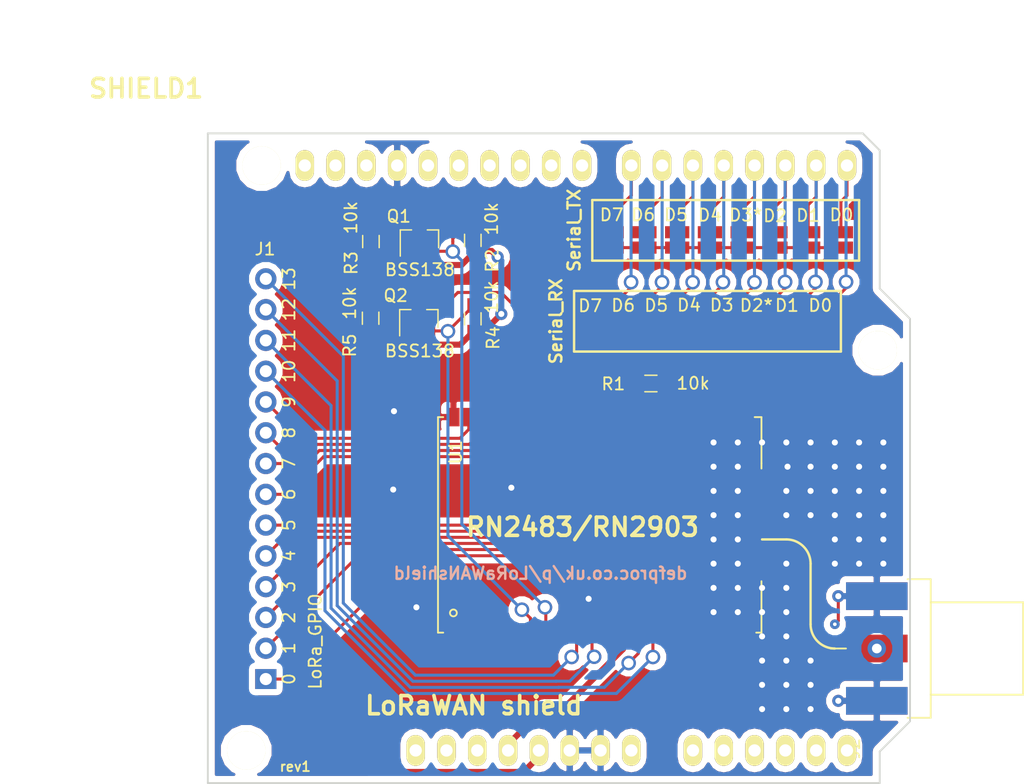
<source format=kicad_pcb>
(kicad_pcb (version 4) (host pcbnew 4.0.6-e0-6349~53~ubuntu16.04.1)

  (general
    (links 83)
    (no_connects 0)
    (area 141.952575 41 226.854001 105.454)
    (thickness 1.6)
    (drawings 31)
    (tracks 451)
    (zones 0)
    (modules 27)
    (nets 33)
  )

  (page A4)
  (layers
    (0 F.Cu signal)
    (31 B.Cu signal)
    (32 B.Adhes user)
    (33 F.Adhes user)
    (34 B.Paste user)
    (35 F.Paste user)
    (36 B.SilkS user)
    (37 F.SilkS user)
    (38 B.Mask user)
    (39 F.Mask user)
    (40 Dwgs.User user)
    (41 Cmts.User user hide)
    (42 Eco1.User user)
    (43 Eco2.User user)
    (44 Edge.Cuts user)
    (45 Margin user)
    (46 B.CrtYd user)
    (47 F.CrtYd user)
    (48 B.Fab user)
    (49 F.Fab user)
  )

  (setup
    (last_trace_width 0.25)
    (trace_clearance 0.254)
    (zone_clearance 0.508)
    (zone_45_only yes)
    (trace_min 0.2)
    (segment_width 0.2)
    (edge_width 0.15)
    (via_size 0.8)
    (via_drill 0.3)
    (via_min_size 0.4)
    (via_min_drill 0.3)
    (uvia_size 1)
    (uvia_drill 0.5)
    (uvias_allowed no)
    (uvia_min_size 0.2)
    (uvia_min_drill 0.1)
    (pcb_text_width 0.3)
    (pcb_text_size 1.5 1.5)
    (mod_edge_width 0.15)
    (mod_text_size 1 1)
    (mod_text_width 0.15)
    (pad_size 2 1)
    (pad_drill 0)
    (pad_to_mask_clearance 0.2)
    (aux_axis_origin 0 0)
    (visible_elements 7FFFFFFF)
    (pcbplotparams
      (layerselection 0x010fc_80000001)
      (usegerberextensions true)
      (usegerberattributes true)
      (excludeedgelayer true)
      (linewidth 0.100000)
      (plotframeref false)
      (viasonmask false)
      (mode 1)
      (useauxorigin false)
      (hpglpennumber 1)
      (hpglpenspeed 20)
      (hpglpendiameter 15)
      (hpglpenoverlay 2)
      (psnegative false)
      (psa4output false)
      (plotreference true)
      (plotvalue true)
      (plotinvisibletext false)
      (padsonsilk false)
      (subtractmaskfromsilk true)
      (outputformat 1)
      (mirror false)
      (drillshape 0)
      (scaleselection 1)
      (outputdirectory gerbers/))
  )

  (net 0 "")
  (net 1 GND)
  (net 2 "Net-(J2-Pad1)")
  (net 3 "Net-(J3-Pad1)")
  (net 4 GPIO_0)
  (net 5 GPIO_1)
  (net 6 GPIO_2)
  (net 7 GPIO_3)
  (net 8 GPIO_4)
  (net 9 GPIO_5)
  (net 10 GPIO_6)
  (net 11 GPIO_7)
  (net 12 GPIO_8)
  (net 13 GPIO_9)
  (net 14 GPIO_10)
  (net 15 GPIO_11)
  (net 16 GPIO_12)
  (net 17 GPIO_13)
  (net 18 "Net-(JP1-Pad1)")
  (net 19 D7)
  (net 20 D6)
  (net 21 D5)
  (net 22 D4)
  (net 23 D3_TX)
  (net 24 D2_RX)
  (net 25 D1)
  (net 26 D0)
  (net 27 "Net-(JP10-Pad1)")
  (net 28 +3V3)
  (net 29 RX_RADIO)
  (net 30 TX_RADIO)
  (net 31 "Net-(R1-Pad1)")
  (net 32 +5V)

  (net_class Default "This is the default net class."
    (clearance 0.254)
    (trace_width 0.25)
    (via_dia 0.8)
    (via_drill 0.3)
    (uvia_dia 1)
    (uvia_drill 0.5)
    (add_net D0)
    (add_net D1)
    (add_net D2_RX)
    (add_net D3_TX)
    (add_net D4)
    (add_net D5)
    (add_net D6)
    (add_net D7)
    (add_net GPIO_0)
    (add_net GPIO_1)
    (add_net GPIO_10)
    (add_net GPIO_11)
    (add_net GPIO_12)
    (add_net GPIO_13)
    (add_net GPIO_2)
    (add_net GPIO_3)
    (add_net GPIO_4)
    (add_net GPIO_5)
    (add_net GPIO_6)
    (add_net GPIO_7)
    (add_net GPIO_8)
    (add_net GPIO_9)
    (add_net "Net-(JP1-Pad1)")
    (add_net "Net-(JP10-Pad1)")
    (add_net "Net-(R1-Pad1)")
    (add_net RX_RADIO)
    (add_net TX_RADIO)
  )

  (net_class PWR ""
    (clearance 0.254)
    (trace_width 0.5)
    (via_dia 1)
    (via_drill 0.5)
    (uvia_dia 0.7)
    (uvia_drill 0.3)
    (add_net +3V3)
    (add_net +5V)
    (add_net GND)
  )

  (net_class RADIO ""
    (clearance 0.254)
    (trace_width 0.75)
    (via_dia 1.2)
    (via_drill 0.8)
    (uvia_dia 1)
    (uvia_drill 0.5)
    (add_net "Net-(J2-Pad1)")
    (add_net "Net-(J3-Pad1)")
  )

  (module MyFootprints:RN2483 locked (layer F.Cu) (tedit 5643193A) (tstamp 59353940)
    (at 178.28 74.91 270)
    (path /56BB3343)
    (fp_text reference U1 (at 2.8956 -1.4478 270) (layer F.SilkS)
      (effects (font (size 1 1) (thickness 0.15)))
    )
    (fp_text value RN2483/RN2903 (at 4.7752 -24.2062 270) (layer F.Fab) hide
      (effects (font (size 1 1) (thickness 0.15)))
    )
    (fp_circle (center 16.1544 -1.27) (end 16.2814 -1.016) (layer F.SilkS) (width 0.15))
    (fp_line (start 0 0) (end 0 -0.4318) (layer F.SilkS) (width 0.15))
    (fp_line (start 17.78 0) (end 17.78 -0.4318) (layer F.SilkS) (width 0.15))
    (fp_line (start 17.78 -26.67) (end 17.78 -26.2382) (layer F.SilkS) (width 0.15))
    (fp_line (start 13.97 -26.67) (end 13.5382 -26.67) (layer F.SilkS) (width 0.15))
    (fp_line (start 0 -26.67) (end 0 -26.1112) (layer F.SilkS) (width 0.15))
    (fp_line (start 3.81 -26.67) (end 4.2418 -26.67) (layer F.SilkS) (width 0.15))
    (fp_line (start 13.97 -26.67) (end 17.78 -26.67) (layer F.SilkS) (width 0.15))
    (fp_line (start 0 -26.67) (end 3.81 -26.67) (layer F.SilkS) (width 0.15))
    (fp_line (start 0 0) (end 17.78 0) (layer F.SilkS) (width 0.15))
    (pad 47 smd rect (at 0 -1.27 270) (size 1.524 1.016) (layers F.Cu F.Paste F.Mask)
      (net 1 GND))
    (pad 46 smd rect (at 0 -2.54 270) (size 1.524 1.016) (layers F.Cu F.Paste F.Mask)
      (net 13 GPIO_9))
    (pad 45 smd rect (at 0 -3.81 270) (size 1.524 1.016) (layers F.Cu F.Paste F.Mask)
      (net 12 GPIO_8))
    (pad 44 smd rect (at 0 -5.08 270) (size 1.524 1.016) (layers F.Cu F.Paste F.Mask)
      (net 11 GPIO_7))
    (pad 43 smd rect (at 0 -6.35 270) (size 1.524 1.016) (layers F.Cu F.Paste F.Mask)
      (net 10 GPIO_6))
    (pad 42 smd rect (at 0 -7.62 270) (size 1.524 1.016) (layers F.Cu F.Paste F.Mask))
    (pad 41 smd rect (at 0 -8.89 270) (size 1.524 1.016) (layers F.Cu F.Paste F.Mask)
      (net 1 GND))
    (pad 40 smd rect (at 0 -10.16 270) (size 1.524 1.016) (layers F.Cu F.Paste F.Mask)
      (net 9 GPIO_5))
    (pad 39 smd rect (at 0 -11.43 270) (size 1.524 1.016) (layers F.Cu F.Paste F.Mask)
      (net 8 GPIO_4))
    (pad 38 smd rect (at 0 -12.7 270) (size 1.524 1.016) (layers F.Cu F.Paste F.Mask)
      (net 7 GPIO_3))
    (pad 37 smd rect (at 0 -13.97 270) (size 1.524 1.016) (layers F.Cu F.Paste F.Mask)
      (net 6 GPIO_2))
    (pad 36 smd rect (at 0 -15.24 270) (size 1.524 1.016) (layers F.Cu F.Paste F.Mask)
      (net 5 GPIO_1))
    (pad 35 smd rect (at 0 -16.51 270) (size 1.524 1.016) (layers F.Cu F.Paste F.Mask)
      (net 4 GPIO_0))
    (pad 34 smd rect (at 0 -17.78 270) (size 1.524 1.016) (layers F.Cu F.Paste F.Mask)
      (net 28 +3V3))
    (pad 33 smd rect (at 0 -19.05 270) (size 1.524 1.016) (layers F.Cu F.Paste F.Mask)
      (net 1 GND))
    (pad 32 smd rect (at 0 -20.32 270) (size 1.524 1.016) (layers F.Cu F.Paste F.Mask)
      (net 31 "Net-(R1-Pad1)"))
    (pad 31 smd rect (at 0 -21.59 270) (size 1.524 1.016) (layers F.Cu F.Paste F.Mask))
    (pad 30 smd rect (at 0 -22.86 270) (size 1.524 1.016) (layers F.Cu F.Paste F.Mask))
    (pad 29 smd rect (at 0 -24.13 270) (size 1.524 1.016) (layers F.Cu F.Paste F.Mask))
    (pad 28 smd rect (at 0 -25.4 270) (size 1.524 1.016) (layers F.Cu F.Paste F.Mask)
      (net 1 GND))
    (pad 20 smd rect (at 17.78 -25.4 270) (size 1.524 1.016) (layers F.Cu F.Paste F.Mask)
      (net 1 GND))
    (pad 27 smd rect (at 5.08 -26.67 270) (size 1.016 1.524) (layers F.Cu F.Paste F.Mask)
      (net 1 GND))
    (pad 26 smd rect (at 6.35 -26.67 270) (size 1.016 1.524) (layers F.Cu F.Paste F.Mask)
      (net 1 GND))
    (pad 25 smd rect (at 7.62 -26.67 270) (size 1.016 1.524) (layers F.Cu F.Paste F.Mask)
      (net 3 "Net-(J3-Pad1)"))
    (pad 24 smd rect (at 8.89 -26.67 270) (size 1.016 1.524) (layers F.Cu F.Paste F.Mask)
      (net 1 GND))
    (pad 23 smd rect (at 10.16 -26.67 270) (size 1.016 1.524) (layers F.Cu F.Paste F.Mask)
      (net 2 "Net-(J2-Pad1)"))
    (pad 22 smd rect (at 11.43 -26.67 270) (size 1.016 1.524) (layers F.Cu F.Paste F.Mask)
      (net 1 GND))
    (pad 21 smd rect (at 12.7 -26.67 270) (size 1.016 1.524) (layers F.Cu F.Paste F.Mask)
      (net 1 GND))
    (pad 19 smd rect (at 17.78 -24.13 270) (size 1.524 1.016) (layers F.Cu F.Paste F.Mask))
    (pad 18 smd rect (at 17.78 -22.86 270) (size 1.524 1.016) (layers F.Cu F.Paste F.Mask))
    (pad 17 smd rect (at 17.78 -21.59 270) (size 1.524 1.016) (layers F.Cu F.Paste F.Mask))
    (pad 16 smd rect (at 17.78 -20.32 270) (size 1.524 1.016) (layers F.Cu F.Paste F.Mask))
    (pad 15 smd rect (at 17.78 -19.05 270) (size 1.524 1.016) (layers F.Cu F.Paste F.Mask))
    (pad 14 smd rect (at 17.78 -17.78 270) (size 1.524 1.016) (layers F.Cu F.Paste F.Mask)
      (net 14 GPIO_10))
    (pad 13 smd rect (at 17.78 -16.51 270) (size 1.524 1.016) (layers F.Cu F.Paste F.Mask)
      (net 15 GPIO_11))
    (pad 12 smd rect (at 17.78 -15.24 270) (size 1.524 1.016) (layers F.Cu F.Paste F.Mask)
      (net 28 +3V3))
    (pad 11 smd rect (at 17.78 -13.97 270) (size 1.524 1.016) (layers F.Cu F.Paste F.Mask)
      (net 1 GND))
    (pad 10 smd rect (at 17.78 -12.7 270) (size 1.524 1.016) (layers F.Cu F.Paste F.Mask)
      (net 16 GPIO_12))
    (pad 9 smd rect (at 17.78 -11.43 270) (size 1.524 1.016) (layers F.Cu F.Paste F.Mask)
      (net 17 GPIO_13))
    (pad 8 smd rect (at 17.78 -10.16 270) (size 1.524 1.016) (layers F.Cu F.Paste F.Mask)
      (net 1 GND))
    (pad 7 smd rect (at 17.78 -8.89 270) (size 1.524 1.016) (layers F.Cu F.Paste F.Mask)
      (net 29 RX_RADIO))
    (pad 6 smd rect (at 17.78 -7.62 270) (size 1.524 1.016) (layers F.Cu F.Paste F.Mask)
      (net 30 TX_RADIO))
    (pad 5 smd rect (at 17.78 -6.35 270) (size 1.524 1.016) (layers F.Cu F.Paste F.Mask))
    (pad 4 smd rect (at 17.78 -5.08 270) (size 1.524 1.016) (layers F.Cu F.Paste F.Mask))
    (pad 3 smd rect (at 17.78 -3.81 270) (size 1.524 1.016) (layers F.Cu F.Paste F.Mask))
    (pad 2 smd rect (at 17.78 -2.54 270) (size 1.524 1.016) (layers F.Cu F.Paste F.Mask))
    (pad 1 smd rect (at 17.78 -1.27 270) (size 1.524 1.016) (layers F.Cu F.Paste F.Mask)
      (net 1 GND))
  )

  (module MyFootprints:NO_SMD_JPR (layer F.Cu) (tedit 5935AFD9) (tstamp 59353883)
    (at 211.5 60.925 180)
    (descr "Through hole pin header")
    (tags "pin header")
    (path /59352BAA)
    (fp_text reference D0 (at -0.05 2.7 180) (layer F.SilkS)
      (effects (font (size 1 1) (thickness 0.15)))
    )
    (fp_text value Jumper_NO_Small (at 0 -3.1 180) (layer F.Fab) hide
      (effects (font (size 1 1) (thickness 0.15)))
    )
    (fp_line (start -1.75 -1.75) (end -1.75 4.3) (layer F.CrtYd) (width 0.05))
    (fp_line (start 1.75 -1.75) (end 1.75 4.3) (layer F.CrtYd) (width 0.05))
    (fp_line (start -1.75 -1.75) (end 1.75 -1.75) (layer F.CrtYd) (width 0.05))
    (fp_line (start -1.75 4.3) (end 1.75 4.3) (layer F.CrtYd) (width 0.05))
    (pad 1 smd rect (at 0 0 180) (size 2 1) (layers F.Cu F.Mask)
      (net 18 "Net-(JP1-Pad1)"))
    (pad 2 smd rect (at 0 1.27 180) (size 2 1) (layers F.Cu F.Mask)
      (net 26 D0))
    (model Pin_Headers.3dshapes/Pin_Header_Straight_1x02.wrl
      (at (xyz 0 -0.05 0))
      (scale (xyz 1 1 1))
      (rotate (xyz 0 0 90))
    )
  )

  (module MyFootprints:CONN_1x14 (layer F.Cu) (tedit 59356F32) (tstamp 59353827)
    (at 164.084 80.01 90)
    (path /5935524B)
    (fp_text reference J1 (at 18.9611 -0.0635 180) (layer F.SilkS)
      (effects (font (size 1 1) (thickness 0.15)))
    )
    (fp_text value LoRa_GPIO (at -13.4112 4.0767 90) (layer F.SilkS)
      (effects (font (size 1 1) (thickness 0.15)))
    )
    (fp_text user 13 (at 16.51 1.905 90) (layer F.SilkS)
      (effects (font (size 1 1) (thickness 0.15)))
    )
    (fp_text user 12 (at 13.97 1.905 90) (layer F.SilkS)
      (effects (font (size 1 1) (thickness 0.15)))
    )
    (fp_text user 11 (at 11.43 1.905 90) (layer F.SilkS)
      (effects (font (size 1 1) (thickness 0.15)))
    )
    (fp_text user 10 (at 8.89 1.905 90) (layer F.SilkS)
      (effects (font (size 1 1) (thickness 0.15)))
    )
    (fp_text user 9 (at 6.35 1.905 90) (layer F.SilkS)
      (effects (font (size 1 1) (thickness 0.15)))
    )
    (fp_text user 8 (at 3.81 1.905 90) (layer F.SilkS)
      (effects (font (size 1 1) (thickness 0.15)))
    )
    (fp_text user 7 (at 1.27 1.905 90) (layer F.SilkS)
      (effects (font (size 1 1) (thickness 0.15)))
    )
    (fp_text user 6 (at -1.27 1.905 90) (layer F.SilkS)
      (effects (font (size 1 1) (thickness 0.15)))
    )
    (fp_text user 5 (at -3.81 1.905 90) (layer F.SilkS)
      (effects (font (size 1 1) (thickness 0.15)))
    )
    (fp_text user 4 (at -6.35 1.905 90) (layer F.SilkS)
      (effects (font (size 1 1) (thickness 0.15)))
    )
    (fp_text user 3 (at -8.89 1.905 90) (layer F.SilkS)
      (effects (font (size 1 1) (thickness 0.15)))
    )
    (fp_text user 2 (at -11.43 1.905 90) (layer F.SilkS)
      (effects (font (size 1 1) (thickness 0.15)))
    )
    (fp_text user 1 (at -13.97 1.905 90) (layer F.SilkS)
      (effects (font (size 1 1) (thickness 0.15)))
    )
    (fp_text user 0 (at -16.51 1.905 90) (layer F.SilkS)
      (effects (font (size 1 1) (thickness 0.15)))
    )
    (pad 1 thru_hole rect (at -16.51 0 90) (size 1.65 1.75) (drill 1) (layers *.Cu *.Mask)
      (net 4 GPIO_0))
    (pad 2 thru_hole circle (at -13.97 0 90) (size 1.75 1.75) (drill 1) (layers *.Cu *.Mask)
      (net 5 GPIO_1))
    (pad 3 thru_hole circle (at -11.43 0 90) (size 1.75 1.75) (drill 1) (layers *.Cu *.Mask)
      (net 6 GPIO_2))
    (pad 4 thru_hole circle (at -8.89 0 90) (size 1.75 1.75) (drill 1) (layers *.Cu *.Mask)
      (net 7 GPIO_3))
    (pad 5 thru_hole circle (at -6.35 0 90) (size 1.75 1.75) (drill 1) (layers *.Cu *.Mask)
      (net 8 GPIO_4))
    (pad 6 thru_hole circle (at -3.81 0 90) (size 1.75 1.75) (drill 1) (layers *.Cu *.Mask)
      (net 9 GPIO_5))
    (pad 7 thru_hole circle (at -1.27 0 90) (size 1.75 1.75) (drill 1) (layers *.Cu *.Mask)
      (net 10 GPIO_6))
    (pad 8 thru_hole circle (at 1.27 0 90) (size 1.75 1.75) (drill 1) (layers *.Cu *.Mask)
      (net 11 GPIO_7))
    (pad 9 thru_hole circle (at 3.81 0 90) (size 1.75 1.75) (drill 1) (layers *.Cu *.Mask)
      (net 12 GPIO_8))
    (pad 10 thru_hole circle (at 6.35 0 90) (size 1.75 1.75) (drill 1) (layers *.Cu *.Mask)
      (net 13 GPIO_9))
    (pad 11 thru_hole circle (at 8.89 0 90) (size 1.75 1.75) (drill 1) (layers *.Cu *.Mask)
      (net 14 GPIO_10))
    (pad 12 thru_hole circle (at 11.43 0 90) (size 1.75 1.75) (drill 1) (layers *.Cu *.Mask)
      (net 15 GPIO_11))
    (pad 13 thru_hole circle (at 13.97 0 90) (size 1.75 1.75) (drill 1) (layers *.Cu *.Mask)
      (net 16 GPIO_12))
    (pad 14 thru_hole circle (at 16.51 0 90) (size 1.75 1.75) (drill 1) (layers *.Cu *.Mask)
      (net 17 GPIO_13))
  )

  (module MyFootprints:NO_SMD_JPR (layer F.Cu) (tedit 5935AFA3) (tstamp 59353859)
    (at 192.6 60.925 180)
    (descr "Through hole pin header")
    (tags "pin header")
    (path /593527E0)
    (fp_text reference D7 (at 0 2.7 180) (layer F.SilkS)
      (effects (font (size 1 1) (thickness 0.15)))
    )
    (fp_text value Jumper_NO_Small (at 0 -3.1 180) (layer F.Fab) hide
      (effects (font (size 1 1) (thickness 0.15)))
    )
    (fp_line (start -1.75 -1.75) (end -1.75 4.3) (layer F.CrtYd) (width 0.05))
    (fp_line (start 1.75 -1.75) (end 1.75 4.3) (layer F.CrtYd) (width 0.05))
    (fp_line (start -1.75 -1.75) (end 1.75 -1.75) (layer F.CrtYd) (width 0.05))
    (fp_line (start -1.75 4.3) (end 1.75 4.3) (layer F.CrtYd) (width 0.05))
    (pad 1 smd rect (at 0 0 180) (size 2 1) (layers F.Cu F.Mask)
      (net 18 "Net-(JP1-Pad1)"))
    (pad 2 smd rect (at 0 1.27 180) (size 2 1) (layers F.Cu F.Mask)
      (net 19 D7))
    (model Pin_Headers.3dshapes/Pin_Header_Straight_1x02.wrl
      (at (xyz 0 -0.05 0))
      (scale (xyz 1 1 1))
      (rotate (xyz 0 0 90))
    )
  )

  (module MyFootprints:NO_SMD_JPR (layer F.Cu) (tedit 5935AFA9) (tstamp 5935385F)
    (at 195.3 60.925 180)
    (descr "Through hole pin header")
    (tags "pin header")
    (path /5935287F)
    (fp_text reference D6 (at 0.1 2.7 180) (layer F.SilkS)
      (effects (font (size 1 1) (thickness 0.15)))
    )
    (fp_text value Jumper_NO_Small (at 0 -3.1 180) (layer F.Fab) hide
      (effects (font (size 1 1) (thickness 0.15)))
    )
    (fp_line (start -1.75 -1.75) (end -1.75 4.3) (layer F.CrtYd) (width 0.05))
    (fp_line (start 1.75 -1.75) (end 1.75 4.3) (layer F.CrtYd) (width 0.05))
    (fp_line (start -1.75 -1.75) (end 1.75 -1.75) (layer F.CrtYd) (width 0.05))
    (fp_line (start -1.75 4.3) (end 1.75 4.3) (layer F.CrtYd) (width 0.05))
    (pad 1 smd rect (at 0 0 180) (size 2 1) (layers F.Cu F.Mask)
      (net 18 "Net-(JP1-Pad1)"))
    (pad 2 smd rect (at 0 1.27 180) (size 2 1) (layers F.Cu F.Mask)
      (net 20 D6))
    (model Pin_Headers.3dshapes/Pin_Header_Straight_1x02.wrl
      (at (xyz 0 -0.05 0))
      (scale (xyz 1 1 1))
      (rotate (xyz 0 0 90))
    )
  )

  (module MyFootprints:NO_SMD_JPR (layer F.Cu) (tedit 5935AFAF) (tstamp 59353865)
    (at 198 60.925 180)
    (descr "Through hole pin header")
    (tags "pin header")
    (path /593528D6)
    (fp_text reference D5 (at 0.1 2.7 180) (layer F.SilkS)
      (effects (font (size 1 1) (thickness 0.15)))
    )
    (fp_text value Jumper_NO_Small (at 0 -3.1 180) (layer F.Fab) hide
      (effects (font (size 1 1) (thickness 0.15)))
    )
    (fp_line (start -1.75 -1.75) (end -1.75 4.3) (layer F.CrtYd) (width 0.05))
    (fp_line (start 1.75 -1.75) (end 1.75 4.3) (layer F.CrtYd) (width 0.05))
    (fp_line (start -1.75 -1.75) (end 1.75 -1.75) (layer F.CrtYd) (width 0.05))
    (fp_line (start -1.75 4.3) (end 1.75 4.3) (layer F.CrtYd) (width 0.05))
    (pad 1 smd rect (at 0 0 180) (size 2 1) (layers F.Cu F.Mask)
      (net 18 "Net-(JP1-Pad1)"))
    (pad 2 smd rect (at 0 1.27 180) (size 2 1) (layers F.Cu F.Mask)
      (net 21 D5))
    (model Pin_Headers.3dshapes/Pin_Header_Straight_1x02.wrl
      (at (xyz 0 -0.05 0))
      (scale (xyz 1 1 1))
      (rotate (xyz 0 0 90))
    )
  )

  (module MyFootprints:NO_SMD_JPR (layer F.Cu) (tedit 5935AFC1) (tstamp 5935386B)
    (at 200.7 60.925 180)
    (descr "Through hole pin header")
    (tags "pin header")
    (path /59352934)
    (fp_text reference D4 (at 0 2.675 180) (layer F.SilkS)
      (effects (font (size 1 1) (thickness 0.15)))
    )
    (fp_text value Jumper_NO_Small (at 0 -3.1 180) (layer F.Fab) hide
      (effects (font (size 1 1) (thickness 0.15)))
    )
    (fp_line (start -1.75 -1.75) (end -1.75 4.3) (layer F.CrtYd) (width 0.05))
    (fp_line (start 1.75 -1.75) (end 1.75 4.3) (layer F.CrtYd) (width 0.05))
    (fp_line (start -1.75 -1.75) (end 1.75 -1.75) (layer F.CrtYd) (width 0.05))
    (fp_line (start -1.75 4.3) (end 1.75 4.3) (layer F.CrtYd) (width 0.05))
    (pad 1 smd rect (at 0 0 180) (size 2 1) (layers F.Cu F.Mask)
      (net 18 "Net-(JP1-Pad1)"))
    (pad 2 smd rect (at 0 1.27 180) (size 2 1) (layers F.Cu F.Mask)
      (net 22 D4))
    (model Pin_Headers.3dshapes/Pin_Header_Straight_1x02.wrl
      (at (xyz 0 -0.05 0))
      (scale (xyz 1 1 1))
      (rotate (xyz 0 0 90))
    )
  )

  (module MyFootprints:NC_SMD_JPR (layer F.Cu) (tedit 5935AFC8) (tstamp 59353871)
    (at 203.4 60.925 180)
    (descr "Through hole pin header")
    (tags "pin header")
    (path /5935361E)
    (fp_text reference D3* (at -0.25 2.675 180) (layer F.SilkS)
      (effects (font (size 1 1) (thickness 0.15)))
    )
    (fp_text value Jumper_NC_Small (at 0 -3.1 180) (layer F.Fab) hide
      (effects (font (size 1 1) (thickness 0.15)))
    )
    (fp_line (start 0 0) (end 0 1.27) (layer F.Cu) (width 0.15))
    (fp_line (start -1.75 -1.75) (end -1.75 4.3) (layer F.CrtYd) (width 0.05))
    (fp_line (start 1.75 -1.75) (end 1.75 4.3) (layer F.CrtYd) (width 0.05))
    (fp_line (start -1.75 -1.75) (end 1.75 -1.75) (layer F.CrtYd) (width 0.05))
    (fp_line (start -1.75 4.3) (end 1.75 4.3) (layer F.CrtYd) (width 0.05))
    (pad 1 smd rect (at 0 0 180) (size 2 1) (layers F.Cu F.Mask)
      (net 18 "Net-(JP1-Pad1)"))
    (pad 2 smd rect (at 0 1.27 180) (size 2 1) (layers F.Cu F.Mask)
      (net 23 D3_TX))
    (model Pin_Headers.3dshapes/Pin_Header_Straight_1x02.wrl
      (at (xyz 0 -0.05 0))
      (scale (xyz 1 1 1))
      (rotate (xyz 0 0 90))
    )
  )

  (module MyFootprints:NO_SMD_JPR (layer F.Cu) (tedit 5935AFCD) (tstamp 59353877)
    (at 206.1 60.925 180)
    (descr "Through hole pin header")
    (tags "pin header")
    (path /59352AE7)
    (fp_text reference D2 (at 0.025 2.625 180) (layer F.SilkS)
      (effects (font (size 1 1) (thickness 0.15)))
    )
    (fp_text value Jumper_NO_Small (at 0 -3.1 180) (layer F.Fab) hide
      (effects (font (size 1 1) (thickness 0.15)))
    )
    (fp_line (start -1.75 -1.75) (end -1.75 4.3) (layer F.CrtYd) (width 0.05))
    (fp_line (start 1.75 -1.75) (end 1.75 4.3) (layer F.CrtYd) (width 0.05))
    (fp_line (start -1.75 -1.75) (end 1.75 -1.75) (layer F.CrtYd) (width 0.05))
    (fp_line (start -1.75 4.3) (end 1.75 4.3) (layer F.CrtYd) (width 0.05))
    (pad 1 smd rect (at 0 0 180) (size 2 1) (layers F.Cu F.Mask)
      (net 18 "Net-(JP1-Pad1)"))
    (pad 2 smd rect (at 0 1.27 180) (size 2 1) (layers F.Cu F.Mask)
      (net 24 D2_RX))
    (model Pin_Headers.3dshapes/Pin_Header_Straight_1x02.wrl
      (at (xyz 0 -0.05 0))
      (scale (xyz 1 1 1))
      (rotate (xyz 0 0 90))
    )
  )

  (module MyFootprints:NO_SMD_JPR (layer F.Cu) (tedit 5935AFD3) (tstamp 5935387D)
    (at 208.8 60.925 180)
    (descr "Through hole pin header")
    (tags "pin header")
    (path /59352B4B)
    (fp_text reference D1 (at 0 2.65 180) (layer F.SilkS)
      (effects (font (size 1 1) (thickness 0.15)))
    )
    (fp_text value Jumper_NO_Small (at 0 -3.1 180) (layer F.Fab) hide
      (effects (font (size 1 1) (thickness 0.15)))
    )
    (fp_line (start -1.75 -1.75) (end -1.75 4.3) (layer F.CrtYd) (width 0.05))
    (fp_line (start 1.75 -1.75) (end 1.75 4.3) (layer F.CrtYd) (width 0.05))
    (fp_line (start -1.75 -1.75) (end 1.75 -1.75) (layer F.CrtYd) (width 0.05))
    (fp_line (start -1.75 4.3) (end 1.75 4.3) (layer F.CrtYd) (width 0.05))
    (pad 1 smd rect (at 0 0 180) (size 2 1) (layers F.Cu F.Mask)
      (net 18 "Net-(JP1-Pad1)"))
    (pad 2 smd rect (at 0 1.27 180) (size 2 1) (layers F.Cu F.Mask)
      (net 25 D1))
    (model Pin_Headers.3dshapes/Pin_Header_Straight_1x02.wrl
      (at (xyz 0 -0.05 0))
      (scale (xyz 1 1 1))
      (rotate (xyz 0 0 90))
    )
  )

  (module MyFootprints:NO_SMD_JPR (layer F.Cu) (tedit 5935AFE8) (tstamp 59353889)
    (at 190.9 68.35 180)
    (descr "Through hole pin header")
    (tags "pin header")
    (path /59353244)
    (fp_text reference D7 (at 0.075 2.625 180) (layer F.SilkS)
      (effects (font (size 1 1) (thickness 0.15)))
    )
    (fp_text value Jumper_NO_Small (at 0 -3.1 180) (layer F.Fab) hide
      (effects (font (size 1 1) (thickness 0.15)))
    )
    (fp_line (start -1.75 -1.75) (end -1.75 4.3) (layer F.CrtYd) (width 0.05))
    (fp_line (start 1.75 -1.75) (end 1.75 4.3) (layer F.CrtYd) (width 0.05))
    (fp_line (start -1.75 -1.75) (end 1.75 -1.75) (layer F.CrtYd) (width 0.05))
    (fp_line (start -1.75 4.3) (end 1.75 4.3) (layer F.CrtYd) (width 0.05))
    (pad 1 smd rect (at 0 0 180) (size 2 1) (layers F.Cu F.Mask)
      (net 27 "Net-(JP10-Pad1)"))
    (pad 2 smd rect (at 0 1.27 180) (size 2 1) (layers F.Cu F.Mask)
      (net 19 D7))
    (model Pin_Headers.3dshapes/Pin_Header_Straight_1x02.wrl
      (at (xyz 0 -0.05 0))
      (scale (xyz 1 1 1))
      (rotate (xyz 0 0 90))
    )
  )

  (module MyFootprints:NO_SMD_JPR (layer F.Cu) (tedit 5935AFF1) (tstamp 5935388F)
    (at 193.6 68.35 180)
    (descr "Through hole pin header")
    (tags "pin header")
    (path /5935324A)
    (fp_text reference D6 (at 0.05 2.65 180) (layer F.SilkS)
      (effects (font (size 1 1) (thickness 0.15)))
    )
    (fp_text value Jumper_NO_Small (at 0 -3.1 180) (layer F.Fab) hide
      (effects (font (size 1 1) (thickness 0.15)))
    )
    (fp_line (start -1.75 -1.75) (end -1.75 4.3) (layer F.CrtYd) (width 0.05))
    (fp_line (start 1.75 -1.75) (end 1.75 4.3) (layer F.CrtYd) (width 0.05))
    (fp_line (start -1.75 -1.75) (end 1.75 -1.75) (layer F.CrtYd) (width 0.05))
    (fp_line (start -1.75 4.3) (end 1.75 4.3) (layer F.CrtYd) (width 0.05))
    (pad 1 smd rect (at 0 0 180) (size 2 1) (layers F.Cu F.Mask)
      (net 27 "Net-(JP10-Pad1)"))
    (pad 2 smd rect (at 0 1.27 180) (size 2 1) (layers F.Cu F.Mask)
      (net 20 D6))
    (model Pin_Headers.3dshapes/Pin_Header_Straight_1x02.wrl
      (at (xyz 0 -0.05 0))
      (scale (xyz 1 1 1))
      (rotate (xyz 0 0 90))
    )
  )

  (module MyFootprints:NO_SMD_JPR (layer F.Cu) (tedit 5935AFF9) (tstamp 59353895)
    (at 196.3 68.35 180)
    (descr "Through hole pin header")
    (tags "pin header")
    (path /59353250)
    (fp_text reference D5 (at 0.025 2.65 180) (layer F.SilkS)
      (effects (font (size 1 1) (thickness 0.15)))
    )
    (fp_text value Jumper_NO_Small (at 0 -3.1 180) (layer F.Fab) hide
      (effects (font (size 1 1) (thickness 0.15)))
    )
    (fp_line (start -1.75 -1.75) (end -1.75 4.3) (layer F.CrtYd) (width 0.05))
    (fp_line (start 1.75 -1.75) (end 1.75 4.3) (layer F.CrtYd) (width 0.05))
    (fp_line (start -1.75 -1.75) (end 1.75 -1.75) (layer F.CrtYd) (width 0.05))
    (fp_line (start -1.75 4.3) (end 1.75 4.3) (layer F.CrtYd) (width 0.05))
    (pad 1 smd rect (at 0 0 180) (size 2 1) (layers F.Cu F.Mask)
      (net 27 "Net-(JP10-Pad1)"))
    (pad 2 smd rect (at 0 1.27 180) (size 2 1) (layers F.Cu F.Mask)
      (net 21 D5))
    (model Pin_Headers.3dshapes/Pin_Header_Straight_1x02.wrl
      (at (xyz 0 -0.05 0))
      (scale (xyz 1 1 1))
      (rotate (xyz 0 0 90))
    )
  )

  (module MyFootprints:NO_SMD_JPR (layer F.Cu) (tedit 5935B002) (tstamp 5935389B)
    (at 199 68.35 180)
    (descr "Through hole pin header")
    (tags "pin header")
    (path /59353256)
    (fp_text reference D4 (at 0.025 2.675 180) (layer F.SilkS)
      (effects (font (size 1 1) (thickness 0.15)))
    )
    (fp_text value Jumper_NO_Small (at 0 -3.1 180) (layer F.Fab) hide
      (effects (font (size 1 1) (thickness 0.15)))
    )
    (fp_line (start -1.75 -1.75) (end -1.75 4.3) (layer F.CrtYd) (width 0.05))
    (fp_line (start 1.75 -1.75) (end 1.75 4.3) (layer F.CrtYd) (width 0.05))
    (fp_line (start -1.75 -1.75) (end 1.75 -1.75) (layer F.CrtYd) (width 0.05))
    (fp_line (start -1.75 4.3) (end 1.75 4.3) (layer F.CrtYd) (width 0.05))
    (pad 1 smd rect (at 0 0 180) (size 2 1) (layers F.Cu F.Mask)
      (net 27 "Net-(JP10-Pad1)"))
    (pad 2 smd rect (at 0 1.27 180) (size 2 1) (layers F.Cu F.Mask)
      (net 22 D4))
    (model Pin_Headers.3dshapes/Pin_Header_Straight_1x02.wrl
      (at (xyz 0 -0.05 0))
      (scale (xyz 1 1 1))
      (rotate (xyz 0 0 90))
    )
  )

  (module MyFootprints:NO_SMD_JPR (layer F.Cu) (tedit 5935B00B) (tstamp 593538A1)
    (at 201.7 68.35 180)
    (descr "Through hole pin header")
    (tags "pin header")
    (path /5935325C)
    (fp_text reference D3 (at 0.025 2.675 180) (layer F.SilkS)
      (effects (font (size 1 1) (thickness 0.15)))
    )
    (fp_text value Jumper_NO_Small (at 0 -3.1 180) (layer F.Fab) hide
      (effects (font (size 1 1) (thickness 0.15)))
    )
    (fp_line (start -1.75 -1.75) (end -1.75 4.3) (layer F.CrtYd) (width 0.05))
    (fp_line (start 1.75 -1.75) (end 1.75 4.3) (layer F.CrtYd) (width 0.05))
    (fp_line (start -1.75 -1.75) (end 1.75 -1.75) (layer F.CrtYd) (width 0.05))
    (fp_line (start -1.75 4.3) (end 1.75 4.3) (layer F.CrtYd) (width 0.05))
    (pad 1 smd rect (at 0 0 180) (size 2 1) (layers F.Cu F.Mask)
      (net 27 "Net-(JP10-Pad1)"))
    (pad 2 smd rect (at 0 1.27 180) (size 2 1) (layers F.Cu F.Mask)
      (net 23 D3_TX))
    (model Pin_Headers.3dshapes/Pin_Header_Straight_1x02.wrl
      (at (xyz 0 -0.05 0))
      (scale (xyz 1 1 1))
      (rotate (xyz 0 0 90))
    )
  )

  (module MyFootprints:NC_SMD_JPR (layer F.Cu) (tedit 5935B012) (tstamp 593538A7)
    (at 204.4 68.35 180)
    (descr "Through hole pin header")
    (tags "pin header")
    (path /593537BB)
    (fp_text reference D2* (at -0.125 2.65 180) (layer F.SilkS)
      (effects (font (size 1 1) (thickness 0.15)))
    )
    (fp_text value Jumper_NC_Small (at 0 -3.1 180) (layer F.Fab) hide
      (effects (font (size 1 1) (thickness 0.15)))
    )
    (fp_line (start 0 0) (end 0 1.27) (layer F.Cu) (width 0.15))
    (fp_line (start -1.75 -1.75) (end -1.75 4.3) (layer F.CrtYd) (width 0.05))
    (fp_line (start 1.75 -1.75) (end 1.75 4.3) (layer F.CrtYd) (width 0.05))
    (fp_line (start -1.75 -1.75) (end 1.75 -1.75) (layer F.CrtYd) (width 0.05))
    (fp_line (start -1.75 4.3) (end 1.75 4.3) (layer F.CrtYd) (width 0.05))
    (pad 1 smd rect (at 0 0 180) (size 2 1) (layers F.Cu F.Mask)
      (net 27 "Net-(JP10-Pad1)"))
    (pad 2 smd rect (at 0 1.27 180) (size 2 1) (layers F.Cu F.Mask)
      (net 24 D2_RX))
    (model Pin_Headers.3dshapes/Pin_Header_Straight_1x02.wrl
      (at (xyz 0 -0.05 0))
      (scale (xyz 1 1 1))
      (rotate (xyz 0 0 90))
    )
  )

  (module MyFootprints:NO_SMD_JPR (layer F.Cu) (tedit 5935B019) (tstamp 593538AD)
    (at 207.1 68.35 180)
    (descr "Through hole pin header")
    (tags "pin header")
    (path /59353262)
    (fp_text reference D1 (at 0.05 2.65 180) (layer F.SilkS)
      (effects (font (size 1 1) (thickness 0.15)))
    )
    (fp_text value Jumper_NO_Small (at 0 -3.1 180) (layer F.Fab) hide
      (effects (font (size 1 1) (thickness 0.15)))
    )
    (fp_line (start -1.75 -1.75) (end -1.75 4.3) (layer F.CrtYd) (width 0.05))
    (fp_line (start 1.75 -1.75) (end 1.75 4.3) (layer F.CrtYd) (width 0.05))
    (fp_line (start -1.75 -1.75) (end 1.75 -1.75) (layer F.CrtYd) (width 0.05))
    (fp_line (start -1.75 4.3) (end 1.75 4.3) (layer F.CrtYd) (width 0.05))
    (pad 1 smd rect (at 0 0 180) (size 2 1) (layers F.Cu F.Mask)
      (net 27 "Net-(JP10-Pad1)"))
    (pad 2 smd rect (at 0 1.27 180) (size 2 1) (layers F.Cu F.Mask)
      (net 25 D1))
    (model Pin_Headers.3dshapes/Pin_Header_Straight_1x02.wrl
      (at (xyz 0 -0.05 0))
      (scale (xyz 1 1 1))
      (rotate (xyz 0 0 90))
    )
  )

  (module MyFootprints:NO_SMD_JPR (layer F.Cu) (tedit 5935B021) (tstamp 593538B3)
    (at 209.8 68.35 180)
    (descr "Through hole pin header")
    (tags "pin header")
    (path /59353268)
    (fp_text reference D0 (at 0 2.65 180) (layer F.SilkS)
      (effects (font (size 1 1) (thickness 0.15)))
    )
    (fp_text value Jumper_NO_Small (at 0 -3.1 180) (layer F.Fab) hide
      (effects (font (size 1 1) (thickness 0.15)))
    )
    (fp_line (start -1.75 -1.75) (end -1.75 4.3) (layer F.CrtYd) (width 0.05))
    (fp_line (start 1.75 -1.75) (end 1.75 4.3) (layer F.CrtYd) (width 0.05))
    (fp_line (start -1.75 -1.75) (end 1.75 -1.75) (layer F.CrtYd) (width 0.05))
    (fp_line (start -1.75 4.3) (end 1.75 4.3) (layer F.CrtYd) (width 0.05))
    (pad 1 smd rect (at 0 0 180) (size 2 1) (layers F.Cu F.Mask)
      (net 27 "Net-(JP10-Pad1)"))
    (pad 2 smd rect (at 0 1.27 180) (size 2 1) (layers F.Cu F.Mask)
      (net 26 D0))
    (model Pin_Headers.3dshapes/Pin_Header_Straight_1x02.wrl
      (at (xyz 0 -0.05 0))
      (scale (xyz 1 1 1))
      (rotate (xyz 0 0 90))
    )
  )

  (module TO_SOT_Packages_SMD:SOT-23 (layer F.Cu) (tedit 59356F27) (tstamp 593538BA)
    (at 176.75 60.225 90)
    (descr "SOT-23, Standard")
    (tags SOT-23)
    (path /5935973E)
    (attr smd)
    (fp_text reference Q1 (at 1.8812 -1.7059 180) (layer F.SilkS)
      (effects (font (size 1 1) (thickness 0.15)))
    )
    (fp_text value BSS138 (at -2.5257 0.034 180) (layer F.SilkS)
      (effects (font (size 1 1) (thickness 0.15)))
    )
    (fp_text user %R (at 0 0 90) (layer F.Fab)
      (effects (font (size 0.5 0.5) (thickness 0.075)))
    )
    (fp_line (start -0.7 -0.95) (end -0.7 1.5) (layer F.Fab) (width 0.1))
    (fp_line (start -0.15 -1.52) (end 0.7 -1.52) (layer F.Fab) (width 0.1))
    (fp_line (start -0.7 -0.95) (end -0.15 -1.52) (layer F.Fab) (width 0.1))
    (fp_line (start 0.7 -1.52) (end 0.7 1.52) (layer F.Fab) (width 0.1))
    (fp_line (start -0.7 1.52) (end 0.7 1.52) (layer F.Fab) (width 0.1))
    (fp_line (start 0.76 1.58) (end 0.76 0.65) (layer F.SilkS) (width 0.12))
    (fp_line (start 0.76 -1.58) (end 0.76 -0.65) (layer F.SilkS) (width 0.12))
    (fp_line (start -1.7 -1.75) (end 1.7 -1.75) (layer F.CrtYd) (width 0.05))
    (fp_line (start 1.7 -1.75) (end 1.7 1.75) (layer F.CrtYd) (width 0.05))
    (fp_line (start 1.7 1.75) (end -1.7 1.75) (layer F.CrtYd) (width 0.05))
    (fp_line (start -1.7 1.75) (end -1.7 -1.75) (layer F.CrtYd) (width 0.05))
    (fp_line (start 0.76 -1.58) (end -1.4 -1.58) (layer F.SilkS) (width 0.12))
    (fp_line (start 0.76 1.58) (end -0.7 1.58) (layer F.SilkS) (width 0.12))
    (pad 1 smd rect (at -1 -0.95 90) (size 0.9 0.8) (layers F.Cu F.Paste F.Mask)
      (net 28 +3V3))
    (pad 2 smd rect (at -1 0.95 90) (size 0.9 0.8) (layers F.Cu F.Paste F.Mask)
      (net 29 RX_RADIO))
    (pad 3 smd rect (at 1 0 90) (size 0.9 0.8) (layers F.Cu F.Paste F.Mask)
      (net 18 "Net-(JP1-Pad1)"))
    (model ${KISYS3DMOD}/TO_SOT_Packages_SMD.3dshapes/SOT-23.wrl
      (at (xyz 0 0 0))
      (scale (xyz 1 1 1))
      (rotate (xyz 0 0 0))
    )
  )

  (module TO_SOT_Packages_SMD:SOT-23 (layer F.Cu) (tedit 59356F22) (tstamp 593538C1)
    (at 176.7 66.8 90)
    (descr "SOT-23, Standard")
    (tags SOT-23)
    (path /593593B2)
    (attr smd)
    (fp_text reference Q2 (at 1.9157 -1.9099 180) (layer F.SilkS)
      (effects (font (size 1 1) (thickness 0.15)))
    )
    (fp_text value BSS138 (at -2.6563 0.084 180) (layer F.SilkS)
      (effects (font (size 1 1) (thickness 0.15)))
    )
    (fp_text user %R (at 0 0 90) (layer F.Fab)
      (effects (font (size 0.5 0.5) (thickness 0.075)))
    )
    (fp_line (start -0.7 -0.95) (end -0.7 1.5) (layer F.Fab) (width 0.1))
    (fp_line (start -0.15 -1.52) (end 0.7 -1.52) (layer F.Fab) (width 0.1))
    (fp_line (start -0.7 -0.95) (end -0.15 -1.52) (layer F.Fab) (width 0.1))
    (fp_line (start 0.7 -1.52) (end 0.7 1.52) (layer F.Fab) (width 0.1))
    (fp_line (start -0.7 1.52) (end 0.7 1.52) (layer F.Fab) (width 0.1))
    (fp_line (start 0.76 1.58) (end 0.76 0.65) (layer F.SilkS) (width 0.12))
    (fp_line (start 0.76 -1.58) (end 0.76 -0.65) (layer F.SilkS) (width 0.12))
    (fp_line (start -1.7 -1.75) (end 1.7 -1.75) (layer F.CrtYd) (width 0.05))
    (fp_line (start 1.7 -1.75) (end 1.7 1.75) (layer F.CrtYd) (width 0.05))
    (fp_line (start 1.7 1.75) (end -1.7 1.75) (layer F.CrtYd) (width 0.05))
    (fp_line (start -1.7 1.75) (end -1.7 -1.75) (layer F.CrtYd) (width 0.05))
    (fp_line (start 0.76 -1.58) (end -1.4 -1.58) (layer F.SilkS) (width 0.12))
    (fp_line (start 0.76 1.58) (end -0.7 1.58) (layer F.SilkS) (width 0.12))
    (pad 1 smd rect (at -1 -0.95 90) (size 0.9 0.8) (layers F.Cu F.Paste F.Mask)
      (net 28 +3V3))
    (pad 2 smd rect (at -1 0.95 90) (size 0.9 0.8) (layers F.Cu F.Paste F.Mask)
      (net 30 TX_RADIO))
    (pad 3 smd rect (at 1 0 90) (size 0.9 0.8) (layers F.Cu F.Paste F.Mask)
      (net 27 "Net-(JP10-Pad1)"))
    (model ${KISYS3DMOD}/TO_SOT_Packages_SMD.3dshapes/SOT-23.wrl
      (at (xyz 0 0 0))
      (scale (xyz 1 1 1))
      (rotate (xyz 0 0 0))
    )
  )

  (module Resistors_SMD:R_0603_HandSoldering (layer F.Cu) (tedit 59356EAF) (tstamp 593538C7)
    (at 195.834 72.136 180)
    (descr "Resistor SMD 0603, hand soldering")
    (tags "resistor 0603")
    (path /59342BFE)
    (attr smd)
    (fp_text reference R1 (at 3.0988 -0.0381 180) (layer F.SilkS)
      (effects (font (size 1 1) (thickness 0.15)))
    )
    (fp_text value 10k (at -3.4798 0.0127 180) (layer F.SilkS)
      (effects (font (size 1 1) (thickness 0.15)))
    )
    (fp_text user %R (at 0 0 180) (layer F.Fab)
      (effects (font (size 0.5 0.5) (thickness 0.075)))
    )
    (fp_line (start -0.8 0.4) (end -0.8 -0.4) (layer F.Fab) (width 0.1))
    (fp_line (start 0.8 0.4) (end -0.8 0.4) (layer F.Fab) (width 0.1))
    (fp_line (start 0.8 -0.4) (end 0.8 0.4) (layer F.Fab) (width 0.1))
    (fp_line (start -0.8 -0.4) (end 0.8 -0.4) (layer F.Fab) (width 0.1))
    (fp_line (start 0.5 0.68) (end -0.5 0.68) (layer F.SilkS) (width 0.12))
    (fp_line (start -0.5 -0.68) (end 0.5 -0.68) (layer F.SilkS) (width 0.12))
    (fp_line (start -1.96 -0.7) (end 1.95 -0.7) (layer F.CrtYd) (width 0.05))
    (fp_line (start -1.96 -0.7) (end -1.96 0.7) (layer F.CrtYd) (width 0.05))
    (fp_line (start 1.95 0.7) (end 1.95 -0.7) (layer F.CrtYd) (width 0.05))
    (fp_line (start 1.95 0.7) (end -1.96 0.7) (layer F.CrtYd) (width 0.05))
    (pad 1 smd rect (at -1.1 0 180) (size 1.2 0.9) (layers F.Cu F.Paste F.Mask)
      (net 31 "Net-(R1-Pad1)"))
    (pad 2 smd rect (at 1.1 0 180) (size 1.2 0.9) (layers F.Cu F.Paste F.Mask)
      (net 28 +3V3))
    (model ${KISYS3DMOD}/Resistors_SMD.3dshapes/R_0603.wrl
      (at (xyz 0 0 0))
      (scale (xyz 1 1 1))
      (rotate (xyz 0 0 0))
    )
  )

  (module Resistors_SMD:R_0603_HandSoldering (layer F.Cu) (tedit 59356F0D) (tstamp 593538CD)
    (at 181.15 60.325 90)
    (descr "Resistor SMD 0603, hand soldering")
    (tags "resistor 0603")
    (path /59344FB5)
    (attr smd)
    (fp_text reference R2 (at -1.675 1.6 90) (layer F.SilkS)
      (effects (font (size 1 1) (thickness 0.15)))
    )
    (fp_text value 10k (at 1.778 1.5522 90) (layer F.SilkS)
      (effects (font (size 1 1) (thickness 0.15)))
    )
    (fp_text user %R (at 0 0 90) (layer F.Fab)
      (effects (font (size 0.5 0.5) (thickness 0.075)))
    )
    (fp_line (start -0.8 0.4) (end -0.8 -0.4) (layer F.Fab) (width 0.1))
    (fp_line (start 0.8 0.4) (end -0.8 0.4) (layer F.Fab) (width 0.1))
    (fp_line (start 0.8 -0.4) (end 0.8 0.4) (layer F.Fab) (width 0.1))
    (fp_line (start -0.8 -0.4) (end 0.8 -0.4) (layer F.Fab) (width 0.1))
    (fp_line (start 0.5 0.68) (end -0.5 0.68) (layer F.SilkS) (width 0.12))
    (fp_line (start -0.5 -0.68) (end 0.5 -0.68) (layer F.SilkS) (width 0.12))
    (fp_line (start -1.96 -0.7) (end 1.95 -0.7) (layer F.CrtYd) (width 0.05))
    (fp_line (start -1.96 -0.7) (end -1.96 0.7) (layer F.CrtYd) (width 0.05))
    (fp_line (start 1.95 0.7) (end 1.95 -0.7) (layer F.CrtYd) (width 0.05))
    (fp_line (start 1.95 0.7) (end -1.96 0.7) (layer F.CrtYd) (width 0.05))
    (pad 1 smd rect (at -1.1 0 90) (size 1.2 0.9) (layers F.Cu F.Paste F.Mask)
      (net 28 +3V3))
    (pad 2 smd rect (at 1.1 0 90) (size 1.2 0.9) (layers F.Cu F.Paste F.Mask)
      (net 29 RX_RADIO))
    (model ${KISYS3DMOD}/Resistors_SMD.3dshapes/R_0603.wrl
      (at (xyz 0 0 0))
      (scale (xyz 1 1 1))
      (rotate (xyz 0 0 0))
    )
  )

  (module Resistors_SMD:R_0603_HandSoldering (layer F.Cu) (tedit 59356EE6) (tstamp 593538D3)
    (at 172.75 60.425 90)
    (descr "Resistor SMD 0603, hand soldering")
    (tags "resistor 0603")
    (path /5934500D)
    (attr smd)
    (fp_text reference R3 (at -1.775 -1.625 90) (layer F.SilkS)
      (effects (font (size 1 1) (thickness 0.15)))
    )
    (fp_text value 10k (at 1.975 -1.65 90) (layer F.SilkS)
      (effects (font (size 1 1) (thickness 0.15)))
    )
    (fp_text user %R (at 0 0 90) (layer F.Fab)
      (effects (font (size 0.5 0.5) (thickness 0.075)))
    )
    (fp_line (start -0.8 0.4) (end -0.8 -0.4) (layer F.Fab) (width 0.1))
    (fp_line (start 0.8 0.4) (end -0.8 0.4) (layer F.Fab) (width 0.1))
    (fp_line (start 0.8 -0.4) (end 0.8 0.4) (layer F.Fab) (width 0.1))
    (fp_line (start -0.8 -0.4) (end 0.8 -0.4) (layer F.Fab) (width 0.1))
    (fp_line (start 0.5 0.68) (end -0.5 0.68) (layer F.SilkS) (width 0.12))
    (fp_line (start -0.5 -0.68) (end 0.5 -0.68) (layer F.SilkS) (width 0.12))
    (fp_line (start -1.96 -0.7) (end 1.95 -0.7) (layer F.CrtYd) (width 0.05))
    (fp_line (start -1.96 -0.7) (end -1.96 0.7) (layer F.CrtYd) (width 0.05))
    (fp_line (start 1.95 0.7) (end 1.95 -0.7) (layer F.CrtYd) (width 0.05))
    (fp_line (start 1.95 0.7) (end -1.96 0.7) (layer F.CrtYd) (width 0.05))
    (pad 1 smd rect (at -1.1 0 90) (size 1.2 0.9) (layers F.Cu F.Paste F.Mask)
      (net 32 +5V))
    (pad 2 smd rect (at 1.1 0 90) (size 1.2 0.9) (layers F.Cu F.Paste F.Mask)
      (net 18 "Net-(JP1-Pad1)"))
    (model ${KISYS3DMOD}/Resistors_SMD.3dshapes/R_0603.wrl
      (at (xyz 0 0 0))
      (scale (xyz 1 1 1))
      (rotate (xyz 0 0 0))
    )
  )

  (module Resistors_SMD:R_0603_HandSoldering (layer F.Cu) (tedit 59356EF0) (tstamp 593538D9)
    (at 181.15 66.8 90)
    (descr "Resistor SMD 0603, hand soldering")
    (tags "resistor 0603")
    (path /59347991)
    (attr smd)
    (fp_text reference R4 (at -1.5768 1.6792 90) (layer F.SilkS)
      (effects (font (size 1 1) (thickness 0.15)))
    )
    (fp_text value 10k (at 1.8 1.55 90) (layer F.SilkS)
      (effects (font (size 1 1) (thickness 0.15)))
    )
    (fp_text user %R (at 0 0 90) (layer F.Fab)
      (effects (font (size 0.5 0.5) (thickness 0.075)))
    )
    (fp_line (start -0.8 0.4) (end -0.8 -0.4) (layer F.Fab) (width 0.1))
    (fp_line (start 0.8 0.4) (end -0.8 0.4) (layer F.Fab) (width 0.1))
    (fp_line (start 0.8 -0.4) (end 0.8 0.4) (layer F.Fab) (width 0.1))
    (fp_line (start -0.8 -0.4) (end 0.8 -0.4) (layer F.Fab) (width 0.1))
    (fp_line (start 0.5 0.68) (end -0.5 0.68) (layer F.SilkS) (width 0.12))
    (fp_line (start -0.5 -0.68) (end 0.5 -0.68) (layer F.SilkS) (width 0.12))
    (fp_line (start -1.96 -0.7) (end 1.95 -0.7) (layer F.CrtYd) (width 0.05))
    (fp_line (start -1.96 -0.7) (end -1.96 0.7) (layer F.CrtYd) (width 0.05))
    (fp_line (start 1.95 0.7) (end 1.95 -0.7) (layer F.CrtYd) (width 0.05))
    (fp_line (start 1.95 0.7) (end -1.96 0.7) (layer F.CrtYd) (width 0.05))
    (pad 1 smd rect (at -1.1 0 90) (size 1.2 0.9) (layers F.Cu F.Paste F.Mask)
      (net 28 +3V3))
    (pad 2 smd rect (at 1.1 0 90) (size 1.2 0.9) (layers F.Cu F.Paste F.Mask)
      (net 30 TX_RADIO))
    (model ${KISYS3DMOD}/Resistors_SMD.3dshapes/R_0603.wrl
      (at (xyz 0 0 0))
      (scale (xyz 1 1 1))
      (rotate (xyz 0 0 0))
    )
  )

  (module Resistors_SMD:R_0603_HandSoldering (layer F.Cu) (tedit 59356ED7) (tstamp 593538DF)
    (at 172.725 66.75 90)
    (descr "Resistor SMD 0603, hand soldering")
    (tags "resistor 0603")
    (path /59347997)
    (attr smd)
    (fp_text reference R5 (at -2.25 -1.725 90) (layer F.SilkS)
      (effects (font (size 1 1) (thickness 0.15)))
    )
    (fp_text value 10k (at 1.25 -1.725 90) (layer F.SilkS)
      (effects (font (size 1 1) (thickness 0.15)))
    )
    (fp_text user %R (at 0 0 90) (layer F.Fab)
      (effects (font (size 0.5 0.5) (thickness 0.075)))
    )
    (fp_line (start -0.8 0.4) (end -0.8 -0.4) (layer F.Fab) (width 0.1))
    (fp_line (start 0.8 0.4) (end -0.8 0.4) (layer F.Fab) (width 0.1))
    (fp_line (start 0.8 -0.4) (end 0.8 0.4) (layer F.Fab) (width 0.1))
    (fp_line (start -0.8 -0.4) (end 0.8 -0.4) (layer F.Fab) (width 0.1))
    (fp_line (start 0.5 0.68) (end -0.5 0.68) (layer F.SilkS) (width 0.12))
    (fp_line (start -0.5 -0.68) (end 0.5 -0.68) (layer F.SilkS) (width 0.12))
    (fp_line (start -1.96 -0.7) (end 1.95 -0.7) (layer F.CrtYd) (width 0.05))
    (fp_line (start -1.96 -0.7) (end -1.96 0.7) (layer F.CrtYd) (width 0.05))
    (fp_line (start 1.95 0.7) (end 1.95 -0.7) (layer F.CrtYd) (width 0.05))
    (fp_line (start 1.95 0.7) (end -1.96 0.7) (layer F.CrtYd) (width 0.05))
    (pad 1 smd rect (at -1.1 0 90) (size 1.2 0.9) (layers F.Cu F.Paste F.Mask)
      (net 32 +5V))
    (pad 2 smd rect (at 1.1 0 90) (size 1.2 0.9) (layers F.Cu F.Paste F.Mask)
      (net 27 "Net-(JP10-Pad1)"))
    (model ${KISYS3DMOD}/Resistors_SMD.3dshapes/R_0603.wrl
      (at (xyz 0 0 0))
      (scale (xyz 1 1 1))
      (rotate (xyz 0 0 0))
    )
  )

  (module MyFootprints:ARDUINO_SHIELD_NOICSP locked (layer F.Cu) (tedit 59355C94) (tstamp 59354ECD)
    (at 148.5 104.95)
    (descr http://www.thingiverse.com/thing:9630)
    (path /5642002E)
    (fp_text reference SHIELD1 (at 5.715 -57.15) (layer F.SilkS)
      (effects (font (thickness 0.3048)))
    )
    (fp_text value ARDUINO_SHIELD (at 10.16 -54.61) (layer F.SilkS) hide
      (effects (font (thickness 0.3048)))
    )
    (fp_line (start 66.04 -40.64) (end 66.04 -52.07) (layer Cmts.User) (width 0.381))
    (fp_line (start 66.04 -52.07) (end 64.77 -53.34) (layer Cmts.User) (width 0.381))
    (fp_line (start 64.77 -53.34) (end 0 -53.34) (layer Cmts.User) (width 0.381))
    (fp_line (start 66.04 0) (end 0 0) (layer Cmts.User) (width 0.381))
    (fp_line (start 0 0) (end 0 -53.34) (layer Cmts.User) (width 0.381))
    (fp_line (start 66.04 -40.64) (end 68.58 -38.1) (layer Cmts.User) (width 0.381))
    (fp_line (start 68.58 -38.1) (end 68.58 -5.08) (layer Cmts.User) (width 0.381))
    (fp_line (start 68.58 -5.08) (end 66.04 -2.54) (layer Cmts.User) (width 0.381))
    (fp_line (start 66.04 -2.54) (end 66.04 0) (layer Cmts.User) (width 0.381))
    (pad AD5 thru_hole oval (at 63.5 -2.54 90) (size 2.54 1.524) (drill 1.016) (layers *.Cu *.Mask F.SilkS))
    (pad AD4 thru_hole oval (at 60.96 -2.54 90) (size 2.54 1.524) (drill 1.016) (layers *.Cu *.Mask F.SilkS))
    (pad AD3 thru_hole oval (at 58.42 -2.54 90) (size 2.54 1.524) (drill 1.016) (layers *.Cu *.Mask F.SilkS))
    (pad AD0 thru_hole oval (at 50.8 -2.54 90) (size 2.54 1.524) (drill 1.016) (layers *.Cu *.Mask F.SilkS))
    (pad AD1 thru_hole oval (at 53.34 -2.54 90) (size 2.54 1.524) (drill 1.016) (layers *.Cu *.Mask F.SilkS))
    (pad AD2 thru_hole oval (at 55.88 -2.54 90) (size 2.54 1.524) (drill 1.016) (layers *.Cu *.Mask F.SilkS))
    (pad V_IN thru_hole oval (at 45.72 -2.54 90) (size 2.54 1.524) (drill 1.016) (layers *.Cu *.Mask F.SilkS))
    (pad GND2 thru_hole oval (at 43.18 -2.54 90) (size 2.54 1.524) (drill 1.016) (layers *.Cu *.Mask F.SilkS)
      (net 1 GND))
    (pad GND1 thru_hole oval (at 40.64 -2.54 90) (size 2.54 1.524) (drill 1.016) (layers *.Cu *.Mask F.SilkS)
      (net 1 GND))
    (pad 3V3 thru_hole oval (at 35.56 -2.54 90) (size 2.54 1.524) (drill 1.016) (layers *.Cu *.Mask F.SilkS)
      (net 28 +3V3))
    (pad RST thru_hole oval (at 33.02 -2.54 90) (size 2.54 1.524) (drill 1.016) (layers *.Cu *.Mask F.SilkS))
    (pad 0 thru_hole oval (at 63.5 -50.8 90) (size 2.54 1.524) (drill 1.016) (layers *.Cu *.Mask F.SilkS)
      (net 26 D0))
    (pad 1 thru_hole oval (at 60.96 -50.8 90) (size 2.54 1.524) (drill 1.016) (layers *.Cu *.Mask F.SilkS)
      (net 25 D1))
    (pad 2 thru_hole oval (at 58.42 -50.8 90) (size 2.54 1.524) (drill 1.016) (layers *.Cu *.Mask F.SilkS)
      (net 24 D2_RX))
    (pad 3 thru_hole oval (at 55.88 -50.8 90) (size 2.54 1.524) (drill 1.016) (layers *.Cu *.Mask F.SilkS)
      (net 23 D3_TX))
    (pad 4 thru_hole oval (at 53.34 -50.8 90) (size 2.54 1.524) (drill 1.016) (layers *.Cu *.Mask F.SilkS)
      (net 22 D4))
    (pad 5 thru_hole oval (at 50.8 -50.8 90) (size 2.54 1.524) (drill 1.016) (layers *.Cu *.Mask F.SilkS)
      (net 21 D5))
    (pad 6 thru_hole oval (at 48.26 -50.8 90) (size 2.54 1.524) (drill 1.016) (layers *.Cu *.Mask F.SilkS)
      (net 20 D6))
    (pad 7 thru_hole oval (at 45.72 -50.8 90) (size 2.54 1.524) (drill 1.016) (layers *.Cu *.Mask F.SilkS)
      (net 19 D7))
    (pad 8 thru_hole oval (at 41.656 -50.8 90) (size 2.54 1.524) (drill 1.016) (layers *.Cu *.Mask F.SilkS))
    (pad 9 thru_hole oval (at 39.116 -50.8 90) (size 2.54 1.524) (drill 1.016) (layers *.Cu *.Mask F.SilkS))
    (pad 10 thru_hole oval (at 36.576 -50.8 90) (size 2.54 1.524) (drill 1.016) (layers *.Cu *.Mask F.SilkS))
    (pad 11 thru_hole oval (at 34.036 -50.8 90) (size 2.54 1.524) (drill 1.016) (layers *.Cu *.Mask F.SilkS))
    (pad 12 thru_hole oval (at 31.496 -50.8 90) (size 2.54 1.524) (drill 1.016) (layers *.Cu *.Mask F.SilkS))
    (pad 13 thru_hole oval (at 28.956 -50.8 90) (size 2.54 1.524) (drill 1.016) (layers *.Cu *.Mask F.SilkS))
    (pad GND3 thru_hole oval (at 26.416 -50.8 90) (size 2.54 1.524) (drill 1.016) (layers *.Cu *.Mask F.SilkS)
      (net 1 GND))
    (pad AREF thru_hole oval (at 23.876 -50.8 90) (size 2.54 1.524) (drill 1.016) (layers *.Cu *.Mask F.SilkS))
    (pad 5V thru_hole oval (at 38.1 -2.54 90) (size 2.54 1.524) (drill 1.016) (layers *.Cu *.Mask F.SilkS)
      (net 32 +5V))
    (pad "" np_thru_hole circle (at 66.04 -35.56 90) (size 3.175 3.175) (drill 3.175) (layers *.Cu *.Mask F.SilkS))
    (pad "" np_thru_hole circle (at 15.24 -50.8 90) (size 3.175 3.175) (drill 3.175) (layers *.Cu *.Mask F.SilkS))
    (pad "" np_thru_hole circle (at 13.97 -2.54 90) (size 3.175 3.175) (drill 3.175) (layers *.Cu *.Mask F.SilkS))
    (pad SDA thru_hole oval (at 21.336 -50.8 90) (size 2.54 1.524) (drill 1.016) (layers *.Cu *.Mask F.SilkS))
    (pad SCL thru_hole oval (at 18.796 -50.8 90) (size 2.54 1.524) (drill 1.016) (layers *.Cu *.Mask F.SilkS))
    (pad IO_R thru_hole oval (at 30.48 -2.54 90) (size 2.54 1.524) (drill 1.016) (layers *.Cu *.Mask F.SilkS))
    (pad NC thru_hole oval (at 27.94 -2.54 90) (size 2.54 1.524) (drill 1.016) (layers *.Cu *.Mask F.SilkS))
  )

  (module MyFootprints:SMA_Edge (layer F.Cu) (tedit 59356587) (tstamp 5935383D)
    (at 217 94 270)
    (path /5935A93C)
    (fp_text reference J2 (at 8.255 4.445 270) (layer F.SilkS)
      (effects (font (size 1 1) (thickness 0.15)))
    )
    (fp_text value SMA_HF (at -8 3 360) (layer F.Fab)
      (effects (font (size 1 1) (thickness 0.15)))
    )
    (fp_line (start 0 5.08) (end 0 6.35) (layer F.SilkS) (width 0.15))
    (fp_line (start -3.81 -1.905) (end -3.81 -9.525) (layer F.SilkS) (width 0.15))
    (fp_line (start -3.81 -9.525) (end 3.81 -9.525) (layer F.SilkS) (width 0.15))
    (fp_line (start 3.81 -9.525) (end 3.81 -1.905) (layer F.SilkS) (width 0.15))
    (fp_line (start -5.715 0) (end -5.715 -1.905) (layer F.SilkS) (width 0.15))
    (fp_line (start -5.715 -1.905) (end 5.715 -1.905) (layer F.SilkS) (width 0.15))
    (fp_line (start 5.715 -1.905) (end 5.715 0) (layer F.SilkS) (width 0.15))
    (fp_line (start -4.318 5.715) (end -4.318 4.445) (layer F.Cu) (width 0.5))
    (fp_line (start -4.318 5.715) (end -4.318 4.445) (layer B.Cu) (width 0.5))
    (fp_line (start 4.318 5.715) (end 4.318 4.445) (layer B.Cu) (width 0.5))
    (fp_line (start 4.318 5.715) (end 4.318 4.445) (layer F.Cu) (width 0.5))
    (pad 3 thru_hole circle (at -4.318 5.715 270) (size 1 1) (drill 0.5) (layers *.Cu *.Mask))
    (pad 2 smd rect (at 4.318 2.54 270) (size 2.286 5.08) (layers B.Cu B.Mask)
      (net 1 GND))
    (pad 2 smd rect (at -4.318 2.54 270) (size 2.286 5.08) (layers B.Cu B.Mask)
      (net 1 GND))
    (pad 2 smd rect (at -4.318 2.54 270) (size 2.286 5.08) (layers F.Cu F.Mask)
      (net 1 GND))
    (pad 1 smd rect (at 0 2.54 270) (size 2.286 5.08) (layers F.Cu F.Mask)
      (net 2 "Net-(J2-Pad1)"))
    (pad 2 smd rect (at 4.318 2.54 270) (size 2.286 5.08) (layers F.Cu F.Mask)
      (net 1 GND))
    (pad 3 thru_hole circle (at 4.318 5.715 270) (size 1 1) (drill 0.5) (layers *.Cu *.Mask))
    (pad 1 thru_hole circle (at 0 2.54 270) (size 1.524 1.524) (drill 0.8) (layers *.Cu *.Mask)
      (net 2 "Net-(J2-Pad1)"))
  )

  (gr_text defproc.co.uk/p/LoRaWANshield (at 186.7281 87.7951) (layer B.SilkS)
    (effects (font (size 1 1) (thickness 0.2)) (justify mirror))
  )
  (gr_text rev1 (at 166.5097 103.7463) (layer F.SilkS)
    (effects (font (size 0.8 0.8) (thickness 0.15)))
  )
  (gr_text "LoRaWAN shield" (at 181.229 98.7044) (layer F.SilkS)
    (effects (font (size 1.5 1.5) (thickness 0.3)))
  )
  (gr_text defproc.co.uk (at 211.0994 73.7362) (layer F.Cu)
    (effects (font (size 0.8 0.8) (thickness 0.15)))
  )
  (gr_text RN2483/RN2903 (at 190.1952 83.9851) (layer F.SilkS)
    (effects (font (size 1.5 1.5) (thickness 0.3)))
  )
  (gr_line (start 211.5 64.5) (end 189.5 64.5) (layer F.SilkS) (width 0.2))
  (gr_line (start 211.5 69.5) (end 211.5 64.5) (layer F.SilkS) (width 0.2))
  (gr_line (start 189.5 69.5) (end 211.5 69.5) (layer F.SilkS) (width 0.2))
  (gr_line (start 189.5 64.5) (end 189.5 69.5) (layer F.SilkS) (width 0.2))
  (gr_line (start 213 57) (end 191 57) (layer F.SilkS) (width 0.2))
  (gr_line (start 213 62) (end 213 57) (layer F.SilkS) (width 0.2))
  (gr_line (start 191 62) (end 213 62) (layer F.SilkS) (width 0.2))
  (gr_line (start 191 57) (end 191 62) (layer F.SilkS) (width 0.2))
  (gr_text Serial_TX (at 189.5 59.5 90) (layer F.SilkS) (tstamp 59356D22)
    (effects (font (size 1 1) (thickness 0.2)))
  )
  (gr_text Serial_RX (at 188 67 90) (layer F.SilkS)
    (effects (font (size 1 1) (thickness 0.2)))
  )
  (gr_line (start 207 85) (end 205 85) (angle 90) (layer F.SilkS) (width 0.2))
  (gr_arc (start 207 87) (end 207 85) (angle 90) (layer F.SilkS) (width 0.2))
  (gr_arc (start 211 92) (end 211 94) (angle 90) (layer F.SilkS) (width 0.2))
  (gr_line (start 209 87) (end 209 92) (angle 90) (layer F.SilkS) (width 0.2))
  (dimension 53.6 (width 0.3) (layer Margin)
    (gr_text "53,600 mm" (at 148.452574 78.155385 270) (layer Margin)
      (effects (font (size 1.5 1.5) (thickness 0.3)))
    )
    (feature1 (pts (xy 159.002573 104.955385) (xy 147.102574 104.955385)))
    (feature2 (pts (xy 159.002573 51.355385) (xy 147.102574 51.355385)))
    (crossbar (pts (xy 149.802574 51.355385) (xy 149.802574 104.955385)))
    (arrow1a (pts (xy 149.802574 104.955385) (xy 149.216153 103.828881)))
    (arrow1b (pts (xy 149.802574 104.955385) (xy 150.388995 103.828881)))
    (arrow2a (pts (xy 149.802574 51.355385) (xy 149.216153 52.481889)))
    (arrow2b (pts (xy 149.802574 51.355385) (xy 150.388995 52.481889)))
  )
  (dimension 57.9 (width 0.3) (layer Margin)
    (gr_text "57.900 mm" (at 188.25 42.35) (layer Margin) (tstamp 59357604)
      (effects (font (size 1.5 1.5) (thickness 0.3)))
    )
    (feature1 (pts (xy 159.3 67.3) (xy 159.3 41)))
    (feature2 (pts (xy 217.2 67.3) (xy 217.2 41)))
    (crossbar (pts (xy 217.2 43.7) (xy 159.3 43.7)))
    (arrow1a (pts (xy 159.3 43.7) (xy 160.426504 43.113579)))
    (arrow1b (pts (xy 159.3 43.7) (xy 160.426504 44.286421)))
    (arrow2a (pts (xy 217.2 43.7) (xy 216.073496 43.113579)))
    (arrow2b (pts (xy 217.2 43.7) (xy 216.073496 44.286421)))
  )
  (gr_line (start 213.3 51.5) (end 159.3 51.5) (angle 90) (layer Edge.Cuts) (width 0.15))
  (gr_line (start 213.4 51.6) (end 213.3 51.5) (angle 90) (layer Edge.Cuts) (width 0.15))
  (gr_line (start 214.7 52.9) (end 213.4 51.6) (angle 90) (layer Edge.Cuts) (width 0.15))
  (gr_line (start 214.7 64.3) (end 214.7 52.9) (angle 90) (layer Edge.Cuts) (width 0.15))
  (gr_line (start 217.2 66.8) (end 214.7 64.3) (angle 90) (layer Edge.Cuts) (width 0.15))
  (gr_line (start 217.2 100) (end 217.2 66.8) (angle 90) (layer Edge.Cuts) (width 0.15))
  (gr_line (start 214.7 102.5) (end 217.2 100) (angle 90) (layer Edge.Cuts) (width 0.15))
  (gr_line (start 214.7 105.1) (end 214.7 102.5) (angle 90) (layer Edge.Cuts) (width 0.15))
  (gr_line (start 159.3 105.1) (end 214.7 105.1) (angle 90) (layer Edge.Cuts) (width 0.15))
  (gr_line (start 159.3 51.5) (end 159.3 105.1) (angle 90) (layer Edge.Cuts) (width 0.15))

  (via (at 211 92) (size 0.8) (drill 0.3) (layers F.Cu B.Cu) (net 0))
  (segment (start 211.285 89.682) (end 211.285 91.715) (width 0.25) (layer F.Cu) (net 0))
  (segment (start 211.285 91.715) (end 211 92) (width 0.25) (layer F.Cu) (net 0))
  (segment (start 174.5869 80.8863) (end 174.7012 81.0006) (width 0.5) (layer F.Cu) (net 1))
  (segment (start 174.7012 81.0006) (end 175.1203 81.0006) (width 0.5) (layer F.Cu) (net 1))
  (segment (start 174.6504 74.422) (end 174.6504 80.8228) (width 0.5) (layer B.Cu) (net 1))
  (segment (start 174.6504 80.8228) (end 174.5869 80.8863) (width 0.5) (layer B.Cu) (net 1))
  (via (at 174.5869 80.8863) (size 1) (drill 0.5) (layers F.Cu B.Cu) (net 1))
  (segment (start 179.55 74.91) (end 175.1384 74.91) (width 0.5) (layer F.Cu) (net 1))
  (segment (start 175.1384 74.91) (end 174.6504 74.422) (width 0.5) (layer F.Cu) (net 1))
  (via (at 174.6504 74.422) (size 1) (drill 0.5) (layers F.Cu B.Cu) (net 1))
  (segment (start 184.3278 80.7339) (end 184.6961 80.3656) (width 0.5) (layer B.Cu) (net 1))
  (segment (start 184.6961 80.3656) (end 184.7977 80.3656) (width 0.5) (layer B.Cu) (net 1))
  (segment (start 187.17 74.91) (end 187.17 77.8917) (width 0.5) (layer F.Cu) (net 1))
  (segment (start 187.17 77.8917) (end 184.3278 80.7339) (width 0.5) (layer F.Cu) (net 1))
  (via (at 184.3278 80.7339) (size 1) (drill 0.5) (layers F.Cu B.Cu) (net 1))
  (segment (start 197.33 74.91) (end 197.33 76.172) (width 0.5) (layer F.Cu) (net 1))
  (segment (start 197.33 76.172) (end 198.158 77) (width 0.5) (layer F.Cu) (net 1))
  (segment (start 198.158 77) (end 200.292894 77) (width 0.5) (layer F.Cu) (net 1))
  (segment (start 200.292894 77) (end 201 77) (width 0.5) (layer F.Cu) (net 1))
  (segment (start 203.68 74.91) (end 203.68 76.32) (width 0.5) (layer F.Cu) (net 1))
  (segment (start 203.68 76.32) (end 203 77) (width 0.5) (layer F.Cu) (net 1))
  (segment (start 204.95 83.8) (end 203.8 83.8) (width 0.5) (layer F.Cu) (net 1))
  (segment (start 203.8 83.8) (end 203 83) (width 0.5) (layer F.Cu) (net 1))
  (segment (start 207 99) (end 209 99) (width 0.5) (layer B.Cu) (net 1))
  (via (at 209 99) (size 1) (drill 0.5) (layers F.Cu B.Cu) (net 1))
  (segment (start 205 99) (end 207 99) (width 0.5) (layer F.Cu) (net 1))
  (via (at 207 99) (size 1) (drill 0.5) (layers F.Cu B.Cu) (net 1))
  (via (at 205 99) (size 1) (drill 0.5) (layers F.Cu B.Cu) (net 1))
  (segment (start 205 97) (end 205 99) (width 0.5) (layer F.Cu) (net 1))
  (segment (start 207 97) (end 205 97) (width 0.5) (layer B.Cu) (net 1))
  (via (at 205 97) (size 1) (drill 0.5) (layers F.Cu B.Cu) (net 1))
  (segment (start 209 97) (end 207 97) (width 0.5) (layer F.Cu) (net 1))
  (via (at 207 97) (size 1) (drill 0.5) (layers F.Cu B.Cu) (net 1))
  (via (at 209 97) (size 1) (drill 0.5) (layers F.Cu B.Cu) (net 1))
  (segment (start 209 95) (end 209 97) (width 0.5) (layer F.Cu) (net 1))
  (segment (start 207 95) (end 209 95) (width 0.5) (layer B.Cu) (net 1))
  (via (at 209 95) (size 1) (drill 0.5) (layers F.Cu B.Cu) (net 1))
  (segment (start 205 95) (end 207 95) (width 0.5) (layer F.Cu) (net 1))
  (via (at 207 95) (size 1) (drill 0.5) (layers F.Cu B.Cu) (net 1))
  (segment (start 205 93) (end 205 95) (width 0.5) (layer B.Cu) (net 1))
  (via (at 205 95) (size 1) (drill 0.5) (layers F.Cu B.Cu) (net 1))
  (segment (start 207 93) (end 205 93) (width 0.5) (layer F.Cu) (net 1))
  (via (at 205 93) (size 1) (drill 0.5) (layers F.Cu B.Cu) (net 1))
  (segment (start 207 91) (end 207 93) (width 0.5) (layer B.Cu) (net 1))
  (via (at 207 93) (size 1) (drill 0.5) (layers F.Cu B.Cu) (net 1))
  (via (at 207 91) (size 1) (drill 0.5) (layers F.Cu B.Cu) (net 1))
  (segment (start 207 87) (end 207 91) (width 0.5) (layer F.Cu) (net 1))
  (segment (start 207 89) (end 207 87) (width 0.5) (layer B.Cu) (net 1))
  (via (at 207 87) (size 1) (drill 0.5) (layers F.Cu B.Cu) (net 1))
  (segment (start 205 89) (end 207 89) (width 0.5) (layer F.Cu) (net 1))
  (via (at 207 89) (size 1) (drill 0.5) (layers F.Cu B.Cu) (net 1))
  (segment (start 205 91) (end 205 89) (width 0.5) (layer B.Cu) (net 1))
  (via (at 205 89) (size 1) (drill 0.5) (layers F.Cu B.Cu) (net 1))
  (segment (start 203 91) (end 205 91) (width 0.5) (layer F.Cu) (net 1))
  (via (at 205 91) (size 1) (drill 0.5) (layers F.Cu B.Cu) (net 1))
  (segment (start 201 91) (end 203 91) (width 0.5) (layer B.Cu) (net 1))
  (via (at 203 91) (size 1) (drill 0.5) (layers F.Cu B.Cu) (net 1))
  (segment (start 201 89) (end 201 91) (width 0.5) (layer F.Cu) (net 1))
  (via (at 201 91) (size 1) (drill 0.5) (layers F.Cu B.Cu) (net 1))
  (segment (start 203 89) (end 201 89) (width 0.5) (layer B.Cu) (net 1))
  (via (at 201 89) (size 1) (drill 0.5) (layers F.Cu B.Cu) (net 1))
  (segment (start 203 87) (end 203 89) (width 0.5) (layer F.Cu) (net 1))
  (via (at 203 89) (size 1) (drill 0.5) (layers F.Cu B.Cu) (net 1))
  (via (at 203 87) (size 1) (drill 0.5) (layers F.Cu B.Cu) (net 1))
  (segment (start 201 87) (end 203 87) (width 0.5) (layer B.Cu) (net 1))
  (segment (start 201 85) (end 201 87) (width 0.5) (layer F.Cu) (net 1))
  (via (at 201 87) (size 1) (drill 0.5) (layers F.Cu B.Cu) (net 1))
  (segment (start 203 85) (end 201 85) (width 0.5) (layer B.Cu) (net 1))
  (via (at 201 85) (size 1) (drill 0.5) (layers F.Cu B.Cu) (net 1))
  (segment (start 203 83) (end 203 85) (width 0.5) (layer F.Cu) (net 1))
  (via (at 203 85) (size 1) (drill 0.5) (layers F.Cu B.Cu) (net 1))
  (segment (start 201 83) (end 203 83) (width 0.5) (layer B.Cu) (net 1))
  (via (at 203 83) (size 1) (drill 0.5) (layers F.Cu B.Cu) (net 1))
  (segment (start 201 81) (end 201 83) (width 0.5) (layer F.Cu) (net 1))
  (via (at 201 83) (size 1) (drill 0.5) (layers F.Cu B.Cu) (net 1))
  (segment (start 203 81) (end 201 81) (width 0.5) (layer B.Cu) (net 1))
  (via (at 201 81) (size 1) (drill 0.5) (layers F.Cu B.Cu) (net 1))
  (segment (start 203 79) (end 203 81) (width 0.5) (layer F.Cu) (net 1))
  (via (at 203 81) (size 1) (drill 0.5) (layers F.Cu B.Cu) (net 1))
  (segment (start 201 79) (end 203 79) (width 0.5) (layer B.Cu) (net 1))
  (via (at 203 79) (size 1) (drill 0.5) (layers F.Cu B.Cu) (net 1))
  (segment (start 201 77) (end 201 79) (width 0.5) (layer F.Cu) (net 1))
  (via (at 201 79) (size 1) (drill 0.5) (layers F.Cu B.Cu) (net 1))
  (segment (start 203 77) (end 201 77) (width 0.5) (layer B.Cu) (net 1))
  (via (at 201 77) (size 1) (drill 0.5) (layers F.Cu B.Cu) (net 1))
  (segment (start 205 77) (end 203 77) (width 0.5) (layer F.Cu) (net 1))
  (via (at 203 77) (size 1) (drill 0.5) (layers F.Cu B.Cu) (net 1))
  (segment (start 207 77) (end 205 77) (width 0.5) (layer B.Cu) (net 1))
  (via (at 205 77) (size 1) (drill 0.5) (layers F.Cu B.Cu) (net 1))
  (segment (start 209 77) (end 207 77) (width 0.5) (layer F.Cu) (net 1))
  (via (at 207 77) (size 1) (drill 0.5) (layers F.Cu B.Cu) (net 1))
  (segment (start 211 77) (end 209 77) (width 0.5) (layer B.Cu) (net 1))
  (via (at 209 77) (size 1) (drill 0.5) (layers F.Cu B.Cu) (net 1))
  (segment (start 211 77) (end 215 77) (width 0.5) (layer B.Cu) (net 1))
  (via (at 215 77) (size 1) (drill 0.5) (layers F.Cu B.Cu) (net 1))
  (segment (start 213 77) (end 211 77) (width 0.5) (layer F.Cu) (net 1))
  (via (at 211 77) (size 1) (drill 0.5) (layers F.Cu B.Cu) (net 1))
  (segment (start 215 77) (end 213 77) (width 0.5) (layer B.Cu) (net 1))
  (via (at 213 77) (size 1) (drill 0.5) (layers F.Cu B.Cu) (net 1))
  (segment (start 215 79) (end 215 77) (width 0.5) (layer B.Cu) (net 1))
  (segment (start 213 79) (end 215 79) (width 0.5) (layer F.Cu) (net 1))
  (via (at 215 79) (size 1) (drill 0.5) (layers F.Cu B.Cu) (net 1))
  (segment (start 213 81) (end 213 79) (width 0.5) (layer B.Cu) (net 1))
  (via (at 213 79) (size 1) (drill 0.5) (layers F.Cu B.Cu) (net 1))
  (segment (start 215 81) (end 213 81) (width 0.5) (layer F.Cu) (net 1))
  (via (at 213 81) (size 1) (drill 0.5) (layers F.Cu B.Cu) (net 1))
  (segment (start 215 83) (end 215 81) (width 0.5) (layer B.Cu) (net 1))
  (via (at 215 81) (size 1) (drill 0.5) (layers F.Cu B.Cu) (net 1))
  (segment (start 213 83) (end 215 83) (width 0.5) (layer F.Cu) (net 1))
  (via (at 215 83) (size 1) (drill 0.5) (layers F.Cu B.Cu) (net 1))
  (segment (start 213 85) (end 213 83) (width 0.5) (layer B.Cu) (net 1))
  (via (at 213 83) (size 1) (drill 0.5) (layers F.Cu B.Cu) (net 1))
  (segment (start 215 85) (end 213 85) (width 0.5) (layer F.Cu) (net 1))
  (via (at 213 85) (size 1) (drill 0.5) (layers F.Cu B.Cu) (net 1))
  (segment (start 215 87) (end 215 85) (width 0.5) (layer B.Cu) (net 1))
  (via (at 215 85) (size 1) (drill 0.5) (layers F.Cu B.Cu) (net 1))
  (segment (start 213 87) (end 215 87) (width 0.5) (layer F.Cu) (net 1))
  (via (at 215 87) (size 1) (drill 0.5) (layers F.Cu B.Cu) (net 1))
  (segment (start 211 87) (end 213 87) (width 0.5) (layer B.Cu) (net 1))
  (via (at 213 87) (size 1) (drill 0.5) (layers F.Cu B.Cu) (net 1))
  (segment (start 211 85) (end 211 87) (width 0.5) (layer F.Cu) (net 1))
  (via (at 211 87) (size 1) (drill 0.5) (layers F.Cu B.Cu) (net 1))
  (segment (start 211 83) (end 211 85) (width 0.5) (layer B.Cu) (net 1))
  (via (at 211 85) (size 1) (drill 0.5) (layers F.Cu B.Cu) (net 1))
  (segment (start 211 81) (end 211 83) (width 0.5) (layer F.Cu) (net 1))
  (via (at 211 83) (size 1) (drill 0.5) (layers F.Cu B.Cu) (net 1))
  (segment (start 211 79) (end 211 81) (width 0.5) (layer B.Cu) (net 1))
  (via (at 211 81) (size 1) (drill 0.5) (layers F.Cu B.Cu) (net 1))
  (segment (start 209 79) (end 211 79) (width 0.5) (layer F.Cu) (net 1))
  (via (at 211 79) (size 1) (drill 0.5) (layers F.Cu B.Cu) (net 1))
  (segment (start 209 81) (end 209 79) (width 0.5) (layer B.Cu) (net 1))
  (via (at 209 79) (size 1) (drill 0.5) (layers F.Cu B.Cu) (net 1))
  (segment (start 209 83) (end 209 81) (width 0.5) (layer F.Cu) (net 1))
  (via (at 209 81) (size 1) (drill 0.5) (layers F.Cu B.Cu) (net 1))
  (segment (start 207 83) (end 209 83) (width 0.5) (layer B.Cu) (net 1))
  (via (at 209 83) (size 1) (drill 0.5) (layers F.Cu B.Cu) (net 1))
  (segment (start 207 81) (end 207 83) (width 0.5) (layer F.Cu) (net 1))
  (via (at 207 83) (size 1) (drill 0.5) (layers F.Cu B.Cu) (net 1))
  (segment (start 207.1 79) (end 207.1 80.9) (width 0.5) (layer B.Cu) (net 1))
  (segment (start 207.1 80.9) (end 207 81) (width 0.5) (layer B.Cu) (net 1))
  (via (at 207 81) (size 1) (drill 0.5) (layers F.Cu B.Cu) (net 1))
  (segment (start 204.95 79.99) (end 206.11 79.99) (width 0.5) (layer F.Cu) (net 1))
  (segment (start 206.11 79.99) (end 207.1 79) (width 0.5) (layer F.Cu) (net 1))
  (via (at 207.1 79) (size 1) (drill 0.5) (layers F.Cu B.Cu) (net 1))
  (segment (start 188.44 92.69) (end 188.44 91.428) (width 0.5) (layer F.Cu) (net 1))
  (segment (start 188.44 91.428) (end 189.968 89.9) (width 0.5) (layer F.Cu) (net 1))
  (segment (start 189.968 89.9) (end 190.7 89.9) (width 0.5) (layer F.Cu) (net 1))
  (via (at 190.7 89.9) (size 1) (drill 0.5) (layers F.Cu B.Cu) (net 1))
  (segment (start 176.5 90.6) (end 176.6 90.7) (width 0.5) (layer B.Cu) (net 1))
  (segment (start 176.6 90.7) (end 177 90.7) (width 0.5) (layer B.Cu) (net 1))
  (segment (start 179.55 92.69) (end 178.59 92.69) (width 0.5) (layer F.Cu) (net 1))
  (segment (start 178.59 92.69) (end 176.5 90.6) (width 0.5) (layer F.Cu) (net 1))
  (via (at 176.5 90.6) (size 1) (drill 0.5) (layers F.Cu B.Cu) (net 1))
  (segment (start 204.95 85.07) (end 207.47 85.07) (width 0.75) (layer F.Cu) (net 2))
  (segment (start 207.75 85.35) (end 207.85 85.25) (width 0.75) (layer F.Cu) (net 2))
  (segment (start 208.64 86.24) (end 208.99 86.59) (width 0.75) (layer F.Cu) (net 2))
  (segment (start 207.47 85.07) (end 207.75 85.35) (width 0.75) (layer F.Cu) (net 2))
  (segment (start 209.44 92.72) (end 209.44 93.1) (width 0.75) (layer F.Cu) (net 2))
  (segment (start 207.85 85.25) (end 207.97 85.25) (width 0.75) (layer F.Cu) (net 2))
  (segment (start 207.97 85.25) (end 208.64 85.92) (width 0.75) (layer F.Cu) (net 2))
  (segment (start 208.64 85.92) (end 208.64 86.24) (width 0.75) (layer F.Cu) (net 2))
  (segment (start 208.99 86.59) (end 208.99 92.27) (width 0.75) (layer F.Cu) (net 2))
  (segment (start 210.52 93.84) (end 210.68 94) (width 0.75) (layer F.Cu) (net 2))
  (segment (start 208.99 92.27) (end 209.44 92.72) (width 0.75) (layer F.Cu) (net 2))
  (segment (start 209.44 93.1) (end 210.18 93.84) (width 0.75) (layer F.Cu) (net 2))
  (segment (start 210.18 93.84) (end 210.52 93.84) (width 0.75) (layer F.Cu) (net 2))
  (segment (start 210.68 94) (end 214.46 94) (width 0.75) (layer F.Cu) (net 2))
  (segment (start 165.933104 96.52) (end 164.084 96.52) (width 0.25) (layer F.Cu) (net 4))
  (segment (start 176.104297 86.348807) (end 165.933104 96.52) (width 0.25) (layer F.Cu) (net 4))
  (segment (start 186.970586 86.348807) (end 176.104297 86.348807) (width 0.25) (layer F.Cu) (net 4))
  (segment (start 194.79 78.529393) (end 186.970586 86.348807) (width 0.25) (layer F.Cu) (net 4))
  (segment (start 194.79 74.91) (end 194.79 78.529393) (width 0.25) (layer F.Cu) (net 4))
  (segment (start 186.770571 85.836044) (end 193.52 79.086615) (width 0.25) (layer F.Cu) (net 5))
  (segment (start 193.52 79.086615) (end 193.52 75.922) (width 0.25) (layer F.Cu) (net 5))
  (segment (start 172.227956 85.836044) (end 186.770571 85.836044) (width 0.25) (layer F.Cu) (net 5))
  (segment (start 164.084 93.98) (end 172.227956 85.836044) (width 0.25) (layer F.Cu) (net 5))
  (segment (start 193.52 75.922) (end 193.52 74.91) (width 0.25) (layer F.Cu) (net 5))
  (segment (start 164.084 91.44) (end 170.191967 85.332033) (width 0.25) (layer F.Cu) (net 6))
  (segment (start 192.25 79.643837) (end 192.25 75.922) (width 0.25) (layer F.Cu) (net 6))
  (segment (start 192.25 75.922) (end 192.25 74.91) (width 0.25) (layer F.Cu) (net 6))
  (segment (start 170.191967 85.332033) (end 186.561804 85.332033) (width 0.25) (layer F.Cu) (net 6))
  (segment (start 186.561804 85.332033) (end 192.25 79.643837) (width 0.25) (layer F.Cu) (net 6))
  (segment (start 190.98 74.91) (end 190.98 75.922) (width 0.25) (layer F.Cu) (net 7))
  (segment (start 164.958999 88.025001) (end 164.084 88.9) (width 0.25) (layer F.Cu) (net 7))
  (segment (start 168.155978 84.828022) (end 164.958999 88.025001) (width 0.25) (layer F.Cu) (net 7))
  (segment (start 191 75.942) (end 191 80.181059) (width 0.25) (layer F.Cu) (net 7))
  (segment (start 191 80.181059) (end 186.353037 84.828022) (width 0.25) (layer F.Cu) (net 7))
  (segment (start 190.98 75.922) (end 191 75.942) (width 0.25) (layer F.Cu) (net 7))
  (segment (start 186.353037 84.828022) (end 168.155978 84.828022) (width 0.25) (layer F.Cu) (net 7))
  (segment (start 164.958999 85.485001) (end 164.084 86.36) (width 0.25) (layer F.Cu) (net 8))
  (segment (start 166.119989 84.324011) (end 164.958999 85.485001) (width 0.25) (layer F.Cu) (net 8))
  (segment (start 186.14427 84.324011) (end 166.119989 84.324011) (width 0.25) (layer F.Cu) (net 8))
  (segment (start 189.71 74.91) (end 189.71 80.758281) (width 0.25) (layer F.Cu) (net 8))
  (segment (start 189.71 80.758281) (end 186.14427 84.324011) (width 0.25) (layer F.Cu) (net 8))
  (segment (start 163.63 86.36) (end 164.084 86.36) (width 0.25) (layer F.Cu) (net 8))
  (segment (start 185.935503 83.82) (end 165.321436 83.82) (width 0.25) (layer F.Cu) (net 9))
  (segment (start 188.5 75.982) (end 188.5 81.255503) (width 0.25) (layer F.Cu) (net 9))
  (segment (start 188.5 81.255503) (end 185.935503 83.82) (width 0.25) (layer F.Cu) (net 9))
  (segment (start 165.321436 83.82) (end 164.084 83.82) (width 0.25) (layer F.Cu) (net 9))
  (segment (start 188.44 75.922) (end 188.5 75.982) (width 0.25) (layer F.Cu) (net 9))
  (segment (start 188.44 74.91) (end 188.44 75.922) (width 0.25) (layer F.Cu) (net 9))
  (segment (start 184.63 74.91) (end 184.63 75.922) (width 0.25) (layer F.Cu) (net 10))
  (segment (start 184.63 75.922) (end 182.383483 78.168517) (width 0.25) (layer F.Cu) (net 10))
  (segment (start 182.383483 78.168517) (end 168.849501 78.168517) (width 0.25) (layer F.Cu) (net 10))
  (segment (start 168.849501 78.168517) (end 165.738018 81.28) (width 0.25) (layer F.Cu) (net 10))
  (segment (start 165.738018 81.28) (end 164.084 81.28) (width 0.25) (layer F.Cu) (net 10))
  (segment (start 167.418119 78.74) (end 165.321436 78.74) (width 0.25) (layer F.Cu) (net 11))
  (segment (start 181.617494 77.664506) (end 168.493613 77.664506) (width 0.25) (layer F.Cu) (net 11))
  (segment (start 165.321436 78.74) (end 164.084 78.74) (width 0.25) (layer F.Cu) (net 11))
  (segment (start 183.36 75.922) (end 181.617494 77.664506) (width 0.25) (layer F.Cu) (net 11))
  (segment (start 168.493613 77.664506) (end 167.418119 78.74) (width 0.25) (layer F.Cu) (net 11))
  (segment (start 183.36 74.91) (end 183.36 75.922) (width 0.25) (layer F.Cu) (net 11))
  (segment (start 165.076196 77.192196) (end 164.958999 77.074999) (width 0.25) (layer F.Cu) (net 12))
  (segment (start 164.958999 77.074999) (end 164.084 76.2) (width 0.25) (layer F.Cu) (net 12))
  (segment (start 168.253144 77.192196) (end 165.076196 77.192196) (width 0.25) (layer F.Cu) (net 12))
  (segment (start 168.284845 77.160495) (end 168.253144 77.192196) (width 0.25) (layer F.Cu) (net 12))
  (segment (start 182.09 75.922) (end 180.851505 77.160495) (width 0.25) (layer F.Cu) (net 12))
  (segment (start 182.09 74.91) (end 182.09 75.922) (width 0.25) (layer F.Cu) (net 12))
  (segment (start 180.851505 77.160495) (end 168.284845 77.160495) (width 0.25) (layer F.Cu) (net 12))
  (segment (start 164.958999 74.534999) (end 164.084 73.66) (width 0.25) (layer F.Cu) (net 13))
  (segment (start 180.82 74.91) (end 180.82 75.922) (width 0.25) (layer F.Cu) (net 13))
  (segment (start 180.085516 76.656484) (end 167.080484 76.656484) (width 0.25) (layer F.Cu) (net 13))
  (segment (start 180.82 75.922) (end 180.085516 76.656484) (width 0.25) (layer F.Cu) (net 13))
  (segment (start 167.080484 76.656484) (end 164.958999 74.534999) (width 0.25) (layer F.Cu) (net 13))
  (segment (start 195.400001 95.299999) (end 196 94.7) (width 0.25) (layer B.Cu) (net 14))
  (segment (start 188.42559 97.712747) (end 188.432001 97.706336) (width 0.25) (layer B.Cu) (net 14))
  (segment (start 175.792125 97.712747) (end 188.42559 97.712747) (width 0.25) (layer B.Cu) (net 14))
  (segment (start 168.960317 90.880939) (end 175.792125 97.712747) (width 0.25) (layer B.Cu) (net 14))
  (segment (start 168.960317 75.996317) (end 168.960317 90.880939) (width 0.25) (layer B.Cu) (net 14))
  (segment (start 164.084 71.12) (end 168.960317 75.996317) (width 0.25) (layer B.Cu) (net 14))
  (segment (start 192.993664 97.706336) (end 195.400001 95.299999) (width 0.25) (layer B.Cu) (net 14))
  (segment (start 188.432001 97.706336) (end 192.993664 97.706336) (width 0.25) (layer B.Cu) (net 14))
  (segment (start 196 94.7) (end 196 92.75) (width 0.25) (layer F.Cu) (net 14))
  (segment (start 196 92.75) (end 196.06 92.69) (width 0.25) (layer F.Cu) (net 14))
  (via (at 196 94.7) (size 1.2) (drill 0.8) (layers F.Cu B.Cu) (net 14))
  (segment (start 193.400001 95.799999) (end 194 95.2) (width 0.25) (layer B.Cu) (net 15))
  (segment (start 188.216822 97.208736) (end 188.223233 97.202325) (width 0.25) (layer B.Cu) (net 15))
  (segment (start 169.464328 90.672171) (end 176.000893 97.208736) (width 0.25) (layer B.Cu) (net 15))
  (segment (start 188.223233 97.202325) (end 191.997675 97.202325) (width 0.25) (layer B.Cu) (net 15))
  (segment (start 191.997675 97.202325) (end 193.400001 95.799999) (width 0.25) (layer B.Cu) (net 15))
  (segment (start 164.084 68.58) (end 169.464328 73.960328) (width 0.25) (layer B.Cu) (net 15))
  (segment (start 176.000893 97.208736) (end 188.216822 97.208736) (width 0.25) (layer B.Cu) (net 15))
  (segment (start 169.464328 73.960328) (end 169.464328 90.672171) (width 0.25) (layer B.Cu) (net 15))
  (segment (start 194 95.2) (end 194.79 94.41) (width 0.25) (layer F.Cu) (net 15))
  (segment (start 194.79 94.41) (end 194.79 92.69) (width 0.25) (layer F.Cu) (net 15))
  (via (at 194 95.2) (size 1.2) (drill 0.8) (layers F.Cu B.Cu) (net 15))
  (segment (start 190.555156 95.280207) (end 191.155155 94.680208) (width 0.25) (layer B.Cu) (net 16))
  (segment (start 188.014465 96.698314) (end 189.137049 96.698314) (width 0.25) (layer B.Cu) (net 16))
  (segment (start 188.008054 96.704725) (end 188.014465 96.698314) (width 0.25) (layer B.Cu) (net 16))
  (via (at 191.155155 94.680208) (size 1.2) (drill 0.8) (layers F.Cu B.Cu) (net 16))
  (segment (start 176.209661 96.704725) (end 188.008054 96.704725) (width 0.25) (layer B.Cu) (net 16))
  (segment (start 169.968339 90.463403) (end 176.209661 96.704725) (width 0.25) (layer B.Cu) (net 16))
  (segment (start 169.968339 71.924339) (end 169.968339 90.463403) (width 0.25) (layer B.Cu) (net 16))
  (segment (start 190.98 92.69) (end 190.98 94.505053) (width 0.25) (layer F.Cu) (net 16))
  (segment (start 164.084 66.04) (end 169.968339 71.924339) (width 0.25) (layer B.Cu) (net 16))
  (segment (start 189.137049 96.698314) (end 190.555156 95.280207) (width 0.25) (layer B.Cu) (net 16))
  (segment (start 190.98 94.505053) (end 191.155155 94.680208) (width 0.25) (layer F.Cu) (net 16))
  (segment (start 176.418429 96.200714) (end 187.799286 96.200714) (width 0.25) (layer B.Cu) (net 17))
  (segment (start 164.084 63.5) (end 170.47235 69.88835) (width 0.25) (layer B.Cu) (net 17))
  (segment (start 170.47235 69.88835) (end 170.47235 90.254635) (width 0.25) (layer B.Cu) (net 17))
  (segment (start 170.47235 90.254635) (end 176.418429 96.200714) (width 0.25) (layer B.Cu) (net 17))
  (segment (start 187.799286 96.200714) (end 189.3 94.7) (width 0.25) (layer B.Cu) (net 17))
  (segment (start 189.71 94.29) (end 189.71 92.69) (width 0.25) (layer F.Cu) (net 17))
  (segment (start 189.3 94.7) (end 189.71 94.29) (width 0.25) (layer F.Cu) (net 17))
  (via (at 189.3 94.7) (size 1.2) (drill 0.8) (layers F.Cu B.Cu) (net 17))
  (segment (start 176.75 59.225) (end 178.974421 59.225) (width 0.25) (layer F.Cu) (net 18))
  (segment (start 180.228472 57.970949) (end 182.739586 57.970949) (width 0.25) (layer F.Cu) (net 18))
  (segment (start 178.974421 59.225) (end 180.228472 57.970949) (width 0.25) (layer F.Cu) (net 18))
  (segment (start 182.739586 57.970949) (end 185.693637 60.925) (width 0.25) (layer F.Cu) (net 18))
  (segment (start 185.693637 60.925) (end 192.6 60.925) (width 0.25) (layer F.Cu) (net 18))
  (segment (start 192.5 61.025) (end 192.6 60.925) (width 0.25) (layer F.Cu) (net 18))
  (segment (start 172.75 59.325) (end 176.65 59.325) (width 0.25) (layer F.Cu) (net 18))
  (segment (start 176.65 59.325) (end 176.75 59.225) (width 0.25) (layer F.Cu) (net 18))
  (segment (start 192.6 60.925) (end 195.3 60.925) (width 0.25) (layer F.Cu) (net 18))
  (segment (start 195.3 60.925) (end 198 60.925) (width 0.25) (layer F.Cu) (net 18) (tstamp 59355A7D))
  (segment (start 198 60.925) (end 200.7 60.925) (width 0.25) (layer F.Cu) (net 18) (tstamp 59355A7E))
  (segment (start 200.7 60.925) (end 203.4 60.925) (width 0.25) (layer F.Cu) (net 18) (tstamp 59355A7F))
  (segment (start 203.4 60.925) (end 206.1 60.925) (width 0.25) (layer F.Cu) (net 18) (tstamp 59355A80))
  (segment (start 206.1 60.925) (end 208.8 60.925) (width 0.25) (layer F.Cu) (net 18) (tstamp 59355A81))
  (segment (start 208.8 60.925) (end 211.5 60.925) (width 0.25) (layer F.Cu) (net 18) (tstamp 59355A82))
  (segment (start 190.9 67.08) (end 191.310462 67.08) (width 0.25) (layer F.Cu) (net 19))
  (segment (start 191.310462 67.08) (end 194.2 64.190462) (width 0.25) (layer F.Cu) (net 19))
  (segment (start 194.2 64.190462) (end 194.2 63.775) (width 0.25) (layer F.Cu) (net 19))
  (segment (start 192.6 59.655) (end 192.6 58.234752) (width 0.25) (layer F.Cu) (net 19))
  (segment (start 192.6 58.234752) (end 194.22 56.614752) (width 0.25) (layer F.Cu) (net 19))
  (segment (start 194.22 56.614752) (end 194.22 54.15) (width 0.25) (layer F.Cu) (net 19))
  (segment (start 194.2 63.775) (end 194.2 54.17) (width 0.25) (layer B.Cu) (net 19) (tstamp 59355A56))
  (via (at 194.2 63.775) (size 1.2) (drill 0.8) (layers F.Cu B.Cu) (net 19))
  (segment (start 194.2 54.17) (end 194.22 54.15) (width 0.25) (layer B.Cu) (net 19) (tstamp 59355A57))
  (segment (start 193.6 67.08) (end 193.762431 67.08) (width 0.25) (layer F.Cu) (net 20))
  (segment (start 193.762431 67.08) (end 196.75 64.092431) (width 0.25) (layer F.Cu) (net 20))
  (segment (start 196.75 64.092431) (end 196.75 63.775) (width 0.25) (layer F.Cu) (net 20))
  (segment (start 195.3 59.655) (end 195.3 58.19694) (width 0.25) (layer F.Cu) (net 20))
  (segment (start 195.3 58.19694) (end 196.76 56.73694) (width 0.25) (layer F.Cu) (net 20))
  (segment (start 196.76 56.73694) (end 196.76 54.15) (width 0.25) (layer F.Cu) (net 20))
  (via (at 196.75 63.775) (size 1.2) (drill 0.8) (layers F.Cu B.Cu) (net 20))
  (segment (start 196.75 63.775) (end 196.76 63.765) (width 0.25) (layer B.Cu) (net 20) (tstamp 59355A4F))
  (segment (start 196.76 63.765) (end 196.76 54.15) (width 0.25) (layer B.Cu) (net 20) (tstamp 59355A50))
  (segment (start 196.3 67.08) (end 196.3 66.9944) (width 0.25) (layer F.Cu) (net 21))
  (segment (start 196.3 66.9944) (end 199.275 64.0194) (width 0.25) (layer F.Cu) (net 21))
  (segment (start 199.275 64.0194) (end 199.275 63.775) (width 0.25) (layer F.Cu) (net 21))
  (segment (start 198 59.655) (end 198 58.010502) (width 0.25) (layer F.Cu) (net 21))
  (segment (start 198 58.010502) (end 199.3 56.710502) (width 0.25) (layer F.Cu) (net 21))
  (segment (start 199.3 56.710502) (end 199.3 54.15) (width 0.25) (layer F.Cu) (net 21))
  (via (at 199.275 63.775) (size 1.2) (drill 0.8) (layers F.Cu B.Cu) (net 21))
  (segment (start 199.275 63.775) (end 199.3 63.75) (width 0.25) (layer B.Cu) (net 21) (tstamp 59355A49))
  (segment (start 199.3 63.75) (end 199.3 54.15) (width 0.25) (layer B.Cu) (net 21) (tstamp 59355A4A))
  (segment (start 199 67.08) (end 199 66.746371) (width 0.25) (layer F.Cu) (net 22))
  (segment (start 199 66.746371) (end 201.775 63.971371) (width 0.25) (layer F.Cu) (net 22))
  (segment (start 201.775 63.971371) (end 201.775 63.775) (width 0.25) (layer F.Cu) (net 22))
  (segment (start 200.7 59.655) (end 200.7 57.873908) (width 0.25) (layer F.Cu) (net 22))
  (segment (start 200.7 57.873908) (end 201.84 56.733908) (width 0.25) (layer F.Cu) (net 22))
  (segment (start 201.84 56.733908) (end 201.84 54.15) (width 0.25) (layer F.Cu) (net 22))
  (segment (start 201.84 63.71) (end 201.84 54.15) (width 0.25) (layer B.Cu) (net 22) (tstamp 59355A44))
  (segment (start 201.775 63.775) (end 201.84 63.71) (width 0.25) (layer B.Cu) (net 22) (tstamp 59355A43))
  (via (at 201.775 63.775) (size 1.2) (drill 0.8) (layers F.Cu B.Cu) (net 22))
  (segment (start 201.84 54.15) (end 201.84 54.91) (width 0.25) (layer F.Cu) (net 22))
  (segment (start 202.025 54.0697) (end 202.0411 54.0536) (width 0.254) (layer F.Cu) (net 22) (tstamp 569F8C86))
  (segment (start 201.7 67.08) (end 201.7 66.733103) (width 0.25) (layer F.Cu) (net 23))
  (segment (start 201.7 66.733103) (end 204.375 64.058103) (width 0.25) (layer F.Cu) (net 23))
  (segment (start 204.375 64.058103) (end 204.375 63.775) (width 0.25) (layer F.Cu) (net 23))
  (segment (start 203.4 59.655) (end 203.4 57.69103) (width 0.25) (layer F.Cu) (net 23))
  (segment (start 203.4 57.69103) (end 204.38 56.71103) (width 0.25) (layer F.Cu) (net 23))
  (segment (start 204.38 56.71103) (end 204.38 54.15) (width 0.25) (layer F.Cu) (net 23))
  (segment (start 204.375 63.775) (end 204.375 54.155) (width 0.25) (layer B.Cu) (net 23) (tstamp 59355A5D))
  (via (at 204.375 63.775) (size 1.2) (drill 0.8) (layers F.Cu B.Cu) (net 23))
  (segment (start 204.375 54.155) (end 204.38 54.15) (width 0.25) (layer B.Cu) (net 23) (tstamp 59355A5E))
  (segment (start 204.55 54.0847) (end 204.5811 54.0536) (width 0.254) (layer F.Cu) (net 23) (tstamp 569F8C8C))
  (segment (start 204.4 67.08) (end 204.4 66.772004) (width 0.25) (layer F.Cu) (net 24))
  (segment (start 204.4 66.772004) (end 206.9 64.272004) (width 0.25) (layer F.Cu) (net 24))
  (segment (start 206.9 64.272004) (end 206.9 63.75) (width 0.25) (layer F.Cu) (net 24))
  (segment (start 206.1 59.655) (end 206.1 57.536634) (width 0.25) (layer F.Cu) (net 24))
  (segment (start 206.1 57.536634) (end 206.92 56.716634) (width 0.25) (layer F.Cu) (net 24))
  (segment (start 206.92 56.716634) (end 206.92 54.15) (width 0.25) (layer F.Cu) (net 24))
  (segment (start 206.9 63.75) (end 206.9 54.17) (width 0.25) (layer B.Cu) (net 24) (tstamp 59355A71))
  (via (at 206.9 63.75) (size 1.2) (drill 0.8) (layers F.Cu B.Cu) (net 24))
  (segment (start 206.9 54.17) (end 206.92 54.15) (width 0.25) (layer B.Cu) (net 24) (tstamp 59355A72))
  (segment (start 207.1 67.08) (end 207.1 66.576143) (width 0.25) (layer F.Cu) (net 25))
  (segment (start 207.1 66.576143) (end 209.4 64.276143) (width 0.25) (layer F.Cu) (net 25))
  (segment (start 209.4 64.276143) (end 209.4 63.75) (width 0.25) (layer F.Cu) (net 25))
  (segment (start 208.8 59.655) (end 208.8 57.400039) (width 0.25) (layer F.Cu) (net 25))
  (segment (start 208.8 57.400039) (end 209.46 56.740039) (width 0.25) (layer F.Cu) (net 25))
  (segment (start 209.46 56.740039) (end 209.46 54.15) (width 0.25) (layer F.Cu) (net 25))
  (segment (start 209.46 63.69) (end 209.46 54.15) (width 0.25) (layer B.Cu) (net 25) (tstamp 59355A32))
  (segment (start 209.4 63.75) (end 209.46 63.69) (width 0.25) (layer B.Cu) (net 25) (tstamp 59355A31))
  (via (at 209.4 63.75) (size 1.2) (drill 0.8) (layers F.Cu B.Cu) (net 25))
  (segment (start 209.8 67.08) (end 209.8 66.380282) (width 0.25) (layer F.Cu) (net 26))
  (segment (start 209.8 66.380282) (end 211.925 64.255282) (width 0.25) (layer F.Cu) (net 26))
  (segment (start 211.925 64.255282) (end 211.925 63.75) (width 0.25) (layer F.Cu) (net 26))
  (segment (start 211.5 59.655) (end 211.5 57.121034) (width 0.25) (layer F.Cu) (net 26))
  (segment (start 211.5 57.121034) (end 212 56.621034) (width 0.25) (layer F.Cu) (net 26))
  (segment (start 212 56.621034) (end 212 54.15) (width 0.25) (layer F.Cu) (net 26))
  (segment (start 211.925 63.75) (end 211.925 54.225) (width 0.25) (layer B.Cu) (net 26) (tstamp 59355A68))
  (via (at 211.925 63.75) (size 1.2) (drill 0.8) (layers F.Cu B.Cu) (net 26))
  (segment (start 211.925 54.225) (end 212 54.15) (width 0.25) (layer B.Cu) (net 26) (tstamp 59355A69))
  (segment (start 209.8 67.08) (end 209.8 67.075) (width 0.25) (layer F.Cu) (net 26))
  (segment (start 190.9 68.35) (end 187.195744 68.35) (width 0.25) (layer F.Cu) (net 27))
  (segment (start 187.195744 68.35) (end 183.472145 64.626401) (width 0.25) (layer F.Cu) (net 27))
  (segment (start 179.912782 64.626401) (end 178.739183 65.8) (width 0.25) (layer F.Cu) (net 27))
  (segment (start 183.472145 64.626401) (end 179.912782 64.626401) (width 0.25) (layer F.Cu) (net 27))
  (segment (start 178.739183 65.8) (end 176.7 65.8) (width 0.25) (layer F.Cu) (net 27))
  (segment (start 172.725 65.65) (end 172.875 65.8) (width 0.25) (layer F.Cu) (net 27))
  (segment (start 172.875 65.8) (end 176.7 65.8) (width 0.25) (layer F.Cu) (net 27) (tstamp 59355B87))
  (segment (start 190.9 68.35) (end 190.775 68.475) (width 0.25) (layer F.Cu) (net 27))
  (segment (start 190.9 68.35) (end 193.6 68.35) (width 0.25) (layer F.Cu) (net 27))
  (segment (start 193.6 68.35) (end 196.3 68.35) (width 0.25) (layer F.Cu) (net 27) (tstamp 59355A75))
  (segment (start 196.3 68.35) (end 199 68.35) (width 0.25) (layer F.Cu) (net 27) (tstamp 59355A76))
  (segment (start 199 68.35) (end 201.7 68.35) (width 0.25) (layer F.Cu) (net 27) (tstamp 59355A77))
  (segment (start 201.7 68.35) (end 204.4 68.35) (width 0.25) (layer F.Cu) (net 27) (tstamp 59355A78))
  (segment (start 204.4 68.35) (end 207.1 68.35) (width 0.25) (layer F.Cu) (net 27) (tstamp 59355A79))
  (segment (start 207.1 68.35) (end 209.8 68.35) (width 0.25) (layer F.Cu) (net 27) (tstamp 59355A7A))
  (segment (start 181.15 61.425) (end 180.216473 62.358527) (width 0.5) (layer F.Cu) (net 28))
  (segment (start 180.216473 62.358527) (end 176.933527 62.358527) (width 0.5) (layer F.Cu) (net 28))
  (segment (start 176.933527 62.358527) (end 175.825 61.25) (width 0.5) (layer F.Cu) (net 28))
  (segment (start 175.825 61.25) (end 175.8 61.225) (width 0.5) (layer F.Cu) (net 28))
  (segment (start 181.15 67.9) (end 180.118897 68.931103) (width 0.5) (layer F.Cu) (net 28))
  (segment (start 180.118897 68.931103) (end 176.881103 68.931103) (width 0.5) (layer F.Cu) (net 28))
  (segment (start 176.881103 68.931103) (end 175.775 67.825) (width 0.5) (layer F.Cu) (net 28))
  (segment (start 175.775 67.825) (end 175.75 67.8) (width 0.5) (layer F.Cu) (net 28))
  (segment (start 196.06 74.91) (end 196.06 73.994369) (width 0.5) (layer F.Cu) (net 28))
  (segment (start 196.06 73.994369) (end 195.318536 73.252905) (width 0.5) (layer F.Cu) (net 28))
  (segment (start 195.318536 73.252905) (end 195.318536 73.24227) (width 0.5) (layer F.Cu) (net 28))
  (segment (start 195.318536 73.24227) (end 194.734 72.657734) (width 0.5) (layer F.Cu) (net 28))
  (segment (start 194.734 72.657734) (end 194.734 72.136) (width 0.5) (layer F.Cu) (net 28))
  (segment (start 193.52 92.69) (end 193.52 86.45521) (width 0.5) (layer F.Cu) (net 28))
  (segment (start 193.52 86.45521) (end 196.06 83.91521) (width 0.5) (layer F.Cu) (net 28))
  (segment (start 196.06 83.91521) (end 196.06 76.172) (width 0.5) (layer F.Cu) (net 28))
  (segment (start 196.06 76.172) (end 196.06 74.91) (width 0.5) (layer F.Cu) (net 28))
  (segment (start 184.06 102.41) (end 184.06 101.902) (width 0.5) (layer F.Cu) (net 28))
  (segment (start 188.648532 98.935618) (end 193.52 94.06415) (width 0.5) (layer F.Cu) (net 28))
  (segment (start 184.06 101.902) (end 187.026382 98.935618) (width 0.5) (layer F.Cu) (net 28))
  (segment (start 187.026382 98.935618) (end 188.648532 98.935618) (width 0.5) (layer F.Cu) (net 28))
  (segment (start 193.52 94.06415) (end 193.52 93.952) (width 0.5) (layer F.Cu) (net 28))
  (segment (start 193.52 93.952) (end 193.52 92.69) (width 0.5) (layer F.Cu) (net 28))
  (segment (start 183.2 61.7) (end 182.700001 61.200001) (width 0.5) (layer F.Cu) (net 28))
  (segment (start 182.700001 61.200001) (end 181.375 61.2) (width 0.5) (layer F.Cu) (net 28))
  (segment (start 181.375 61.2) (end 181.15 61.425) (width 0.5) (layer F.Cu) (net 28))
  (segment (start 183.5 66.4) (end 183.5 62) (width 0.5) (layer B.Cu) (net 28))
  (segment (start 183.5 62) (end 183.2 61.7) (width 0.5) (layer B.Cu) (net 28))
  (via (at 183.2 61.7) (size 1) (drill 0.5) (layers F.Cu B.Cu) (net 28))
  (segment (start 181.15 67.9) (end 182 67.9) (width 0.5) (layer F.Cu) (net 28))
  (segment (start 182 67.9) (end 183.5 66.4) (width 0.5) (layer F.Cu) (net 28))
  (via (at 183.5 66.4) (size 1) (drill 0.5) (layers F.Cu B.Cu) (net 28))
  (segment (start 194.734 72.136) (end 185.236 72.136) (width 0.5) (layer F.Cu) (net 28))
  (segment (start 185.236 72.136) (end 181.15 68.05) (width 0.5) (layer F.Cu) (net 28))
  (segment (start 181.15 68.05) (end 181.15 67.9) (width 0.5) (layer F.Cu) (net 28))
  (segment (start 181.15 59.225) (end 180.45 59.225) (width 0.25) (layer F.Cu) (net 29))
  (segment (start 180.45 59.225) (end 179.5 60.175) (width 0.25) (layer F.Cu) (net 29))
  (segment (start 179.5 60.175) (end 179.5 60.405989) (width 0.25) (layer F.Cu) (net 29))
  (segment (start 179.5 60.405989) (end 179.5 61.254517) (width 0.25) (layer F.Cu) (net 29))
  (segment (start 177.7 61.225) (end 179.470483 61.225) (width 0.25) (layer F.Cu) (net 29))
  (segment (start 180.099999 61.854516) (end 179.5 61.254517) (width 0.25) (layer B.Cu) (net 29))
  (segment (start 180.2438 83.7438) (end 180.2438 61.998317) (width 0.25) (layer B.Cu) (net 29))
  (via (at 179.5 61.254517) (size 1.2) (drill 0.8) (layers F.Cu B.Cu) (net 29))
  (segment (start 179.470483 61.225) (end 179.5 61.254517) (width 0.25) (layer F.Cu) (net 29))
  (segment (start 180.2438 61.998317) (end 180.099999 61.854516) (width 0.25) (layer B.Cu) (net 29))
  (segment (start 187.1 90.6) (end 180.2438 83.7438) (width 0.25) (layer B.Cu) (net 29))
  (segment (start 187.17 92.69) (end 187.17 90.67) (width 0.25) (layer F.Cu) (net 29))
  (segment (start 187.17 90.67) (end 187.1 90.6) (width 0.25) (layer F.Cu) (net 29))
  (via (at 187.1 90.6) (size 1.2) (drill 0.8) (layers F.Cu B.Cu) (net 29))
  (segment (start 179.1 67.827093) (end 181.15 65.777093) (width 0.25) (layer F.Cu) (net 30))
  (segment (start 181.15 65.777093) (end 181.15 65.7) (width 0.25) (layer F.Cu) (net 30))
  (segment (start 179.1 68.675621) (end 179.1 67.827093) (width 0.25) (layer B.Cu) (net 30))
  (segment (start 179.1 84.7) (end 179.1 68.675621) (width 0.25) (layer B.Cu) (net 30))
  (segment (start 185.2 90.8) (end 179.1 84.7) (width 0.25) (layer B.Cu) (net 30))
  (segment (start 179.072907 67.8) (end 179.1 67.827093) (width 0.25) (layer F.Cu) (net 30))
  (via (at 179.1 67.827093) (size 1.2) (drill 0.8) (layers F.Cu B.Cu) (net 30))
  (segment (start 177.65 67.8) (end 179.072907 67.8) (width 0.25) (layer F.Cu) (net 30))
  (segment (start 185.9 92.69) (end 185.9 91.5) (width 0.25) (layer F.Cu) (net 30))
  (segment (start 185.9 91.5) (end 185.2 90.8) (width 0.25) (layer F.Cu) (net 30))
  (via (at 185.2 90.8) (size 1.2) (drill 0.8) (layers F.Cu B.Cu) (net 30))
  (segment (start 196.934 72.136) (end 197.784 72.136) (width 0.25) (layer F.Cu) (net 31))
  (segment (start 197.784 72.136) (end 198.6 72.952) (width 0.25) (layer F.Cu) (net 31))
  (segment (start 198.6 72.952) (end 198.6 73.898) (width 0.25) (layer F.Cu) (net 31))
  (segment (start 198.6 73.898) (end 198.6 74.91) (width 0.25) (layer F.Cu) (net 31))
  (segment (start 186.6 102.41) (end 186.6 102.918) (width 0.5) (layer F.Cu) (net 32))
  (segment (start 162.4 62.479862) (end 163.354862 61.525) (width 0.5) (layer F.Cu) (net 32))
  (segment (start 186.6 102.918) (end 185.33399 104.18401) (width 0.5) (layer F.Cu) (net 32))
  (segment (start 185.33399 104.18401) (end 173.48401 104.18401) (width 0.5) (layer F.Cu) (net 32))
  (segment (start 163.354862 61.525) (end 171.8 61.525) (width 0.5) (layer F.Cu) (net 32))
  (segment (start 173.48401 104.18401) (end 168.590103 99.290103) (width 0.5) (layer F.Cu) (net 32))
  (segment (start 168.590103 99.290103) (end 163.539529 99.290103) (width 0.5) (layer F.Cu) (net 32))
  (segment (start 163.539529 99.290103) (end 162.4 98.150574) (width 0.5) (layer F.Cu) (net 32))
  (segment (start 162.4 98.150574) (end 162.4 62.479862) (width 0.5) (layer F.Cu) (net 32))
  (segment (start 172.725 67.85) (end 171.603675 67.85) (width 0.5) (layer F.Cu) (net 32))
  (segment (start 171.603675 67.85) (end 170.508628 66.754953) (width 0.5) (layer F.Cu) (net 32))
  (segment (start 170.508628 66.754953) (end 170.508628 62.625368) (width 0.5) (layer F.Cu) (net 32))
  (segment (start 170.508628 62.625368) (end 171.608996 61.525) (width 0.5) (layer F.Cu) (net 32))
  (segment (start 171.608996 61.525) (end 171.8 61.525) (width 0.5) (layer F.Cu) (net 32))
  (segment (start 171.8 61.525) (end 172.75 61.525) (width 0.5) (layer F.Cu) (net 32))

  (zone (net 1) (net_name GND) (layer F.Cu) (tstamp 0) (hatch edge 0.508)
    (connect_pads (clearance 0.508))
    (min_thickness 0.254)
    (fill yes (arc_segments 16) (thermal_gap 0.508) (thermal_bridge_width 0.508))
    (polygon
      (pts
        (xy 159.4 51.6) (xy 159.4 105) (xy 214.6 105) (xy 214.6 102.4) (xy 217.1 99.9)
        (xy 217.1 66.9) (xy 214.6 64.4) (xy 214.6 53) (xy 213.2 51.6)
      )
    )
    (filled_polygon
      (pts
        (xy 213.99 53.194092) (xy 213.99 64.3) (xy 214.044046 64.571705) (xy 214.197954 64.802046) (xy 216.49 67.094092)
        (xy 216.49 68.289426) (xy 216.425242 68.1327) (xy 215.800589 67.506955) (xy 214.984022 67.167887) (xy 214.099857 67.167115)
        (xy 213.2827 67.504758) (xy 212.656955 68.129411) (xy 212.317887 68.945978) (xy 212.317115 69.830143) (xy 212.654758 70.6473)
        (xy 213.279411 71.273045) (xy 214.095978 71.612113) (xy 214.980143 71.612885) (xy 215.7973 71.275242) (xy 216.423045 70.650589)
        (xy 216.49 70.489343) (xy 216.49 87.904) (xy 214.74575 87.904) (xy 214.587 88.06275) (xy 214.587 89.555)
        (xy 214.607 89.555) (xy 214.607 89.809) (xy 214.587 89.809) (xy 214.587 91.30125) (xy 214.74575 91.46)
        (xy 216.49 91.46) (xy 216.49 92.20956) (xy 212.033664 92.20956) (xy 212.03482 92.206777) (xy 212.035179 91.795029)
        (xy 212.031063 91.785067) (xy 212.045 91.715) (xy 212.045 91.46) (xy 214.17425 91.46) (xy 214.333 91.30125)
        (xy 214.333 89.809) (xy 214.313 89.809) (xy 214.313 89.555) (xy 214.333 89.555) (xy 214.333 88.06275)
        (xy 214.17425 87.904) (xy 211.79369 87.904) (xy 211.560301 88.000673) (xy 211.381673 88.179302) (xy 211.285 88.412691)
        (xy 211.285 88.546999) (xy 211.060225 88.546803) (xy 210.642914 88.719233) (xy 210.323355 89.038235) (xy 210.150197 89.455244)
        (xy 210.149803 89.906775) (xy 210.322233 90.324086) (xy 210.525 90.527207) (xy 210.525 91.076394) (xy 210.414485 91.122058)
        (xy 210.123081 91.412954) (xy 210 91.709367) (xy 210 86.59) (xy 209.923118 86.20349) (xy 209.704178 85.875822)
        (xy 209.625578 85.797222) (xy 209.573118 85.53349) (xy 209.354178 85.205822) (xy 208.684178 84.535822) (xy 208.35651 84.316882)
        (xy 208.028148 84.251566) (xy 207.85651 84.136882) (xy 207.47 84.06) (xy 206.32125 84.06) (xy 206.18825 83.927)
        (xy 205.773431 83.927) (xy 205.712 83.91456) (xy 204.188 83.91456) (xy 204.121887 83.927) (xy 203.71175 83.927)
        (xy 203.553 84.08575) (xy 203.553 84.434309) (xy 203.562012 84.456066) (xy 203.54056 84.562) (xy 203.54056 85.578)
        (xy 203.560967 85.686456) (xy 203.553 85.705691) (xy 203.553 86.05425) (xy 203.71175 86.213) (xy 204.126569 86.213)
        (xy 204.188 86.22544) (xy 205.712 86.22544) (xy 205.778113 86.213) (xy 206.18825 86.213) (xy 206.32125 86.08)
        (xy 207.059501 86.08) (xy 207.36349 86.283118) (xy 207.627222 86.335578) (xy 207.654422 86.362778) (xy 207.706882 86.62651)
        (xy 207.925822 86.954178) (xy 207.98 87.008356) (xy 207.98 92.27) (xy 208.056882 92.65651) (xy 208.275822 92.984178)
        (xy 208.439524 93.14788) (xy 208.506882 93.48651) (xy 208.725822 93.814178) (xy 209.465822 94.554178) (xy 209.79349 94.773118)
        (xy 210.164472 94.846911) (xy 210.29349 94.933118) (xy 210.68 95.01) (xy 211.27256 95.01) (xy 211.27256 95.143)
        (xy 211.316838 95.378317) (xy 211.45591 95.594441) (xy 211.66811 95.739431) (xy 211.92 95.79044) (xy 216.49 95.79044)
        (xy 216.49 96.54) (xy 214.74575 96.54) (xy 214.587 96.69875) (xy 214.587 98.191) (xy 214.607 98.191)
        (xy 214.607 98.445) (xy 214.587 98.445) (xy 214.587 99.93725) (xy 214.74575 100.096) (xy 216.099908 100.096)
        (xy 214.197954 101.997954) (xy 214.044046 102.228295) (xy 213.99 102.5) (xy 213.99 104.39) (xy 186.37958 104.39)
        (xy 186.447577 104.322002) (xy 186.6 104.352321) (xy 187.134609 104.245981) (xy 187.587828 103.943149) (xy 187.87933 103.506887)
        (xy 187.897941 103.569941) (xy 188.241974 103.99563) (xy 188.722723 104.25726) (xy 188.79693 104.27222) (xy 189.013 104.14972)
        (xy 189.013 102.537) (xy 189.267 102.537) (xy 189.267 104.14972) (xy 189.48307 104.27222) (xy 189.557277 104.25726)
        (xy 190.038026 103.99563) (xy 190.382059 103.569941) (xy 190.41 103.475277) (xy 190.437941 103.569941) (xy 190.781974 103.99563)
        (xy 191.262723 104.25726) (xy 191.33693 104.27222) (xy 191.553 104.14972) (xy 191.553 102.537) (xy 189.267 102.537)
        (xy 189.013 102.537) (xy 188.993 102.537) (xy 188.993 102.283) (xy 189.013 102.283) (xy 189.013 100.67028)
        (xy 189.267 100.67028) (xy 189.267 102.283) (xy 191.553 102.283) (xy 191.553 100.67028) (xy 191.807 100.67028)
        (xy 191.807 102.283) (xy 191.827 102.283) (xy 191.827 102.537) (xy 191.807 102.537) (xy 191.807 104.14972)
        (xy 192.02307 104.27222) (xy 192.097277 104.25726) (xy 192.578026 103.99563) (xy 192.922059 103.569941) (xy 192.94067 103.506887)
        (xy 193.232172 103.943149) (xy 193.685391 104.245981) (xy 194.22 104.352321) (xy 194.754609 104.245981) (xy 195.207828 103.943149)
        (xy 195.51066 103.48993) (xy 195.617 102.955321) (xy 195.617 101.864679) (xy 197.903 101.864679) (xy 197.903 102.955321)
        (xy 198.00934 103.48993) (xy 198.312172 103.943149) (xy 198.765391 104.245981) (xy 199.3 104.352321) (xy 199.834609 104.245981)
        (xy 200.287828 103.943149) (xy 200.57 103.52085) (xy 200.852172 103.943149) (xy 201.305391 104.245981) (xy 201.84 104.352321)
        (xy 202.374609 104.245981) (xy 202.827828 103.943149) (xy 203.11 103.52085) (xy 203.392172 103.943149) (xy 203.845391 104.245981)
        (xy 204.38 104.352321) (xy 204.914609 104.245981) (xy 205.367828 103.943149) (xy 205.65 103.52085) (xy 205.932172 103.943149)
        (xy 206.385391 104.245981) (xy 206.92 104.352321) (xy 207.454609 104.245981) (xy 207.907828 103.943149) (xy 208.19 103.52085)
        (xy 208.472172 103.943149) (xy 208.925391 104.245981) (xy 209.46 104.352321) (xy 209.994609 104.245981) (xy 210.447828 103.943149)
        (xy 210.73 103.52085) (xy 211.012172 103.943149) (xy 211.465391 104.245981) (xy 212 104.352321) (xy 212.534609 104.245981)
        (xy 212.987828 103.943149) (xy 213.29066 103.48993) (xy 213.397 102.955321) (xy 213.397 101.864679) (xy 213.29066 101.33007)
        (xy 212.987828 100.876851) (xy 212.534609 100.574019) (xy 212 100.467679) (xy 211.465391 100.574019) (xy 211.012172 100.876851)
        (xy 210.73 101.29915) (xy 210.447828 100.876851) (xy 209.994609 100.574019) (xy 209.46 100.467679) (xy 208.925391 100.574019)
        (xy 208.472172 100.876851) (xy 208.19 101.29915) (xy 207.907828 100.876851) (xy 207.454609 100.574019) (xy 206.92 100.467679)
        (xy 206.385391 100.574019) (xy 205.932172 100.876851) (xy 205.65 101.29915) (xy 205.367828 100.876851) (xy 204.914609 100.574019)
        (xy 204.38 100.467679) (xy 203.845391 100.574019) (xy 203.392172 100.876851) (xy 203.11 101.29915) (xy 202.827828 100.876851)
        (xy 202.374609 100.574019) (xy 201.84 100.467679) (xy 201.305391 100.574019) (xy 200.852172 100.876851) (xy 200.57 101.29915)
        (xy 200.287828 100.876851) (xy 199.834609 100.574019) (xy 199.3 100.467679) (xy 198.765391 100.574019) (xy 198.312172 100.876851)
        (xy 198.00934 101.33007) (xy 197.903 101.864679) (xy 195.617 101.864679) (xy 195.51066 101.33007) (xy 195.207828 100.876851)
        (xy 194.754609 100.574019) (xy 194.22 100.467679) (xy 193.685391 100.574019) (xy 193.232172 100.876851) (xy 192.94067 101.313113)
        (xy 192.922059 101.250059) (xy 192.578026 100.82437) (xy 192.097277 100.56274) (xy 192.02307 100.54778) (xy 191.807 100.67028)
        (xy 191.553 100.67028) (xy 191.33693 100.54778) (xy 191.262723 100.56274) (xy 190.781974 100.82437) (xy 190.437941 101.250059)
        (xy 190.41 101.344723) (xy 190.382059 101.250059) (xy 190.038026 100.82437) (xy 189.557277 100.56274) (xy 189.48307 100.54778)
        (xy 189.267 100.67028) (xy 189.013 100.67028) (xy 188.79693 100.54778) (xy 188.722723 100.56274) (xy 188.241974 100.82437)
        (xy 187.897941 101.250059) (xy 187.87933 101.313113) (xy 187.587828 100.876851) (xy 187.134609 100.574019) (xy 186.721694 100.491885)
        (xy 187.392961 99.820618) (xy 188.648527 99.820618) (xy 188.648532 99.820619) (xy 188.931016 99.764428) (xy 188.987207 99.753251)
        (xy 189.274322 99.561408) (xy 189.274323 99.561407) (xy 190.292954 98.542775) (xy 210.149803 98.542775) (xy 210.322233 98.960086)
        (xy 210.641235 99.279645) (xy 211.058244 99.452803) (xy 211.285 99.453001) (xy 211.285 99.587309) (xy 211.381673 99.820698)
        (xy 211.560301 99.999327) (xy 211.79369 100.096) (xy 214.17425 100.096) (xy 214.333 99.93725) (xy 214.333 98.445)
        (xy 214.313 98.445) (xy 214.313 98.191) (xy 214.333 98.191) (xy 214.333 96.69875) (xy 214.17425 96.54)
        (xy 211.79369 96.54) (xy 211.560301 96.636673) (xy 211.381673 96.815302) (xy 211.285 97.048691) (xy 211.285 97.182999)
        (xy 211.060225 97.182803) (xy 210.642914 97.355233) (xy 210.323355 97.674235) (xy 210.150197 98.091244) (xy 210.149803 98.542775)
        (xy 190.292954 98.542775) (xy 192.947924 95.887805) (xy 192.952408 95.898657) (xy 193.299515 96.246371) (xy 193.753266 96.434785)
        (xy 194.244579 96.435214) (xy 194.698657 96.247592) (xy 195.046371 95.900485) (xy 195.165931 95.612553) (xy 195.299515 95.746371)
        (xy 195.753266 95.934785) (xy 196.244579 95.935214) (xy 196.698657 95.747592) (xy 197.046371 95.400485) (xy 197.234785 94.946734)
        (xy 197.235214 94.455421) (xy 197.088125 94.09944) (xy 197.838 94.09944) (xy 197.969662 94.074666) (xy 198.092 94.09944)
        (xy 199.108 94.09944) (xy 199.239662 94.074666) (xy 199.362 94.09944) (xy 200.378 94.09944) (xy 200.509662 94.074666)
        (xy 200.632 94.09944) (xy 201.648 94.09944) (xy 201.779662 94.074666) (xy 201.902 94.09944) (xy 202.918 94.09944)
        (xy 203.026455 94.079033) (xy 203.04569 94.087) (xy 203.39425 94.087) (xy 203.553 93.92825) (xy 203.553 93.513431)
        (xy 203.56544 93.452) (xy 203.56544 92.817) (xy 203.807 92.817) (xy 203.807 93.92825) (xy 203.96575 94.087)
        (xy 204.31431 94.087) (xy 204.547699 93.990327) (xy 204.726327 93.811698) (xy 204.823 93.578309) (xy 204.823 92.97575)
        (xy 204.66425 92.817) (xy 203.807 92.817) (xy 203.56544 92.817) (xy 203.56544 91.928) (xy 203.553 91.861887)
        (xy 203.553 91.45175) (xy 203.807 91.45175) (xy 203.807 92.563) (xy 204.66425 92.563) (xy 204.823 92.40425)
        (xy 204.823 91.801691) (xy 204.726327 91.568302) (xy 204.547699 91.389673) (xy 204.31431 91.293) (xy 203.96575 91.293)
        (xy 203.807 91.45175) (xy 203.553 91.45175) (xy 203.39425 91.293) (xy 203.04569 91.293) (xy 203.023933 91.302012)
        (xy 202.918 91.28056) (xy 201.902 91.28056) (xy 201.770338 91.305334) (xy 201.648 91.28056) (xy 200.632 91.28056)
        (xy 200.500338 91.305334) (xy 200.378 91.28056) (xy 199.362 91.28056) (xy 199.230338 91.305334) (xy 199.108 91.28056)
        (xy 198.092 91.28056) (xy 197.960338 91.305334) (xy 197.838 91.28056) (xy 196.822 91.28056) (xy 196.690338 91.305334)
        (xy 196.568 91.28056) (xy 195.552 91.28056) (xy 195.420338 91.305334) (xy 195.298 91.28056) (xy 194.405 91.28056)
        (xy 194.405 87.89575) (xy 203.553 87.89575) (xy 203.553 88.244309) (xy 203.649673 88.477698) (xy 203.828301 88.656327)
        (xy 204.06169 88.753) (xy 204.66425 88.753) (xy 204.823 88.59425) (xy 204.823 87.737) (xy 205.077 87.737)
        (xy 205.077 88.59425) (xy 205.23575 88.753) (xy 205.83831 88.753) (xy 206.071699 88.656327) (xy 206.250327 88.477698)
        (xy 206.347 88.244309) (xy 206.347 87.89575) (xy 206.18825 87.737) (xy 205.077 87.737) (xy 204.823 87.737)
        (xy 203.71175 87.737) (xy 203.553 87.89575) (xy 194.405 87.89575) (xy 194.405 86.82179) (xy 194.601039 86.62575)
        (xy 203.553 86.62575) (xy 203.553 86.974309) (xy 203.553286 86.975) (xy 203.553 86.975691) (xy 203.553 87.32425)
        (xy 203.71175 87.483) (xy 204.823 87.483) (xy 204.823 86.467) (xy 205.077 86.467) (xy 205.077 87.483)
        (xy 206.18825 87.483) (xy 206.347 87.32425) (xy 206.347 86.975691) (xy 206.346714 86.975) (xy 206.347 86.974309)
        (xy 206.347 86.62575) (xy 206.18825 86.467) (xy 205.077 86.467) (xy 204.823 86.467) (xy 203.71175 86.467)
        (xy 203.553 86.62575) (xy 194.601039 86.62575) (xy 196.685787 84.541002) (xy 196.68579 84.541) (xy 196.877633 84.253885)
        (xy 196.945 83.91521) (xy 196.945 82.022) (xy 203.54056 82.022) (xy 203.54056 83.038) (xy 203.560967 83.146456)
        (xy 203.553 83.165691) (xy 203.553 83.51425) (xy 203.71175 83.673) (xy 204.126569 83.673) (xy 204.188 83.68544)
        (xy 205.712 83.68544) (xy 205.778113 83.673) (xy 206.18825 83.673) (xy 206.347 83.51425) (xy 206.347 83.165691)
        (xy 206.337988 83.143934) (xy 206.35944 83.038) (xy 206.35944 82.022) (xy 206.339033 81.913544) (xy 206.347 81.894309)
        (xy 206.347 81.54575) (xy 206.18825 81.387) (xy 205.773431 81.387) (xy 205.712 81.37456) (xy 204.188 81.37456)
        (xy 204.121887 81.387) (xy 203.71175 81.387) (xy 203.553 81.54575) (xy 203.553 81.894309) (xy 203.562012 81.916066)
        (xy 203.54056 82.022) (xy 196.945 82.022) (xy 196.945 80.27575) (xy 203.553 80.27575) (xy 203.553 80.624309)
        (xy 203.553286 80.625) (xy 203.553 80.625691) (xy 203.553 80.97425) (xy 203.71175 81.133) (xy 204.823 81.133)
        (xy 204.823 80.117) (xy 205.077 80.117) (xy 205.077 81.133) (xy 206.18825 81.133) (xy 206.347 80.97425)
        (xy 206.347 80.625691) (xy 206.346714 80.625) (xy 206.347 80.624309) (xy 206.347 80.27575) (xy 206.18825 80.117)
        (xy 205.077 80.117) (xy 204.823 80.117) (xy 203.71175 80.117) (xy 203.553 80.27575) (xy 196.945 80.27575)
        (xy 196.945 79.355691) (xy 203.553 79.355691) (xy 203.553 79.70425) (xy 203.71175 79.863) (xy 204.823 79.863)
        (xy 204.823 79.00575) (xy 205.077 79.00575) (xy 205.077 79.863) (xy 206.18825 79.863) (xy 206.347 79.70425)
        (xy 206.347 79.355691) (xy 206.250327 79.122302) (xy 206.071699 78.943673) (xy 205.83831 78.847) (xy 205.23575 78.847)
        (xy 205.077 79.00575) (xy 204.823 79.00575) (xy 204.66425 78.847) (xy 204.06169 78.847) (xy 203.828301 78.943673)
        (xy 203.649673 79.122302) (xy 203.553 79.355691) (xy 196.945 79.355691) (xy 196.945 76.307) (xy 197.04425 76.307)
        (xy 197.203 76.14825) (xy 197.203 75.733431) (xy 197.21544 75.672) (xy 197.21544 74.148) (xy 197.203 74.081887)
        (xy 197.203 73.67175) (xy 197.04425 73.513) (xy 196.782288 73.513) (xy 196.68579 73.368579) (xy 196.685787 73.368577)
        (xy 196.55065 73.23344) (xy 197.534 73.23344) (xy 197.763462 73.190264) (xy 197.84 73.266802) (xy 197.84 73.513)
        (xy 197.61575 73.513) (xy 197.457 73.67175) (xy 197.457 74.086569) (xy 197.44456 74.148) (xy 197.44456 75.672)
        (xy 197.457 75.738113) (xy 197.457 76.14825) (xy 197.61575 76.307) (xy 197.96431 76.307) (xy 197.986067 76.297988)
        (xy 198.092 76.31944) (xy 199.108 76.31944) (xy 199.239662 76.294666) (xy 199.362 76.31944) (xy 200.378 76.31944)
        (xy 200.509662 76.294666) (xy 200.632 76.31944) (xy 201.648 76.31944) (xy 201.779662 76.294666) (xy 201.902 76.31944)
        (xy 202.918 76.31944) (xy 203.026455 76.299033) (xy 203.04569 76.307) (xy 203.39425 76.307) (xy 203.553 76.14825)
        (xy 203.553 75.733431) (xy 203.56544 75.672) (xy 203.56544 75.037) (xy 203.807 75.037) (xy 203.807 76.14825)
        (xy 203.96575 76.307) (xy 204.31431 76.307) (xy 204.547699 76.210327) (xy 204.726327 76.031698) (xy 204.823 75.798309)
        (xy 204.823 75.19575) (xy 204.66425 75.037) (xy 203.807 75.037) (xy 203.56544 75.037) (xy 203.56544 74.148)
        (xy 203.553 74.081887) (xy 203.553 73.67175) (xy 203.807 73.67175) (xy 203.807 74.783) (xy 204.66425 74.783)
        (xy 204.823 74.62425) (xy 204.823 74.021691) (xy 204.726327 73.788302) (xy 204.547699 73.609673) (xy 204.31431 73.513)
        (xy 203.96575 73.513) (xy 203.807 73.67175) (xy 203.553 73.67175) (xy 203.39425 73.513) (xy 203.04569 73.513)
        (xy 203.023933 73.522012) (xy 202.918 73.50056) (xy 201.902 73.50056) (xy 201.770338 73.525334) (xy 201.648 73.50056)
        (xy 200.632 73.50056) (xy 200.500338 73.525334) (xy 200.378 73.50056) (xy 199.362 73.50056) (xy 199.36 73.500936)
        (xy 199.36 72.952) (xy 199.302148 72.661161) (xy 199.302148 72.66116) (xy 199.17188 72.4662) (xy 206.445352 72.4662)
        (xy 206.445352 75.0862) (xy 215.753448 75.0862) (xy 215.753448 72.4662) (xy 206.445352 72.4662) (xy 199.17188 72.4662)
        (xy 199.137401 72.414599) (xy 198.321401 71.598599) (xy 198.142502 71.479063) (xy 198.137162 71.450683) (xy 197.99809 71.234559)
        (xy 197.78589 71.089569) (xy 197.534 71.03856) (xy 196.334 71.03856) (xy 196.098683 71.082838) (xy 195.882559 71.22191)
        (xy 195.834866 71.291711) (xy 195.79809 71.234559) (xy 195.58589 71.089569) (xy 195.334 71.03856) (xy 194.134 71.03856)
        (xy 193.898683 71.082838) (xy 193.682559 71.22191) (xy 193.662683 71.251) (xy 185.602579 71.251) (xy 182.75158 68.4)
        (xy 183.616477 67.535103) (xy 183.724775 67.535197) (xy 184.142086 67.362767) (xy 184.461645 67.043765) (xy 184.565235 66.794293)
        (xy 186.658343 68.887401) (xy 186.904904 69.052148) (xy 187.195744 69.11) (xy 189.312721 69.11) (xy 189.43591 69.301441)
        (xy 189.64811 69.446431) (xy 189.9 69.49744) (xy 191.9 69.49744) (xy 192.135317 69.453162) (xy 192.249978 69.37938)
        (xy 192.34811 69.446431) (xy 192.6 69.49744) (xy 194.6 69.49744) (xy 194.835317 69.453162) (xy 194.949978 69.37938)
        (xy 195.04811 69.446431) (xy 195.3 69.49744) (xy 197.3 69.49744) (xy 197.535317 69.453162) (xy 197.649978 69.37938)
        (xy 197.74811 69.446431) (xy 198 69.49744) (xy 200 69.49744) (xy 200.235317 69.453162) (xy 200.349978 69.37938)
        (xy 200.44811 69.446431) (xy 200.7 69.49744) (xy 202.7 69.49744) (xy 202.935317 69.453162) (xy 203.049978 69.37938)
        (xy 203.14811 69.446431) (xy 203.4 69.49744) (xy 205.4 69.49744) (xy 205.635317 69.453162) (xy 205.749978 69.37938)
        (xy 205.84811 69.446431) (xy 206.1 69.49744) (xy 208.1 69.49744) (xy 208.335317 69.453162) (xy 208.449978 69.37938)
        (xy 208.54811 69.446431) (xy 208.8 69.49744) (xy 210.8 69.49744) (xy 211.035317 69.453162) (xy 211.251441 69.31409)
        (xy 211.396431 69.10189) (xy 211.44744 68.85) (xy 211.44744 67.85) (xy 211.421105 67.710044) (xy 211.44744 67.58)
        (xy 211.44744 66.58) (xy 211.403162 66.344683) (xy 211.26409 66.128559) (xy 211.182365 66.072719) (xy 212.340489 64.914595)
        (xy 212.623657 64.797592) (xy 212.971371 64.450485) (xy 213.159785 63.996734) (xy 213.160214 63.505421) (xy 212.972592 63.051343)
        (xy 212.625485 62.703629) (xy 212.171734 62.515215) (xy 211.680421 62.514786) (xy 211.226343 62.702408) (xy 210.878629 63.049515)
        (xy 210.690215 63.503266) (xy 210.689786 63.994579) (xy 210.812913 64.292567) (xy 209.262599 65.842881) (xy 209.202678 65.93256)
        (xy 208.818385 65.93256) (xy 209.851039 64.899906) (xy 210.098657 64.797592) (xy 210.446371 64.450485) (xy 210.634785 63.996734)
        (xy 210.635214 63.505421) (xy 210.447592 63.051343) (xy 210.100485 62.703629) (xy 209.646734 62.515215) (xy 209.155421 62.514786)
        (xy 208.701343 62.702408) (xy 208.353629 63.049515) (xy 208.165215 63.503266) (xy 208.164786 63.994579) (xy 208.294012 64.307329)
        (xy 206.668781 65.93256) (xy 206.314246 65.93256) (xy 207.343985 64.902821) (xy 207.598657 64.797592) (xy 207.946371 64.450485)
        (xy 208.134785 63.996734) (xy 208.135214 63.505421) (xy 207.947592 63.051343) (xy 207.600485 62.703629) (xy 207.146734 62.515215)
        (xy 206.655421 62.514786) (xy 206.201343 62.702408) (xy 205.853629 63.049515) (xy 205.665215 63.503266) (xy 205.664786 63.994579)
        (xy 205.792802 64.3044) (xy 204.164642 65.93256) (xy 203.575345 65.93256) (xy 204.497797 65.010108) (xy 204.619579 65.010214)
        (xy 205.073657 64.822592) (xy 205.421371 64.475485) (xy 205.609785 64.021734) (xy 205.610214 63.530421) (xy 205.422592 63.076343)
        (xy 205.075485 62.728629) (xy 204.621734 62.540215) (xy 204.130421 62.539786) (xy 203.676343 62.727408) (xy 203.328629 63.074515)
        (xy 203.140215 63.528266) (xy 203.139786 64.019579) (xy 203.197951 64.16035) (xy 201.425741 65.93256) (xy 200.888613 65.93256)
        (xy 201.811141 65.010032) (xy 202.019579 65.010214) (xy 202.473657 64.822592) (xy 202.821371 64.475485) (xy 203.009785 64.021734)
        (xy 203.010214 63.530421) (xy 202.822592 63.076343) (xy 202.475485 62.728629) (xy 202.021734 62.540215) (xy 201.530421 62.539786)
        (xy 201.076343 62.727408) (xy 200.728629 63.074515) (xy 200.540215 63.528266) (xy 200.539786 64.019579) (xy 200.572593 64.098976)
        (xy 200.410336 64.261233) (xy 200.509785 64.021734) (xy 200.510214 63.530421) (xy 200.322592 63.076343) (xy 199.975485 62.728629)
        (xy 199.521734 62.540215) (xy 199.030421 62.539786) (xy 198.576343 62.727408) (xy 198.228629 63.074515) (xy 198.040215 63.528266)
        (xy 198.039786 64.019579) (xy 198.086635 64.132963) (xy 197.833479 64.386119) (xy 197.984785 64.021734) (xy 197.985214 63.530421)
        (xy 197.797592 63.076343) (xy 197.450485 62.728629) (xy 196.996734 62.540215) (xy 196.505421 62.539786) (xy 196.051343 62.727408)
        (xy 195.703629 63.074515) (xy 195.515215 63.528266) (xy 195.514786 64.019579) (xy 195.582988 64.184641) (xy 193.835069 65.93256)
        (xy 193.532704 65.93256) (xy 194.462423 65.002841) (xy 194.898657 64.822592) (xy 195.246371 64.475485) (xy 195.434785 64.021734)
        (xy 195.435214 63.530421) (xy 195.247592 63.076343) (xy 194.900485 62.728629) (xy 194.446734 62.540215) (xy 193.955421 62.539786)
        (xy 193.501343 62.727408) (xy 193.153629 63.074515) (xy 192.965215 63.528266) (xy 192.964786 64.019579) (xy 193.061651 64.254009)
        (xy 191.3831 65.93256) (xy 189.9 65.93256) (xy 189.664683 65.976838) (xy 189.448559 66.11591) (xy 189.303569 66.32811)
        (xy 189.25256 66.58) (xy 189.25256 67.58) (xy 189.254442 67.59) (xy 187.510546 67.59) (xy 184.009546 64.089)
        (xy 183.762984 63.924253) (xy 183.472145 63.866401) (xy 179.912782 63.866401) (xy 179.621943 63.924253) (xy 179.375381 64.089)
        (xy 178.424381 65.04) (xy 177.655105 65.04) (xy 177.56409 64.898559) (xy 177.35189 64.753569) (xy 177.1 64.70256)
        (xy 176.3 64.70256) (xy 176.064683 64.746838) (xy 175.848559 64.88591) (xy 175.743274 65.04) (xy 173.820558 65.04)
        (xy 173.778162 64.814683) (xy 173.63909 64.598559) (xy 173.42689 64.453569) (xy 173.175 64.40256) (xy 172.275 64.40256)
        (xy 172.039683 64.446838) (xy 171.823559 64.58591) (xy 171.678569 64.79811) (xy 171.62756 65.05) (xy 171.62756 66.25)
        (xy 171.671838 66.485317) (xy 171.81091 66.701441) (xy 171.880711 66.749134) (xy 171.823559 66.78591) (xy 171.810409 66.805155)
        (xy 171.393628 66.388373) (xy 171.393628 62.991948) (xy 171.825426 62.560149) (xy 171.83591 62.576441) (xy 172.04811 62.721431)
        (xy 172.3 62.77244) (xy 173.2 62.77244) (xy 173.435317 62.728162) (xy 173.651441 62.58909) (xy 173.796431 62.37689)
        (xy 173.84744 62.125) (xy 173.84744 60.925) (xy 173.803162 60.689683) (xy 173.66409 60.473559) (xy 173.594289 60.425866)
        (xy 173.651441 60.38909) (xy 173.796431 60.17689) (xy 173.815039 60.085) (xy 175.859243 60.085) (xy 175.88591 60.126441)
        (xy 175.887548 60.12756) (xy 175.4 60.12756) (xy 175.164683 60.171838) (xy 174.948559 60.31091) (xy 174.803569 60.52311)
        (xy 174.75256 60.775) (xy 174.75256 61.675) (xy 174.796838 61.910317) (xy 174.93591 62.126441) (xy 175.14811 62.271431)
        (xy 175.4 62.32244) (xy 175.64586 62.32244) (xy 176.307735 62.984314) (xy 176.307737 62.984317) (xy 176.594852 63.17616)
        (xy 176.651043 63.187337) (xy 176.933527 63.243528) (xy 176.933532 63.243527) (xy 180.216468 63.243527) (xy 180.216473 63.243528)
        (xy 180.498957 63.187337) (xy 180.555148 63.17616) (xy 180.842263 62.984317) (xy 181.15414 62.67244) (xy 181.6 62.67244)
        (xy 181.835317 62.628162) (xy 182.051441 62.48909) (xy 182.196431 62.27689) (xy 182.200991 62.254373) (xy 182.237233 62.342086)
        (xy 182.556235 62.661645) (xy 182.973244 62.834803) (xy 183.424775 62.835197) (xy 183.842086 62.662767) (xy 184.161645 62.343765)
        (xy 184.334803 61.926756) (xy 184.335197 61.475225) (xy 184.162767 61.057914) (xy 183.843765 60.738355) (xy 183.426756 60.565197)
        (xy 183.312151 60.565097) (xy 183.038677 60.382368) (xy 182.911888 60.357148) (xy 182.700001 60.315) (xy 182.699996 60.315001)
        (xy 182.011175 60.315) (xy 182.051441 60.28909) (xy 182.196431 60.07689) (xy 182.24744 59.825) (xy 182.24744 58.730949)
        (xy 182.424784 58.730949) (xy 185.156236 61.462401) (xy 185.402798 61.627148) (xy 185.693637 61.685) (xy 191.012721 61.685)
        (xy 191.13591 61.876441) (xy 191.34811 62.021431) (xy 191.6 62.07244) (xy 193.6 62.07244) (xy 193.835317 62.028162)
        (xy 193.949978 61.95438) (xy 194.04811 62.021431) (xy 194.3 62.07244) (xy 196.3 62.07244) (xy 196.535317 62.028162)
        (xy 196.649978 61.95438) (xy 196.74811 62.021431) (xy 197 62.07244) (xy 199 62.07244) (xy 199.235317 62.028162)
        (xy 199.349978 61.95438) (xy 199.44811 62.021431) (xy 199.7 62.07244) (xy 201.7 62.07244) (xy 201.935317 62.028162)
        (xy 202.049978 61.95438) (xy 202.14811 62.021431) (xy 202.4 62.07244) (xy 204.4 62.07244) (xy 204.635317 62.028162)
        (xy 204.749978 61.95438) (xy 204.84811 62.021431) (xy 205.1 62.07244) (xy 207.1 62.07244) (xy 207.335317 62.028162)
        (xy 207.449978 61.95438) (xy 207.54811 62.021431) (xy 207.8 62.07244) (xy 209.8 62.07244) (xy 210.035317 62.028162)
        (xy 210.149978 61.95438) (xy 210.24811 62.021431) (xy 210.5 62.07244) (xy 212.5 62.07244) (xy 212.735317 62.028162)
        (xy 212.951441 61.88909) (xy 213.096431 61.67689) (xy 213.14744 61.425) (xy 213.14744 60.425) (xy 213.121105 60.285044)
        (xy 213.14744 60.155) (xy 213.14744 59.155) (xy 213.103162 58.919683) (xy 212.96409 58.703559) (xy 212.75189 58.558569)
        (xy 212.5 58.50756) (xy 212.26 58.50756) (xy 212.26 57.435836) (xy 212.537401 57.158435) (xy 212.702148 56.911873)
        (xy 212.76 56.621034) (xy 212.76 55.835379) (xy 212.987828 55.683149) (xy 213.29066 55.22993) (xy 213.397 54.695321)
        (xy 213.397 53.604679) (xy 213.29066 53.07007) (xy 212.987828 52.616851) (xy 212.534609 52.314019) (xy 212.011668 52.21)
        (xy 213.005908 52.21)
      )
    )
    (filled_polygon
      (pts
        (xy 162.4827 52.264758) (xy 161.856955 52.889411) (xy 161.517887 53.705978) (xy 161.517115 54.590143) (xy 161.854758 55.4073)
        (xy 162.479411 56.033045) (xy 163.295978 56.372113) (xy 164.180143 56.372885) (xy 164.9973 56.035242) (xy 165.623045 55.410589)
        (xy 165.905818 54.729596) (xy 166.00534 55.22993) (xy 166.308172 55.683149) (xy 166.761391 55.985981) (xy 167.296 56.092321)
        (xy 167.830609 55.985981) (xy 168.283828 55.683149) (xy 168.566 55.26085) (xy 168.848172 55.683149) (xy 169.301391 55.985981)
        (xy 169.836 56.092321) (xy 170.370609 55.985981) (xy 170.823828 55.683149) (xy 171.106 55.26085) (xy 171.388172 55.683149)
        (xy 171.841391 55.985981) (xy 172.376 56.092321) (xy 172.910609 55.985981) (xy 173.363828 55.683149) (xy 173.65533 55.246887)
        (xy 173.673941 55.309941) (xy 174.017974 55.73563) (xy 174.498723 55.99726) (xy 174.57293 56.01222) (xy 174.789 55.88972)
        (xy 174.789 54.277) (xy 174.769 54.277) (xy 174.769 54.023) (xy 174.789 54.023) (xy 174.789 52.41028)
        (xy 174.57293 52.28778) (xy 174.498723 52.30274) (xy 174.017974 52.56437) (xy 173.673941 52.990059) (xy 173.65533 53.053113)
        (xy 173.363828 52.616851) (xy 172.910609 52.314019) (xy 172.387668 52.21) (xy 177.444332 52.21) (xy 176.921391 52.314019)
        (xy 176.468172 52.616851) (xy 176.17667 53.053113) (xy 176.158059 52.990059) (xy 175.814026 52.56437) (xy 175.333277 52.30274)
        (xy 175.25907 52.28778) (xy 175.043 52.41028) (xy 175.043 54.023) (xy 175.063 54.023) (xy 175.063 54.277)
        (xy 175.043 54.277) (xy 175.043 55.88972) (xy 175.25907 56.01222) (xy 175.333277 55.99726) (xy 175.814026 55.73563)
        (xy 176.158059 55.309941) (xy 176.17667 55.246887) (xy 176.468172 55.683149) (xy 176.921391 55.985981) (xy 177.456 56.092321)
        (xy 177.990609 55.985981) (xy 178.443828 55.683149) (xy 178.726 55.26085) (xy 179.008172 55.683149) (xy 179.461391 55.985981)
        (xy 179.996 56.092321) (xy 180.530609 55.985981) (xy 180.983828 55.683149) (xy 181.266 55.26085) (xy 181.548172 55.683149)
        (xy 182.001391 55.985981) (xy 182.536 56.092321) (xy 183.070609 55.985981) (xy 183.523828 55.683149) (xy 183.806 55.26085)
        (xy 184.088172 55.683149) (xy 184.541391 55.985981) (xy 185.076 56.092321) (xy 185.610609 55.985981) (xy 186.063828 55.683149)
        (xy 186.346 55.26085) (xy 186.628172 55.683149) (xy 187.081391 55.985981) (xy 187.616 56.092321) (xy 188.150609 55.985981)
        (xy 188.603828 55.683149) (xy 188.886 55.26085) (xy 189.168172 55.683149) (xy 189.621391 55.985981) (xy 190.156 56.092321)
        (xy 190.690609 55.985981) (xy 191.143828 55.683149) (xy 191.44666 55.22993) (xy 191.553 54.695321) (xy 191.553 53.604679)
        (xy 191.44666 53.07007) (xy 191.143828 52.616851) (xy 190.690609 52.314019) (xy 190.167668 52.21) (xy 194.208332 52.21)
        (xy 193.685391 52.314019) (xy 193.232172 52.616851) (xy 192.92934 53.07007) (xy 192.823 53.604679) (xy 192.823 54.695321)
        (xy 192.92934 55.22993) (xy 193.232172 55.683149) (xy 193.46 55.835379) (xy 193.46 56.29995) (xy 192.062599 57.697351)
        (xy 191.897852 57.943913) (xy 191.84 58.234752) (xy 191.84 58.50756) (xy 191.6 58.50756) (xy 191.364683 58.551838)
        (xy 191.148559 58.69091) (xy 191.003569 58.90311) (xy 190.95256 59.155) (xy 190.95256 60.155) (xy 190.954442 60.165)
        (xy 186.008439 60.165) (xy 183.276987 57.433548) (xy 183.030425 57.268801) (xy 182.739586 57.210949) (xy 180.228472 57.210949)
        (xy 179.937633 57.268801) (xy 179.691071 57.433548) (xy 178.659619 58.465) (xy 177.705105 58.465) (xy 177.61409 58.323559)
        (xy 177.40189 58.178569) (xy 177.15 58.12756) (xy 176.35 58.12756) (xy 176.114683 58.171838) (xy 175.898559 58.31091)
        (xy 175.753569 58.52311) (xy 175.745086 58.565) (xy 173.817334 58.565) (xy 173.803162 58.489683) (xy 173.66409 58.273559)
        (xy 173.45189 58.128569) (xy 173.2 58.07756) (xy 172.3 58.07756) (xy 172.064683 58.121838) (xy 171.848559 58.26091)
        (xy 171.703569 58.47311) (xy 171.65256 58.725) (xy 171.65256 59.925) (xy 171.696838 60.160317) (xy 171.83591 60.376441)
        (xy 171.905711 60.424134) (xy 171.848559 60.46091) (xy 171.726192 60.64) (xy 163.354867 60.64) (xy 163.354862 60.639999)
        (xy 163.072378 60.69619) (xy 163.016187 60.707367) (xy 162.729072 60.89921) (xy 162.72907 60.899213) (xy 161.77421 61.854072)
        (xy 161.582367 62.141187) (xy 161.582367 62.141188) (xy 161.514999 62.479862) (xy 161.515 62.479867) (xy 161.515 98.150569)
        (xy 161.514999 98.150574) (xy 161.548303 98.318) (xy 161.582367 98.489249) (xy 161.77421 98.776364) (xy 162.913737 99.91589)
        (xy 162.913739 99.915893) (xy 163.18329 100.096) (xy 163.200854 100.107736) (xy 163.539529 100.175103) (xy 168.223523 100.175103)
        (xy 172.438421 104.39) (xy 163.497969 104.39) (xy 163.7273 104.295242) (xy 164.353045 103.670589) (xy 164.692113 102.854022)
        (xy 164.692885 101.969857) (xy 164.355242 101.1527) (xy 163.730589 100.526955) (xy 162.914022 100.187887) (xy 162.029857 100.187115)
        (xy 161.2127 100.524758) (xy 160.586955 101.149411) (xy 160.247887 101.965978) (xy 160.247115 102.850143) (xy 160.584758 103.6673)
        (xy 161.209411 104.293045) (xy 161.442905 104.39) (xy 160.01 104.39) (xy 160.01 52.21) (xy 162.615224 52.21)
      )
    )
    (filled_polygon
      (pts
        (xy 195.175 83.548631) (xy 192.89421 85.82942) (xy 192.702367 86.116535) (xy 192.702367 86.116536) (xy 192.634999 86.45521)
        (xy 192.635 86.455215) (xy 192.635 91.293) (xy 192.53575 91.293) (xy 192.377 91.45175) (xy 192.377 91.866569)
        (xy 192.36456 91.928) (xy 192.36456 92.837) (xy 192.13544 92.837) (xy 192.13544 91.928) (xy 192.123 91.861887)
        (xy 192.123 91.45175) (xy 191.96425 91.293) (xy 191.61569 91.293) (xy 191.593933 91.302012) (xy 191.488 91.28056)
        (xy 190.472 91.28056) (xy 190.340338 91.305334) (xy 190.218 91.28056) (xy 189.202 91.28056) (xy 189.093545 91.300967)
        (xy 189.07431 91.293) (xy 188.72575 91.293) (xy 188.567 91.45175) (xy 188.567 91.866569) (xy 188.55456 91.928)
        (xy 188.55456 92.837) (xy 188.32544 92.837) (xy 188.32544 91.928) (xy 188.313 91.861887) (xy 188.313 91.45175)
        (xy 188.15425 91.293) (xy 188.149479 91.293) (xy 188.334785 90.846734) (xy 188.335214 90.355421) (xy 188.147592 89.901343)
        (xy 187.800485 89.553629) (xy 187.346734 89.365215) (xy 186.855421 89.364786) (xy 186.401343 89.552408) (xy 186.053629 89.899515)
        (xy 186.051422 89.90483) (xy 185.900485 89.753629) (xy 185.446734 89.565215) (xy 184.955421 89.564786) (xy 184.501343 89.752408)
        (xy 184.153629 90.099515) (xy 183.965215 90.553266) (xy 183.964786 91.044579) (xy 184.066599 91.290984) (xy 183.990338 91.305334)
        (xy 183.868 91.28056) (xy 182.852 91.28056) (xy 182.720338 91.305334) (xy 182.598 91.28056) (xy 181.582 91.28056)
        (xy 181.450338 91.305334) (xy 181.328 91.28056) (xy 180.312 91.28056) (xy 180.203545 91.300967) (xy 180.18431 91.293)
        (xy 179.83575 91.293) (xy 179.677 91.45175) (xy 179.677 91.866569) (xy 179.66456 91.928) (xy 179.66456 93.452)
        (xy 179.677 93.518113) (xy 179.677 93.92825) (xy 179.83575 94.087) (xy 180.18431 94.087) (xy 180.206067 94.077988)
        (xy 180.312 94.09944) (xy 181.328 94.09944) (xy 181.459662 94.074666) (xy 181.582 94.09944) (xy 182.598 94.09944)
        (xy 182.729662 94.074666) (xy 182.852 94.09944) (xy 183.868 94.09944) (xy 183.999662 94.074666) (xy 184.122 94.09944)
        (xy 185.138 94.09944) (xy 185.269662 94.074666) (xy 185.392 94.09944) (xy 186.408 94.09944) (xy 186.539662 94.074666)
        (xy 186.662 94.09944) (xy 187.678 94.09944) (xy 187.786455 94.079033) (xy 187.80569 94.087) (xy 188.15425 94.087)
        (xy 188.312998 93.928252) (xy 188.312998 93.94025) (xy 188.253629 93.999515) (xy 188.065215 94.453266) (xy 188.064786 94.944579)
        (xy 188.252408 95.398657) (xy 188.599515 95.746371) (xy 189.053266 95.934785) (xy 189.544579 95.935214) (xy 189.998657 95.747592)
        (xy 190.237568 95.509098) (xy 190.45467 95.726579) (xy 190.561593 95.770977) (xy 188.281952 98.050618) (xy 187.026387 98.050618)
        (xy 187.026382 98.050617) (xy 186.743898 98.106808) (xy 186.687707 98.117985) (xy 186.400592 98.309828) (xy 186.40059 98.309831)
        (xy 184.212423 100.497998) (xy 184.06 100.467679) (xy 183.525391 100.574019) (xy 183.072172 100.876851) (xy 182.79 101.29915)
        (xy 182.507828 100.876851) (xy 182.054609 100.574019) (xy 181.52 100.467679) (xy 180.985391 100.574019) (xy 180.532172 100.876851)
        (xy 180.25 101.29915) (xy 179.967828 100.876851) (xy 179.514609 100.574019) (xy 178.98 100.467679) (xy 178.445391 100.574019)
        (xy 177.992172 100.876851) (xy 177.71 101.29915) (xy 177.427828 100.876851) (xy 176.974609 100.574019) (xy 176.44 100.467679)
        (xy 175.905391 100.574019) (xy 175.452172 100.876851) (xy 175.14934 101.33007) (xy 175.043 101.864679) (xy 175.043 102.955321)
        (xy 175.111364 103.29901) (xy 173.850589 103.29901) (xy 169.215893 98.664313) (xy 169.204462 98.656675) (xy 168.928778 98.47247)
        (xy 168.872587 98.461293) (xy 168.590103 98.405102) (xy 168.590098 98.405103) (xy 163.906108 98.405103) (xy 163.493446 97.99244)
        (xy 164.959 97.99244) (xy 165.194317 97.948162) (xy 165.410441 97.80909) (xy 165.555431 97.59689) (xy 165.60644 97.345)
        (xy 165.60644 97.28) (xy 165.933104 97.28) (xy 166.223943 97.222148) (xy 166.470505 97.057401) (xy 170.552156 92.97575)
        (xy 178.407 92.97575) (xy 178.407 93.578309) (xy 178.503673 93.811698) (xy 178.682301 93.990327) (xy 178.91569 94.087)
        (xy 179.26425 94.087) (xy 179.423 93.92825) (xy 179.423 92.817) (xy 178.56575 92.817) (xy 178.407 92.97575)
        (xy 170.552156 92.97575) (xy 171.726215 91.801691) (xy 178.407 91.801691) (xy 178.407 92.40425) (xy 178.56575 92.563)
        (xy 179.423 92.563) (xy 179.423 91.45175) (xy 179.26425 91.293) (xy 178.91569 91.293) (xy 178.682301 91.389673)
        (xy 178.503673 91.568302) (xy 178.407 91.801691) (xy 171.726215 91.801691) (xy 176.419099 87.108807) (xy 186.970586 87.108807)
        (xy 187.261425 87.050955) (xy 187.507987 86.886208) (xy 195.175 79.219195)
      )
    )
    (filled_polygon
      (pts
        (xy 169.623627 62.625368) (xy 169.623628 62.625373) (xy 169.623628 66.754948) (xy 169.623627 66.754953) (xy 169.677501 67.02579)
        (xy 169.690995 67.093628) (xy 169.862296 67.35) (xy 169.882838 67.380743) (xy 170.977883 68.475787) (xy 170.977885 68.47579)
        (xy 171.2249 68.640839) (xy 171.265 68.667633) (xy 171.603675 68.735) (xy 171.703808 68.735) (xy 171.81091 68.901441)
        (xy 172.02311 69.046431) (xy 172.275 69.09744) (xy 173.175 69.09744) (xy 173.410317 69.053162) (xy 173.626441 68.91409)
        (xy 173.771431 68.70189) (xy 173.82244 68.45) (xy 173.82244 67.25) (xy 173.778162 67.014683) (xy 173.63909 66.798559)
        (xy 173.569289 66.750866) (xy 173.626441 66.71409) (xy 173.731726 66.56) (xy 175.744895 66.56) (xy 175.83591 66.701441)
        (xy 175.837548 66.70256) (xy 175.35 66.70256) (xy 175.114683 66.746838) (xy 174.898559 66.88591) (xy 174.753569 67.09811)
        (xy 174.70256 67.35) (xy 174.70256 68.25) (xy 174.746838 68.485317) (xy 174.88591 68.701441) (xy 175.09811 68.846431)
        (xy 175.35 68.89744) (xy 175.59586 68.89744) (xy 176.255311 69.55689) (xy 176.255313 69.556893) (xy 176.542428 69.748736)
        (xy 176.598619 69.759913) (xy 176.881103 69.816104) (xy 176.881108 69.816103) (xy 180.118892 69.816103) (xy 180.118897 69.816104)
        (xy 180.401381 69.759913) (xy 180.457572 69.748736) (xy 180.744687 69.556893) (xy 181.075 69.22658) (xy 184.610208 72.761787)
        (xy 184.61021 72.76179) (xy 184.897325 72.953633) (xy 184.953516 72.96481) (xy 185.236 73.021001) (xy 185.236005 73.021)
        (xy 193.659331 73.021) (xy 193.66991 73.037441) (xy 193.88211 73.182431) (xy 194.065473 73.219563) (xy 194.10821 73.283524)
        (xy 194.325246 73.50056) (xy 194.282 73.50056) (xy 194.150338 73.525334) (xy 194.028 73.50056) (xy 193.012 73.50056)
        (xy 192.880338 73.525334) (xy 192.758 73.50056) (xy 191.742 73.50056) (xy 191.610338 73.525334) (xy 191.488 73.50056)
        (xy 190.472 73.50056) (xy 190.340338 73.525334) (xy 190.218 73.50056) (xy 189.202 73.50056) (xy 189.070338 73.525334)
        (xy 188.948 73.50056) (xy 187.932 73.50056) (xy 187.823545 73.520967) (xy 187.80431 73.513) (xy 187.45575 73.513)
        (xy 187.297 73.67175) (xy 187.297 74.086569) (xy 187.28456 74.148) (xy 187.28456 75.672) (xy 187.297 75.738113)
        (xy 187.297 76.14825) (xy 187.45575 76.307) (xy 187.74 76.307) (xy 187.74 80.940701) (xy 185.620701 83.06)
        (xy 165.403797 83.06) (xy 165.364862 82.965771) (xy 164.949464 82.549647) (xy 165.36337 82.136463) (xy 165.403425 82.04)
        (xy 165.738018 82.04) (xy 166.028857 81.982148) (xy 166.275419 81.817401) (xy 169.164303 78.928517) (xy 182.383483 78.928517)
        (xy 182.674322 78.870665) (xy 182.920884 78.705918) (xy 185.167401 76.459401) (xy 185.276542 76.296059) (xy 185.392 76.31944)
        (xy 186.408 76.31944) (xy 186.516455 76.299033) (xy 186.53569 76.307) (xy 186.88425 76.307) (xy 187.043 76.14825)
        (xy 187.043 75.733431) (xy 187.05544 75.672) (xy 187.05544 74.148) (xy 187.043 74.081887) (xy 187.043 73.67175)
        (xy 186.88425 73.513) (xy 186.53569 73.513) (xy 186.513933 73.522012) (xy 186.408 73.50056) (xy 185.392 73.50056)
        (xy 185.260338 73.525334) (xy 185.138 73.50056) (xy 184.122 73.50056) (xy 183.990338 73.525334) (xy 183.868 73.50056)
        (xy 182.852 73.50056) (xy 182.720338 73.525334) (xy 182.598 73.50056) (xy 181.582 73.50056) (xy 181.450338 73.525334)
        (xy 181.328 73.50056) (xy 180.312 73.50056) (xy 180.203545 73.520967) (xy 180.18431 73.513) (xy 179.83575 73.513)
        (xy 179.677 73.67175) (xy 179.677 74.086569) (xy 179.66456 74.148) (xy 179.66456 75.057) (xy 179.423 75.057)
        (xy 179.423 75.037) (xy 178.56575 75.037) (xy 178.407 75.19575) (xy 178.407 75.798309) (xy 178.447665 75.896484)
        (xy 167.395286 75.896484) (xy 165.554639 74.055837) (xy 165.568817 74.021691) (xy 178.407 74.021691) (xy 178.407 74.62425)
        (xy 178.56575 74.783) (xy 179.423 74.783) (xy 179.423 73.67175) (xy 179.26425 73.513) (xy 178.91569 73.513)
        (xy 178.682301 73.609673) (xy 178.503673 73.788302) (xy 178.407 74.021691) (xy 165.568817 74.021691) (xy 165.593738 73.961675)
        (xy 165.594262 73.36096) (xy 165.364862 72.805771) (xy 164.949464 72.389647) (xy 165.36337 71.976463) (xy 165.593738 71.421675)
        (xy 165.594262 70.82096) (xy 165.364862 70.265771) (xy 164.949464 69.849647) (xy 165.36337 69.436463) (xy 165.593738 68.881675)
        (xy 165.594262 68.28096) (xy 165.364862 67.725771) (xy 164.949464 67.309647) (xy 165.36337 66.896463) (xy 165.593738 66.341675)
        (xy 165.594262 65.74096) (xy 165.364862 65.185771) (xy 164.949464 64.769647) (xy 165.36337 64.356463) (xy 165.593738 63.801675)
        (xy 165.594262 63.20096) (xy 165.364862 62.645771) (xy 165.129502 62.41) (xy 169.666467 62.41)
      )
    )
  )
  (zone (net 1) (net_name GND) (layer B.Cu) (tstamp 0) (hatch edge 0.508)
    (connect_pads (clearance 0.508))
    (min_thickness 0.254)
    (fill yes (arc_segments 16) (thermal_gap 0.508) (thermal_bridge_width 0.508))
    (polygon
      (pts
        (xy 159.4 51.6) (xy 159.4 105) (xy 214.6 105) (xy 214.6 102.4) (xy 217.1 99.9)
        (xy 217.1 66.9) (xy 214.6 64.4) (xy 214.6 53) (xy 213.2 51.6)
      )
    )
    (filled_polygon
      (pts
        (xy 162.4827 52.264758) (xy 161.856955 52.889411) (xy 161.517887 53.705978) (xy 161.517115 54.590143) (xy 161.854758 55.4073)
        (xy 162.479411 56.033045) (xy 163.295978 56.372113) (xy 164.180143 56.372885) (xy 164.9973 56.035242) (xy 165.623045 55.410589)
        (xy 165.905818 54.729596) (xy 166.00534 55.22993) (xy 166.308172 55.683149) (xy 166.761391 55.985981) (xy 167.296 56.092321)
        (xy 167.830609 55.985981) (xy 168.283828 55.683149) (xy 168.566 55.26085) (xy 168.848172 55.683149) (xy 169.301391 55.985981)
        (xy 169.836 56.092321) (xy 170.370609 55.985981) (xy 170.823828 55.683149) (xy 171.106 55.26085) (xy 171.388172 55.683149)
        (xy 171.841391 55.985981) (xy 172.376 56.092321) (xy 172.910609 55.985981) (xy 173.363828 55.683149) (xy 173.65533 55.246887)
        (xy 173.673941 55.309941) (xy 174.017974 55.73563) (xy 174.498723 55.99726) (xy 174.57293 56.01222) (xy 174.789 55.88972)
        (xy 174.789 54.277) (xy 174.769 54.277) (xy 174.769 54.023) (xy 174.789 54.023) (xy 174.789 52.41028)
        (xy 174.57293 52.28778) (xy 174.498723 52.30274) (xy 174.017974 52.56437) (xy 173.673941 52.990059) (xy 173.65533 53.053113)
        (xy 173.363828 52.616851) (xy 172.910609 52.314019) (xy 172.387668 52.21) (xy 177.444332 52.21) (xy 176.921391 52.314019)
        (xy 176.468172 52.616851) (xy 176.17667 53.053113) (xy 176.158059 52.990059) (xy 175.814026 52.56437) (xy 175.333277 52.30274)
        (xy 175.25907 52.28778) (xy 175.043 52.41028) (xy 175.043 54.023) (xy 175.063 54.023) (xy 175.063 54.277)
        (xy 175.043 54.277) (xy 175.043 55.88972) (xy 175.25907 56.01222) (xy 175.333277 55.99726) (xy 175.814026 55.73563)
        (xy 176.158059 55.309941) (xy 176.17667 55.246887) (xy 176.468172 55.683149) (xy 176.921391 55.985981) (xy 177.456 56.092321)
        (xy 177.990609 55.985981) (xy 178.443828 55.683149) (xy 178.726 55.26085) (xy 179.008172 55.683149) (xy 179.461391 55.985981)
        (xy 179.996 56.092321) (xy 180.530609 55.985981) (xy 180.983828 55.683149) (xy 181.266 55.26085) (xy 181.548172 55.683149)
        (xy 182.001391 55.985981) (xy 182.536 56.092321) (xy 183.070609 55.985981) (xy 183.523828 55.683149) (xy 183.806 55.26085)
        (xy 184.088172 55.683149) (xy 184.541391 55.985981) (xy 185.076 56.092321) (xy 185.610609 55.985981) (xy 186.063828 55.683149)
        (xy 186.346 55.26085) (xy 186.628172 55.683149) (xy 187.081391 55.985981) (xy 187.616 56.092321) (xy 188.150609 55.985981)
        (xy 188.603828 55.683149) (xy 188.886 55.26085) (xy 189.168172 55.683149) (xy 189.621391 55.985981) (xy 190.156 56.092321)
        (xy 190.690609 55.985981) (xy 191.143828 55.683149) (xy 191.44666 55.22993) (xy 191.553 54.695321) (xy 191.553 53.604679)
        (xy 191.44666 53.07007) (xy 191.143828 52.616851) (xy 190.690609 52.314019) (xy 190.167668 52.21) (xy 194.208332 52.21)
        (xy 193.685391 52.314019) (xy 193.232172 52.616851) (xy 192.92934 53.07007) (xy 192.823 53.604679) (xy 192.823 54.695321)
        (xy 192.92934 55.22993) (xy 193.232172 55.683149) (xy 193.44 55.822016) (xy 193.44 62.788644) (xy 193.153629 63.074515)
        (xy 192.965215 63.528266) (xy 192.964786 64.019579) (xy 193.152408 64.473657) (xy 193.499515 64.821371) (xy 193.953266 65.009785)
        (xy 194.444579 65.010214) (xy 194.898657 64.822592) (xy 195.246371 64.475485) (xy 195.434785 64.021734) (xy 195.435214 63.530421)
        (xy 195.247592 63.076343) (xy 194.96 62.788248) (xy 194.96 55.848743) (xy 195.207828 55.683149) (xy 195.49 55.26085)
        (xy 195.772172 55.683149) (xy 196 55.835379) (xy 196 62.778661) (xy 195.703629 63.074515) (xy 195.515215 63.528266)
        (xy 195.514786 64.019579) (xy 195.702408 64.473657) (xy 196.049515 64.821371) (xy 196.503266 65.009785) (xy 196.994579 65.010214)
        (xy 197.448657 64.822592) (xy 197.796371 64.475485) (xy 197.984785 64.021734) (xy 197.985214 63.530421) (xy 197.797592 63.076343)
        (xy 197.52 62.798266) (xy 197.52 55.835379) (xy 197.747828 55.683149) (xy 198.03 55.26085) (xy 198.312172 55.683149)
        (xy 198.54 55.835379) (xy 198.54 62.763688) (xy 198.228629 63.074515) (xy 198.040215 63.528266) (xy 198.039786 64.019579)
        (xy 198.227408 64.473657) (xy 198.574515 64.821371) (xy 199.028266 65.009785) (xy 199.519579 65.010214) (xy 199.973657 64.822592)
        (xy 200.321371 64.475485) (xy 200.509785 64.021734) (xy 200.510214 63.530421) (xy 200.322592 63.076343) (xy 200.06 62.813292)
        (xy 200.06 55.835379) (xy 200.287828 55.683149) (xy 200.57 55.26085) (xy 200.852172 55.683149) (xy 201.08 55.835379)
        (xy 201.08 62.725897) (xy 201.076343 62.727408) (xy 200.728629 63.074515) (xy 200.540215 63.528266) (xy 200.539786 64.019579)
        (xy 200.727408 64.473657) (xy 201.074515 64.821371) (xy 201.528266 65.009785) (xy 202.019579 65.010214) (xy 202.473657 64.822592)
        (xy 202.821371 64.475485) (xy 203.009785 64.021734) (xy 203.010214 63.530421) (xy 202.822592 63.076343) (xy 202.6 62.853362)
        (xy 202.6 55.835379) (xy 202.827828 55.683149) (xy 203.11 55.26085) (xy 203.392172 55.683149) (xy 203.615 55.832038)
        (xy 203.615 62.788644) (xy 203.328629 63.074515) (xy 203.140215 63.528266) (xy 203.139786 64.019579) (xy 203.327408 64.473657)
        (xy 203.674515 64.821371) (xy 204.128266 65.009785) (xy 204.619579 65.010214) (xy 205.073657 64.822592) (xy 205.421371 64.475485)
        (xy 205.609785 64.021734) (xy 205.610214 63.530421) (xy 205.422592 63.076343) (xy 205.135 62.788248) (xy 205.135 55.83872)
        (xy 205.367828 55.683149) (xy 205.65 55.26085) (xy 205.932172 55.683149) (xy 206.14 55.822016) (xy 206.14 62.763644)
        (xy 205.853629 63.049515) (xy 205.665215 63.503266) (xy 205.664786 63.994579) (xy 205.852408 64.448657) (xy 206.199515 64.796371)
        (xy 206.653266 64.984785) (xy 207.144579 64.985214) (xy 207.598657 64.797592) (xy 207.946371 64.450485) (xy 208.134785 63.996734)
        (xy 208.135214 63.505421) (xy 207.947592 63.051343) (xy 207.66 62.763248) (xy 207.66 55.848743) (xy 207.907828 55.683149)
        (xy 208.19 55.26085) (xy 208.472172 55.683149) (xy 208.7 55.835379) (xy 208.7 62.703749) (xy 208.353629 63.049515)
        (xy 208.165215 63.503266) (xy 208.164786 63.994579) (xy 208.352408 64.448657) (xy 208.699515 64.796371) (xy 209.153266 64.984785)
        (xy 209.644579 64.985214) (xy 210.098657 64.797592) (xy 210.446371 64.450485) (xy 210.634785 63.996734) (xy 210.635214 63.505421)
        (xy 210.447592 63.051343) (xy 210.22 62.823353) (xy 210.22 55.835379) (xy 210.447828 55.683149) (xy 210.73 55.26085)
        (xy 211.012172 55.683149) (xy 211.165 55.785266) (xy 211.165 62.763644) (xy 210.878629 63.049515) (xy 210.690215 63.503266)
        (xy 210.689786 63.994579) (xy 210.877408 64.448657) (xy 211.224515 64.796371) (xy 211.678266 64.984785) (xy 212.169579 64.985214)
        (xy 212.623657 64.797592) (xy 212.971371 64.450485) (xy 213.159785 63.996734) (xy 213.160214 63.505421) (xy 212.972592 63.051343)
        (xy 212.685 62.763248) (xy 212.685 55.885493) (xy 212.987828 55.683149) (xy 213.29066 55.22993) (xy 213.397 54.695321)
        (xy 213.397 53.604679) (xy 213.29066 53.07007) (xy 212.987828 52.616851) (xy 212.534609 52.314019) (xy 212.011668 52.21)
        (xy 213.005908 52.21) (xy 213.99 53.194092) (xy 213.99 64.3) (xy 214.044046 64.571705) (xy 214.197954 64.802046)
        (xy 216.49 67.094092) (xy 216.49 68.289426) (xy 216.425242 68.1327) (xy 215.800589 67.506955) (xy 214.984022 67.167887)
        (xy 214.099857 67.167115) (xy 213.2827 67.504758) (xy 212.656955 68.129411) (xy 212.317887 68.945978) (xy 212.317115 69.830143)
        (xy 212.654758 70.6473) (xy 213.279411 71.273045) (xy 214.095978 71.612113) (xy 214.980143 71.612885) (xy 215.7973 71.275242)
        (xy 216.423045 70.650589) (xy 216.49 70.489343) (xy 216.49 87.904) (xy 214.74575 87.904) (xy 214.587 88.06275)
        (xy 214.587 89.555) (xy 214.607 89.555) (xy 214.607 89.809) (xy 214.587 89.809) (xy 214.587 91.30125)
        (xy 214.74575 91.46) (xy 216.49 91.46) (xy 216.49 96.54) (xy 214.74575 96.54) (xy 214.587 96.69875)
        (xy 214.587 98.191) (xy 214.607 98.191) (xy 214.607 98.445) (xy 214.587 98.445) (xy 214.587 99.93725)
        (xy 214.74575 100.096) (xy 216.099908 100.096) (xy 214.197954 101.997954) (xy 214.044046 102.228295) (xy 213.99 102.5)
        (xy 213.99 104.39) (xy 163.497969 104.39) (xy 163.7273 104.295242) (xy 164.353045 103.670589) (xy 164.692113 102.854022)
        (xy 164.692885 101.969857) (xy 164.649427 101.864679) (xy 175.043 101.864679) (xy 175.043 102.955321) (xy 175.14934 103.48993)
        (xy 175.452172 103.943149) (xy 175.905391 104.245981) (xy 176.44 104.352321) (xy 176.974609 104.245981) (xy 177.427828 103.943149)
        (xy 177.71 103.52085) (xy 177.992172 103.943149) (xy 178.445391 104.245981) (xy 178.98 104.352321) (xy 179.514609 104.245981)
        (xy 179.967828 103.943149) (xy 180.25 103.52085) (xy 180.532172 103.943149) (xy 180.985391 104.245981) (xy 181.52 104.352321)
        (xy 182.054609 104.245981) (xy 182.507828 103.943149) (xy 182.79 103.52085) (xy 183.072172 103.943149) (xy 183.525391 104.245981)
        (xy 184.06 104.352321) (xy 184.594609 104.245981) (xy 185.047828 103.943149) (xy 185.33 103.52085) (xy 185.612172 103.943149)
        (xy 186.065391 104.245981) (xy 186.6 104.352321) (xy 187.134609 104.245981) (xy 187.587828 103.943149) (xy 187.87933 103.506887)
        (xy 187.897941 103.569941) (xy 188.241974 103.99563) (xy 188.722723 104.25726) (xy 188.79693 104.27222) (xy 189.013 104.14972)
        (xy 189.013 102.537) (xy 189.267 102.537) (xy 189.267 104.14972) (xy 189.48307 104.27222) (xy 189.557277 104.25726)
        (xy 190.038026 103.99563) (xy 190.382059 103.569941) (xy 190.41 103.475277) (xy 190.437941 103.569941) (xy 190.781974 103.99563)
        (xy 191.262723 104.25726) (xy 191.33693 104.27222) (xy 191.553 104.14972) (xy 191.553 102.537) (xy 189.267 102.537)
        (xy 189.013 102.537) (xy 188.993 102.537) (xy 188.993 102.283) (xy 189.013 102.283) (xy 189.013 100.67028)
        (xy 189.267 100.67028) (xy 189.267 102.283) (xy 191.553 102.283) (xy 191.553 100.67028) (xy 191.807 100.67028)
        (xy 191.807 102.283) (xy 191.827 102.283) (xy 191.827 102.537) (xy 191.807 102.537) (xy 191.807 104.14972)
        (xy 192.02307 104.27222) (xy 192.097277 104.25726) (xy 192.578026 103.99563) (xy 192.922059 103.569941) (xy 192.94067 103.506887)
        (xy 193.232172 103.943149) (xy 193.685391 104.245981) (xy 194.22 104.352321) (xy 194.754609 104.245981) (xy 195.207828 103.943149)
        (xy 195.51066 103.48993) (xy 195.617 102.955321) (xy 195.617 101.864679) (xy 197.903 101.864679) (xy 197.903 102.955321)
        (xy 198.00934 103.48993) (xy 198.312172 103.943149) (xy 198.765391 104.245981) (xy 199.3 104.352321) (xy 199.834609 104.245981)
        (xy 200.287828 103.943149) (xy 200.57 103.52085) (xy 200.852172 103.943149) (xy 201.305391 104.245981) (xy 201.84 104.352321)
        (xy 202.374609 104.245981) (xy 202.827828 103.943149) (xy 203.11 103.52085) (xy 203.392172 103.943149) (xy 203.845391 104.245981)
        (xy 204.38 104.352321) (xy 204.914609 104.245981) (xy 205.367828 103.943149) (xy 205.65 103.52085) (xy 205.932172 103.943149)
        (xy 206.385391 104.245981) (xy 206.92 104.352321) (xy 207.454609 104.245981) (xy 207.907828 103.943149) (xy 208.19 103.52085)
        (xy 208.472172 103.943149) (xy 208.925391 104.245981) (xy 209.46 104.352321) (xy 209.994609 104.245981) (xy 210.447828 103.943149)
        (xy 210.73 103.52085) (xy 211.012172 103.943149) (xy 211.465391 104.245981) (xy 212 104.352321) (xy 212.534609 104.245981)
        (xy 212.987828 103.943149) (xy 213.29066 103.48993) (xy 213.397 102.955321) (xy 213.397 101.864679) (xy 213.29066 101.33007)
        (xy 212.987828 100.876851) (xy 212.534609 100.574019) (xy 212 100.467679) (xy 211.465391 100.574019) (xy 211.012172 100.876851)
        (xy 210.73 101.29915) (xy 210.447828 100.876851) (xy 209.994609 100.574019) (xy 209.46 100.467679) (xy 208.925391 100.574019)
        (xy 208.472172 100.876851) (xy 208.19 101.29915) (xy 207.907828 100.876851) (xy 207.454609 100.574019) (xy 206.92 100.467679)
        (xy 206.385391 100.574019) (xy 205.932172 100.876851) (xy 205.65 101.29915) (xy 205.367828 100.876851) (xy 204.914609 100.574019)
        (xy 204.38 100.467679) (xy 203.845391 100.574019) (xy 203.392172 100.876851) (xy 203.11 101.29915) (xy 202.827828 100.876851)
        (xy 202.374609 100.574019) (xy 201.84 100.467679) (xy 201.305391 100.574019) (xy 200.852172 100.876851) (xy 200.57 101.29915)
        (xy 200.287828 100.876851) (xy 199.834609 100.574019) (xy 199.3 100.467679) (xy 198.765391 100.574019) (xy 198.312172 100.876851)
        (xy 198.00934 101.33007) (xy 197.903 101.864679) (xy 195.617 101.864679) (xy 195.51066 101.33007) (xy 195.207828 100.876851)
        (xy 194.754609 100.574019) (xy 194.22 100.467679) (xy 193.685391 100.574019) (xy 193.232172 100.876851) (xy 192.94067 101.313113)
        (xy 192.922059 101.250059) (xy 192.578026 100.82437) (xy 192.097277 100.56274) (xy 192.02307 100.54778) (xy 191.807 100.67028)
        (xy 191.553 100.67028) (xy 191.33693 100.54778) (xy 191.262723 100.56274) (xy 190.781974 100.82437) (xy 190.437941 101.250059)
        (xy 190.41 101.344723) (xy 190.382059 101.250059) (xy 190.038026 100.82437) (xy 189.557277 100.56274) (xy 189.48307 100.54778)
        (xy 189.267 100.67028) (xy 189.013 100.67028) (xy 188.79693 100.54778) (xy 188.722723 100.56274) (xy 188.241974 100.82437)
        (xy 187.897941 101.250059) (xy 187.87933 101.313113) (xy 187.587828 100.876851) (xy 187.134609 100.574019) (xy 186.6 100.467679)
        (xy 186.065391 100.574019) (xy 185.612172 100.876851) (xy 185.33 101.29915) (xy 185.047828 100.876851) (xy 184.594609 100.574019)
        (xy 184.06 100.467679) (xy 183.525391 100.574019) (xy 183.072172 100.876851) (xy 182.79 101.29915) (xy 182.507828 100.876851)
        (xy 182.054609 100.574019) (xy 181.52 100.467679) (xy 180.985391 100.574019) (xy 180.532172 100.876851) (xy 180.25 101.29915)
        (xy 179.967828 100.876851) (xy 179.514609 100.574019) (xy 178.98 100.467679) (xy 178.445391 100.574019) (xy 177.992172 100.876851)
        (xy 177.71 101.29915) (xy 177.427828 100.876851) (xy 176.974609 100.574019) (xy 176.44 100.467679) (xy 175.905391 100.574019)
        (xy 175.452172 100.876851) (xy 175.14934 101.33007) (xy 175.043 101.864679) (xy 164.649427 101.864679) (xy 164.355242 101.1527)
        (xy 163.730589 100.526955) (xy 162.914022 100.187887) (xy 162.029857 100.187115) (xy 161.2127 100.524758) (xy 160.586955 101.149411)
        (xy 160.247887 101.965978) (xy 160.247115 102.850143) (xy 160.584758 103.6673) (xy 161.209411 104.293045) (xy 161.442905 104.39)
        (xy 160.01 104.39) (xy 160.01 98.542775) (xy 210.149803 98.542775) (xy 210.322233 98.960086) (xy 210.641235 99.279645)
        (xy 211.058244 99.452803) (xy 211.285 99.453001) (xy 211.285 99.587309) (xy 211.381673 99.820698) (xy 211.560301 99.999327)
        (xy 211.79369 100.096) (xy 214.17425 100.096) (xy 214.333 99.93725) (xy 214.333 98.445) (xy 214.313 98.445)
        (xy 214.313 98.191) (xy 214.333 98.191) (xy 214.333 96.69875) (xy 214.17425 96.54) (xy 211.79369 96.54)
        (xy 211.560301 96.636673) (xy 211.381673 96.815302) (xy 211.285 97.048691) (xy 211.285 97.182999) (xy 211.060225 97.182803)
        (xy 210.642914 97.355233) (xy 210.323355 97.674235) (xy 210.150197 98.091244) (xy 210.149803 98.542775) (xy 160.01 98.542775)
        (xy 160.01 95.695) (xy 162.56156 95.695) (xy 162.56156 97.345) (xy 162.605838 97.580317) (xy 162.74491 97.796441)
        (xy 162.95711 97.941431) (xy 163.209 97.99244) (xy 164.959 97.99244) (xy 165.194317 97.948162) (xy 165.410441 97.80909)
        (xy 165.555431 97.59689) (xy 165.60644 97.345) (xy 165.60644 95.695) (xy 165.562162 95.459683) (xy 165.42309 95.243559)
        (xy 165.21089 95.098569) (xy 165.119371 95.080036) (xy 165.36337 94.836463) (xy 165.593738 94.281675) (xy 165.594262 93.68096)
        (xy 165.364862 93.125771) (xy 164.949464 92.709647) (xy 165.36337 92.296463) (xy 165.593738 91.741675) (xy 165.594262 91.14096)
        (xy 165.364862 90.585771) (xy 164.949464 90.169647) (xy 165.36337 89.756463) (xy 165.593738 89.201675) (xy 165.594262 88.60096)
        (xy 165.364862 88.045771) (xy 164.949464 87.629647) (xy 165.36337 87.216463) (xy 165.593738 86.661675) (xy 165.594262 86.06096)
        (xy 165.364862 85.505771) (xy 164.949464 85.089647) (xy 165.36337 84.676463) (xy 165.593738 84.121675) (xy 165.594262 83.52096)
        (xy 165.364862 82.965771) (xy 164.949464 82.549647) (xy 165.36337 82.136463) (xy 165.593738 81.581675) (xy 165.594262 80.98096)
        (xy 165.364862 80.425771) (xy 164.949464 80.009647) (xy 165.36337 79.596463) (xy 165.593738 79.041675) (xy 165.594262 78.44096)
        (xy 165.364862 77.885771) (xy 164.949464 77.469647) (xy 165.36337 77.056463) (xy 165.593738 76.501675) (xy 165.594262 75.90096)
        (xy 165.364862 75.345771) (xy 164.949464 74.929647) (xy 165.36337 74.516463) (xy 165.593738 73.961675) (xy 165.593962 73.704764)
        (xy 168.200317 76.311119) (xy 168.200317 90.880939) (xy 168.258169 91.171778) (xy 168.422916 91.41834) (xy 175.254724 98.250148)
        (xy 175.501286 98.414895) (xy 175.792125 98.472747) (xy 188.42559 98.472747) (xy 188.45782 98.466336) (xy 192.993664 98.466336)
        (xy 193.284503 98.408484) (xy 193.531065 98.243737) (xy 195.839941 95.934861) (xy 196.244579 95.935214) (xy 196.698657 95.747592)
        (xy 197.046371 95.400485) (xy 197.234785 94.946734) (xy 197.235214 94.455421) (xy 197.161352 94.276661) (xy 213.062758 94.276661)
        (xy 213.27499 94.790303) (xy 213.66763 95.183629) (xy 214.1809 95.396757) (xy 214.736661 95.397242) (xy 215.250303 95.18501)
        (xy 215.643629 94.79237) (xy 215.856757 94.2791) (xy 215.857242 93.723339) (xy 215.64501 93.209697) (xy 215.25237 92.816371)
        (xy 214.7391 92.603243) (xy 214.183339 92.602758) (xy 213.669697 92.81499) (xy 213.276371 93.20763) (xy 213.063243 93.7209)
        (xy 213.062758 94.276661) (xy 197.161352 94.276661) (xy 197.047592 94.001343) (xy 196.700485 93.653629) (xy 196.246734 93.465215)
        (xy 195.755421 93.464786) (xy 195.301343 93.652408) (xy 194.953629 93.999515) (xy 194.834069 94.287447) (xy 194.700485 94.153629)
        (xy 194.246734 93.965215) (xy 193.755421 93.964786) (xy 193.301343 94.152408) (xy 192.953629 94.499515) (xy 192.765215 94.953266)
        (xy 192.76486 95.360338) (xy 191.682873 96.442325) (xy 190.46784 96.442325) (xy 190.995096 95.915069) (xy 191.399734 95.915422)
        (xy 191.853812 95.7278) (xy 192.201526 95.380693) (xy 192.38994 94.926942) (xy 192.390369 94.435629) (xy 192.202747 93.981551)
        (xy 191.85564 93.633837) (xy 191.401889 93.445423) (xy 190.910576 93.444994) (xy 190.456498 93.632616) (xy 190.217587 93.87111)
        (xy 190.000485 93.653629) (xy 189.546734 93.465215) (xy 189.055421 93.464786) (xy 188.601343 93.652408) (xy 188.253629 93.999515)
        (xy 188.065215 94.453266) (xy 188.06486 94.860338) (xy 187.484484 95.440714) (xy 176.733231 95.440714) (xy 173.497488 92.204971)
        (xy 209.964821 92.204971) (xy 210.122058 92.585515) (xy 210.412954 92.876919) (xy 210.793223 93.03482) (xy 211.204971 93.035179)
        (xy 211.585515 92.877942) (xy 211.876919 92.587046) (xy 212.03482 92.206777) (xy 212.035179 91.795029) (xy 211.896748 91.46)
        (xy 214.17425 91.46) (xy 214.333 91.30125) (xy 214.333 89.809) (xy 214.313 89.809) (xy 214.313 89.555)
        (xy 214.333 89.555) (xy 214.333 88.06275) (xy 214.17425 87.904) (xy 211.79369 87.904) (xy 211.560301 88.000673)
        (xy 211.381673 88.179302) (xy 211.285 88.412691) (xy 211.285 88.546999) (xy 211.060225 88.546803) (xy 210.642914 88.719233)
        (xy 210.323355 89.038235) (xy 210.150197 89.455244) (xy 210.149803 89.906775) (xy 210.322233 90.324086) (xy 210.641235 90.643645)
        (xy 211.058244 90.816803) (xy 211.285 90.817001) (xy 211.285 90.951309) (xy 211.308188 91.007289) (xy 211.206777 90.96518)
        (xy 210.795029 90.964821) (xy 210.414485 91.122058) (xy 210.123081 91.412954) (xy 209.96518 91.793223) (xy 209.964821 92.204971)
        (xy 173.497488 92.204971) (xy 171.23235 89.939833) (xy 171.23235 69.88835) (xy 171.220772 69.830143) (xy 171.174498 69.59751)
        (xy 171.009751 69.350949) (xy 169.730474 68.071672) (xy 177.864786 68.071672) (xy 178.052408 68.52575) (xy 178.34 68.813845)
        (xy 178.34 84.7) (xy 178.397852 84.990839) (xy 178.562599 85.237401) (xy 183.965139 90.639941) (xy 183.964786 91.044579)
        (xy 184.152408 91.498657) (xy 184.499515 91.846371) (xy 184.953266 92.034785) (xy 185.444579 92.035214) (xy 185.898657 91.847592)
        (xy 186.246371 91.500485) (xy 186.248578 91.49517) (xy 186.399515 91.646371) (xy 186.853266 91.834785) (xy 187.344579 91.835214)
        (xy 187.798657 91.647592) (xy 188.146371 91.300485) (xy 188.334785 90.846734) (xy 188.335214 90.355421) (xy 188.147592 89.901343)
        (xy 187.800485 89.553629) (xy 187.346734 89.365215) (xy 186.939662 89.36486) (xy 181.0038 83.428998) (xy 181.0038 61.998317)
        (xy 180.989566 61.926756) (xy 180.989172 61.924775) (xy 182.064803 61.924775) (xy 182.237233 62.342086) (xy 182.556235 62.661645)
        (xy 182.615 62.686046) (xy 182.615 65.679724) (xy 182.538355 65.756235) (xy 182.365197 66.173244) (xy 182.364803 66.624775)
        (xy 182.537233 67.042086) (xy 182.856235 67.361645) (xy 183.273244 67.534803) (xy 183.724775 67.535197) (xy 184.142086 67.362767)
        (xy 184.461645 67.043765) (xy 184.634803 66.626756) (xy 184.635197 66.175225) (xy 184.462767 65.757914) (xy 184.385 65.680011)
        (xy 184.385 62.000005) (xy 184.385001 62) (xy 184.334959 61.748426) (xy 184.335197 61.475225) (xy 184.162767 61.057914)
        (xy 183.843765 60.738355) (xy 183.426756 60.565197) (xy 182.975225 60.564803) (xy 182.557914 60.737233) (xy 182.238355 61.056235)
        (xy 182.065197 61.473244) (xy 182.064803 61.924775) (xy 180.989172 61.924775) (xy 180.945948 61.707477) (xy 180.781201 61.460916)
        (xy 180.734861 61.414576) (xy 180.735214 61.009938) (xy 180.547592 60.55586) (xy 180.200485 60.208146) (xy 179.746734 60.019732)
        (xy 179.255421 60.019303) (xy 178.801343 60.206925) (xy 178.453629 60.554032) (xy 178.265215 61.007783) (xy 178.264786 61.499096)
        (xy 178.452408 61.953174) (xy 178.799515 62.300888) (xy 179.253266 62.489302) (xy 179.4838 62.489503) (xy 179.4838 66.649223)
        (xy 179.346734 66.592308) (xy 178.855421 66.591879) (xy 178.401343 66.779501) (xy 178.053629 67.126608) (xy 177.865215 67.580359)
        (xy 177.864786 68.071672) (xy 169.730474 68.071672) (xy 165.554639 63.895837) (xy 165.593738 63.801675) (xy 165.594262 63.20096)
        (xy 165.364862 62.645771) (xy 164.940463 62.22063) (xy 164.385675 61.990262) (xy 163.78496 61.989738) (xy 163.229771 62.219138)
        (xy 162.80463 62.643537) (xy 162.574262 63.198325) (xy 162.573738 63.79904) (xy 162.803138 64.354229) (xy 163.218536 64.770353)
        (xy 162.80463 65.183537) (xy 162.574262 65.738325) (xy 162.573738 66.33904) (xy 162.803138 66.894229) (xy 163.218536 67.310353)
        (xy 162.80463 67.723537) (xy 162.574262 68.278325) (xy 162.573738 68.87904) (xy 162.803138 69.434229) (xy 163.218536 69.850353)
        (xy 162.80463 70.263537) (xy 162.574262 70.818325) (xy 162.573738 71.41904) (xy 162.803138 71.974229) (xy 163.218536 72.390353)
        (xy 162.80463 72.803537) (xy 162.574262 73.358325) (xy 162.573738 73.95904) (xy 162.803138 74.514229) (xy 163.218536 74.930353)
        (xy 162.80463 75.343537) (xy 162.574262 75.898325) (xy 162.573738 76.49904) (xy 162.803138 77.054229) (xy 163.218536 77.470353)
        (xy 162.80463 77.883537) (xy 162.574262 78.438325) (xy 162.573738 79.03904) (xy 162.803138 79.594229) (xy 163.218536 80.010353)
        (xy 162.80463 80.423537) (xy 162.574262 80.978325) (xy 162.573738 81.57904) (xy 162.803138 82.134229) (xy 163.218536 82.550353)
        (xy 162.80463 82.963537) (xy 162.574262 83.518325) (xy 162.573738 84.11904) (xy 162.803138 84.674229) (xy 163.218536 85.090353)
        (xy 162.80463 85.503537) (xy 162.574262 86.058325) (xy 162.573738 86.65904) (xy 162.803138 87.214229) (xy 163.218536 87.630353)
        (xy 162.80463 88.043537) (xy 162.574262 88.598325) (xy 162.573738 89.19904) (xy 162.803138 89.754229) (xy 163.218536 90.170353)
        (xy 162.80463 90.583537) (xy 162.574262 91.138325) (xy 162.573738 91.73904) (xy 162.803138 92.294229) (xy 163.218536 92.710353)
        (xy 162.80463 93.123537) (xy 162.574262 93.678325) (xy 162.573738 94.27904) (xy 162.803138 94.834229) (xy 163.046601 95.078118)
        (xy 162.973683 95.091838) (xy 162.757559 95.23091) (xy 162.612569 95.44311) (xy 162.56156 95.695) (xy 160.01 95.695)
        (xy 160.01 52.21) (xy 162.615224 52.21)
      )
    )
  )
)

</source>
